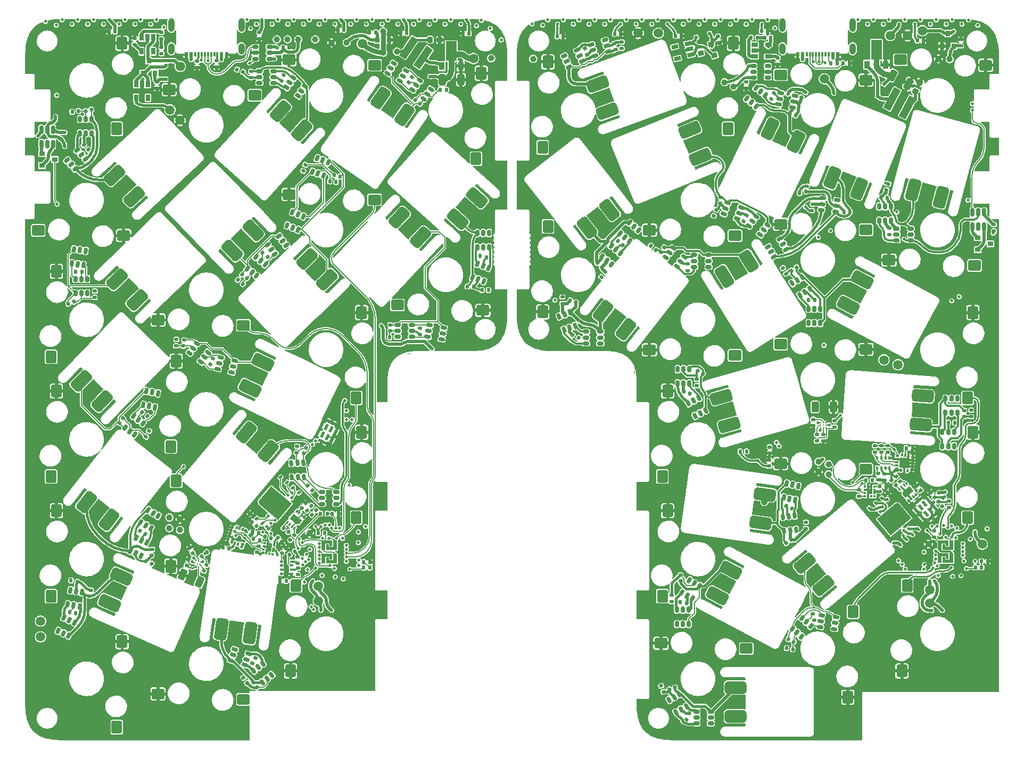
<source format=gbl>
G04 #@! TF.GenerationSoftware,KiCad,Pcbnew,(6.0.11-0)*
G04 #@! TF.CreationDate,2023-02-19T21:29:59+08:00*
G04 #@! TF.ProjectId,Combined,436f6d62-696e-4656-942e-6b696361645f,rev?*
G04 #@! TF.SameCoordinates,Original*
G04 #@! TF.FileFunction,Copper,L4,Bot*
G04 #@! TF.FilePolarity,Positive*
%FSLAX46Y46*%
G04 Gerber Fmt 4.6, Leading zero omitted, Abs format (unit mm)*
G04 Created by KiCad (PCBNEW (6.0.11-0)) date 2023-02-19 21:29:59*
%MOMM*%
%LPD*%
G01*
G04 APERTURE LIST*
G04 Aperture macros list*
%AMRoundRect*
0 Rectangle with rounded corners*
0 $1 Rounding radius*
0 $2 $3 $4 $5 $6 $7 $8 $9 X,Y pos of 4 corners*
0 Add a 4 corners polygon primitive as box body*
4,1,4,$2,$3,$4,$5,$6,$7,$8,$9,$2,$3,0*
0 Add four circle primitives for the rounded corners*
1,1,$1+$1,$2,$3*
1,1,$1+$1,$4,$5*
1,1,$1+$1,$6,$7*
1,1,$1+$1,$8,$9*
0 Add four rect primitives between the rounded corners*
20,1,$1+$1,$2,$3,$4,$5,0*
20,1,$1+$1,$4,$5,$6,$7,0*
20,1,$1+$1,$6,$7,$8,$9,0*
20,1,$1+$1,$8,$9,$2,$3,0*%
%AMRotRect*
0 Rectangle, with rotation*
0 The origin of the aperture is its center*
0 $1 length*
0 $2 width*
0 $3 Rotation angle, in degrees counterclockwise*
0 Add horizontal line*
21,1,$1,$2,0,0,$3*%
%AMOutline4P*
0 Free polygon, 4 corners , with rotation*
0 The origin of the aperture is its center*
0 number of corners: always 4*
0 $1 to $8 corner X, Y*
0 $9 Rotation angle, in degrees counterclockwise*
0 create outline with 4 corners*
4,1,4,$1,$2,$3,$4,$5,$6,$7,$8,$1,$2,$9*%
%AMOutline5P*
0 Free polygon, 5 corners , with rotation*
0 The origin of the aperture is its center*
0 number of corners: always 5*
0 $1 to $10 corner X, Y*
0 $11 Rotation angle, in degrees counterclockwise*
0 create outline with 5 corners*
4,1,5,$1,$2,$3,$4,$5,$6,$7,$8,$9,$10,$1,$2,$11*%
%AMOutline6P*
0 Free polygon, 6 corners , with rotation*
0 The origin of the aperture is its center*
0 number of corners: always 6*
0 $1 to $12 corner X, Y*
0 $13 Rotation angle, in degrees counterclockwise*
0 create outline with 6 corners*
4,1,6,$1,$2,$3,$4,$5,$6,$7,$8,$9,$10,$11,$12,$1,$2,$13*%
%AMOutline7P*
0 Free polygon, 7 corners , with rotation*
0 The origin of the aperture is its center*
0 number of corners: always 7*
0 $1 to $14 corner X, Y*
0 $15 Rotation angle, in degrees counterclockwise*
0 create outline with 7 corners*
4,1,7,$1,$2,$3,$4,$5,$6,$7,$8,$9,$10,$11,$12,$13,$14,$1,$2,$15*%
%AMOutline8P*
0 Free polygon, 8 corners , with rotation*
0 The origin of the aperture is its center*
0 number of corners: always 8*
0 $1 to $16 corner X, Y*
0 $17 Rotation angle, in degrees counterclockwise*
0 create outline with 8 corners*
4,1,8,$1,$2,$3,$4,$5,$6,$7,$8,$9,$10,$11,$12,$13,$14,$15,$16,$1,$2,$17*%
%AMFreePoly0*
4,1,6,0.500000,-0.850000,-0.199999,-0.850000,-0.500000,-0.550000,-0.500000,0.850000,0.500000,0.850000,0.500000,-0.850000,0.500000,-0.850000,$1*%
%AMFreePoly1*
4,1,9,1.475000,0.375000,1.050000,0.375000,1.050000,0.775000,0.300000,0.775000,0.300000,-0.250000,-0.250000,-0.250000,-0.250000,1.250000,1.475000,1.250000,1.475000,0.375000,1.475000,0.375000,$1*%
%AMFreePoly2*
4,1,9,3.862500,-0.866500,0.737500,-0.866500,0.737500,-0.450000,-0.737500,-0.450000,-0.737500,0.450000,0.737500,0.450000,0.737500,0.866500,3.862500,0.866500,3.862500,-0.866500,3.862500,-0.866500,$1*%
G04 Aperture macros list end*
%ADD10C,0.038100*%
G04 #@! TA.AperFunction,SMDPad,CuDef*
%ADD11RoundRect,0.500000X-1.246504X-0.508653X-0.551846X-1.227993X1.246504X0.508653X0.551846X1.227993X0*%
G04 #@! TD*
G04 #@! TA.AperFunction,SMDPad,CuDef*
%ADD12RoundRect,0.500000X1.246504X0.508653X0.551846X1.227993X-1.246504X-0.508653X-0.551846X-1.227993X0*%
G04 #@! TD*
G04 #@! TA.AperFunction,SMDPad,CuDef*
%ADD13RoundRect,0.500000X-1.278949X-0.420462X-0.636162X-1.186507X1.278949X0.420462X0.636162X1.186507X0*%
G04 #@! TD*
G04 #@! TA.AperFunction,SMDPad,CuDef*
%ADD14RoundRect,0.500000X1.278949X0.420462X0.636162X1.186507X-1.278949X-0.420462X-0.636162X-1.186507X0*%
G04 #@! TD*
G04 #@! TA.AperFunction,SMDPad,CuDef*
%ADD15RoundRect,0.170000X-0.830000X-0.680000X0.830000X-0.680000X0.830000X0.680000X-0.830000X0.680000X0*%
G04 #@! TD*
G04 #@! TA.AperFunction,SMDPad,CuDef*
%ADD16RoundRect,0.170000X0.830000X0.680000X-0.830000X0.680000X-0.830000X-0.680000X0.830000X-0.680000X0*%
G04 #@! TD*
G04 #@! TA.AperFunction,SMDPad,CuDef*
%ADD17RoundRect,0.170000X0.680000X-0.830000X0.680000X0.830000X-0.680000X0.830000X-0.680000X-0.830000X0*%
G04 #@! TD*
G04 #@! TA.AperFunction,SMDPad,CuDef*
%ADD18RoundRect,0.170000X-0.680000X0.830000X-0.680000X-0.830000X0.680000X-0.830000X0.680000X0.830000X0*%
G04 #@! TD*
G04 #@! TA.AperFunction,SMDPad,CuDef*
%ADD19RoundRect,0.500000X0.375571X-1.292844X1.163582X-0.677183X-0.375571X1.292844X-1.163582X0.677183X0*%
G04 #@! TD*
G04 #@! TA.AperFunction,SMDPad,CuDef*
%ADD20RoundRect,0.500000X-0.375571X1.292844X-1.163582X0.677183X0.375571X-1.292844X1.163582X-0.677183X0*%
G04 #@! TD*
G04 #@! TA.AperFunction,SMDPad,CuDef*
%ADD21RoundRect,0.500000X-1.255191X-0.486821X-0.573193X-1.218175X1.255191X0.486821X0.573193X1.218175X0*%
G04 #@! TD*
G04 #@! TA.AperFunction,SMDPad,CuDef*
%ADD22RoundRect,0.500000X1.255191X0.486821X0.573193X1.218175X-1.255191X-0.486821X-0.573193X-1.218175X0*%
G04 #@! TD*
G04 #@! TA.AperFunction,SMDPad,CuDef*
%ADD23RoundRect,0.500000X-0.868949X1.028313X-1.338420X0.145366X0.868949X-1.028313X1.338420X-0.145366X0*%
G04 #@! TD*
G04 #@! TA.AperFunction,SMDPad,CuDef*
%ADD24RoundRect,0.500000X0.868949X-1.028313X1.338420X-0.145366X-0.868949X1.028313X-1.338420X0.145366X0*%
G04 #@! TD*
G04 #@! TA.AperFunction,SMDPad,CuDef*
%ADD25RoundRect,0.500000X1.207986X0.594366X0.464841X1.263496X-1.207986X-0.594366X-0.464841X-1.263496X0*%
G04 #@! TD*
G04 #@! TA.AperFunction,SMDPad,CuDef*
%ADD26RoundRect,0.500000X-1.207986X-0.594366X-0.464841X-1.263496X1.207986X0.594366X0.464841X1.263496X0*%
G04 #@! TD*
G04 #@! TA.AperFunction,SMDPad,CuDef*
%ADD27RoundRect,0.500000X0.594366X-1.207986X1.263496X-0.464841X-0.594366X1.207986X-1.263496X0.464841X0*%
G04 #@! TD*
G04 #@! TA.AperFunction,SMDPad,CuDef*
%ADD28RoundRect,0.500000X-0.594366X1.207986X-1.263496X0.464841X0.594366X-1.207986X1.263496X-0.464841X0*%
G04 #@! TD*
G04 #@! TA.AperFunction,SMDPad,CuDef*
%ADD29RoundRect,0.500000X1.212077X-0.585978X1.281833X0.411586X-1.212077X0.585978X-1.281833X-0.411586X0*%
G04 #@! TD*
G04 #@! TA.AperFunction,SMDPad,CuDef*
%ADD30RoundRect,0.500000X-1.212077X0.585978X-1.281833X-0.411586X1.212077X-0.585978X1.281833X0.411586X0*%
G04 #@! TD*
G04 #@! TA.AperFunction,SMDPad,CuDef*
%ADD31RoundRect,0.500000X-0.669100X-1.168249X0.321168X-1.307422X0.669100X1.168249X-0.321168X1.307422X0*%
G04 #@! TD*
G04 #@! TA.AperFunction,SMDPad,CuDef*
%ADD32RoundRect,0.500000X0.669100X1.168249X-0.321168X1.307422X-0.669100X-1.168249X0.321168X-1.307422X0*%
G04 #@! TD*
G04 #@! TA.AperFunction,SMDPad,CuDef*
%ADD33RoundRect,0.500000X-1.250000X0.500000X-1.250000X-0.500000X1.250000X-0.500000X1.250000X0.500000X0*%
G04 #@! TD*
G04 #@! TA.AperFunction,SMDPad,CuDef*
%ADD34RoundRect,0.500000X1.250000X-0.500000X1.250000X0.500000X-1.250000X0.500000X-1.250000X-0.500000X0*%
G04 #@! TD*
G04 #@! TA.AperFunction,SMDPad,CuDef*
%ADD35RoundRect,0.500000X-0.931850X-0.971677X-0.004666X-1.346283X0.931850X0.971677X0.004666X1.346283X0*%
G04 #@! TD*
G04 #@! TA.AperFunction,SMDPad,CuDef*
%ADD36RoundRect,0.500000X0.931850X0.971677X0.004666X1.346283X-0.931850X-0.971677X-0.004666X-1.346283X0*%
G04 #@! TD*
G04 #@! TA.AperFunction,SMDPad,CuDef*
%ADD37RoundRect,0.500000X1.186507X0.636162X0.420462X1.278949X-1.186507X-0.636162X-0.420462X-1.278949X0*%
G04 #@! TD*
G04 #@! TA.AperFunction,SMDPad,CuDef*
%ADD38RoundRect,0.500000X-1.186507X-0.636162X-0.420462X-1.278949X1.186507X0.636162X0.420462X1.278949X0*%
G04 #@! TD*
G04 #@! TA.AperFunction,SMDPad,CuDef*
%ADD39RoundRect,0.500000X0.508653X-1.246504X1.227993X-0.551846X-0.508653X1.246504X-1.227993X0.551846X0*%
G04 #@! TD*
G04 #@! TA.AperFunction,SMDPad,CuDef*
%ADD40RoundRect,0.500000X-0.508653X1.246504X-1.227993X0.551846X0.508653X-1.246504X1.227993X-0.551846X0*%
G04 #@! TD*
G04 #@! TA.AperFunction,SMDPad,CuDef*
%ADD41RoundRect,0.500000X-0.806487X-1.077998X0.159439X-1.336817X0.806487X1.077998X-0.159439X1.336817X0*%
G04 #@! TD*
G04 #@! TA.AperFunction,SMDPad,CuDef*
%ADD42RoundRect,0.500000X0.806487X1.077998X-0.159439X1.336817X-0.806487X-1.077998X0.159439X-1.336817X0*%
G04 #@! TD*
G04 #@! TA.AperFunction,SMDPad,CuDef*
%ADD43RoundRect,0.500000X-0.938564X0.965194X-1.345300X0.051648X0.938564X-0.965194X1.345300X-0.051648X0*%
G04 #@! TD*
G04 #@! TA.AperFunction,SMDPad,CuDef*
%ADD44RoundRect,0.500000X0.938564X-0.965194X1.345300X-0.051648X-0.938564X0.965194X-1.345300X0.051648X0*%
G04 #@! TD*
G04 #@! TA.AperFunction,SMDPad,CuDef*
%ADD45RoundRect,0.500000X-0.904307X0.997361X-1.342678X0.098567X0.904307X-0.997361X1.342678X-0.098567X0*%
G04 #@! TD*
G04 #@! TA.AperFunction,SMDPad,CuDef*
%ADD46RoundRect,0.500000X0.904307X-0.997361X1.342678X-0.098567X-0.904307X0.997361X-1.342678X0.098567X0*%
G04 #@! TD*
G04 #@! TA.AperFunction,SMDPad,CuDef*
%ADD47RoundRect,0.500000X-0.238375X1.325020X-1.086423X0.795100X0.238375X-1.325020X1.086423X-0.795100X0*%
G04 #@! TD*
G04 #@! TA.AperFunction,SMDPad,CuDef*
%ADD48RoundRect,0.500000X0.238375X-1.325020X1.086423X-0.795100X-0.238375X1.325020X-1.086423X0.795100X0*%
G04 #@! TD*
G04 #@! TA.AperFunction,SMDPad,CuDef*
%ADD49RoundRect,0.500000X-1.339396X0.136084X-1.063758X-0.825178X1.339396X-0.136084X1.063758X0.825178X0*%
G04 #@! TD*
G04 #@! TA.AperFunction,SMDPad,CuDef*
%ADD50RoundRect,0.500000X1.339396X-0.136084X1.063758X0.825178X-1.339396X0.136084X-1.063758X-0.825178X0*%
G04 #@! TD*
G04 #@! TA.AperFunction,SMDPad,CuDef*
%ADD51RoundRect,0.500000X1.346283X0.004666X0.971677X0.931850X-1.346283X-0.004666X-0.971677X-0.931850X0*%
G04 #@! TD*
G04 #@! TA.AperFunction,SMDPad,CuDef*
%ADD52RoundRect,0.500000X-1.346283X-0.004666X-0.971677X-0.931850X1.346283X0.004666X0.971677X0.931850X0*%
G04 #@! TD*
G04 #@! TA.AperFunction,SMDPad,CuDef*
%ADD53RoundRect,0.500000X-1.345626X0.042321X-1.003606X-0.897371X1.345626X-0.042321X1.003606X0.897371X0*%
G04 #@! TD*
G04 #@! TA.AperFunction,SMDPad,CuDef*
%ADD54RoundRect,0.500000X1.345626X-0.042321X1.003606X0.897371X-1.345626X0.042321X-1.003606X-0.897371X0*%
G04 #@! TD*
G04 #@! TA.AperFunction,SMDPad,CuDef*
%ADD55RoundRect,0.500000X1.126547X0.737152X0.307395X1.310728X-1.126547X-0.737152X-0.307395X-1.310728X0*%
G04 #@! TD*
G04 #@! TA.AperFunction,SMDPad,CuDef*
%ADD56RoundRect,0.500000X-1.126547X-0.737152X-0.307395X-1.310728X1.126547X0.737152X0.307395X1.310728X0*%
G04 #@! TD*
G04 #@! TA.AperFunction,SMDPad,CuDef*
%ADD57RoundRect,0.500000X0.997361X0.904307X0.098567X1.342678X-0.997361X-0.904307X-0.098567X-1.342678X0*%
G04 #@! TD*
G04 #@! TA.AperFunction,SMDPad,CuDef*
%ADD58RoundRect,0.500000X-0.997361X-0.904307X-0.098567X-1.342678X0.997361X0.904307X0.098567X1.342678X0*%
G04 #@! TD*
G04 #@! TA.AperFunction,SMDPad,CuDef*
%ADD59RoundRect,0.500000X1.168249X-0.669100X1.307422X0.321168X-1.168249X0.669100X-1.307422X-0.321168X0*%
G04 #@! TD*
G04 #@! TA.AperFunction,SMDPad,CuDef*
%ADD60RoundRect,0.500000X-1.168249X0.669100X-1.307422X-0.321168X1.168249X-0.669100X1.307422X0.321168X0*%
G04 #@! TD*
G04 #@! TA.AperFunction,SMDPad,CuDef*
%ADD61RoundRect,0.500000X-1.163582X-0.677183X-0.375571X-1.292844X1.163582X0.677183X0.375571X1.292844X0*%
G04 #@! TD*
G04 #@! TA.AperFunction,SMDPad,CuDef*
%ADD62RoundRect,0.500000X1.163582X0.677183X0.375571X1.292844X-1.163582X-0.677183X-0.375571X-1.292844X0*%
G04 #@! TD*
G04 #@! TA.AperFunction,SMDPad,CuDef*
%ADD63RoundRect,0.500000X1.218175X0.573193X0.486821X1.255191X-1.218175X-0.573193X-0.486821X-1.255191X0*%
G04 #@! TD*
G04 #@! TA.AperFunction,SMDPad,CuDef*
%ADD64RoundRect,0.500000X-1.218175X-0.573193X-0.486821X-1.255191X1.218175X0.573193X0.486821X1.255191X0*%
G04 #@! TD*
G04 #@! TA.AperFunction,SMDPad,CuDef*
%ADD65RoundRect,0.500000X-1.227993X-0.551846X-0.508653X-1.246504X1.227993X0.551846X0.508653X1.246504X0*%
G04 #@! TD*
G04 #@! TA.AperFunction,SMDPad,CuDef*
%ADD66RoundRect,0.500000X1.227993X0.551846X0.508653X1.246504X-1.227993X-0.551846X-0.508653X-1.246504X0*%
G04 #@! TD*
G04 #@! TA.AperFunction,SMDPad,CuDef*
%ADD67RoundRect,0.150000X-0.150000X0.350000X-0.150000X-0.350000X0.150000X-0.350000X0.150000X0.350000X0*%
G04 #@! TD*
G04 #@! TA.AperFunction,SMDPad,CuDef*
%ADD68RotRect,0.550000X0.250000X310.000000*%
G04 #@! TD*
G04 #@! TA.AperFunction,SMDPad,CuDef*
%ADD69RotRect,0.550000X0.250000X130.000000*%
G04 #@! TD*
G04 #@! TA.AperFunction,SMDPad,CuDef*
%ADD70FreePoly0,310.000000*%
G04 #@! TD*
G04 #@! TA.AperFunction,SMDPad,CuDef*
%ADD71RoundRect,0.135000X-0.170514X-0.152889X0.093586X-0.209025X0.170514X0.152889X-0.093586X0.209025X0*%
G04 #@! TD*
G04 #@! TA.AperFunction,SMDPad,CuDef*
%ADD72R,0.500000X0.500000*%
G04 #@! TD*
G04 #@! TA.AperFunction,SMDPad,CuDef*
%ADD73RoundRect,0.150000X0.350000X0.150000X-0.350000X0.150000X-0.350000X-0.150000X0.350000X-0.150000X0*%
G04 #@! TD*
G04 #@! TA.AperFunction,SMDPad,CuDef*
%ADD74RoundRect,0.140000X-0.172286X-0.137177X0.101596X-0.195393X0.172286X0.137177X-0.101596X0.195393X0*%
G04 #@! TD*
G04 #@! TA.AperFunction,SMDPad,CuDef*
%ADD75RoundRect,0.135000X-0.217663X0.071224X-0.134228X-0.185561X0.217663X-0.071224X0.134228X0.185561X0*%
G04 #@! TD*
G04 #@! TA.AperFunction,SMDPad,CuDef*
%ADD76RoundRect,0.140000X0.140000X0.170000X-0.140000X0.170000X-0.140000X-0.170000X0.140000X-0.170000X0*%
G04 #@! TD*
G04 #@! TA.AperFunction,SMDPad,CuDef*
%ADD77C,1.000000*%
G04 #@! TD*
G04 #@! TA.AperFunction,SMDPad,CuDef*
%ADD78FreePoly1,0.000000*%
G04 #@! TD*
G04 #@! TA.AperFunction,SMDPad,CuDef*
%ADD79FreePoly1,180.000000*%
G04 #@! TD*
G04 #@! TA.AperFunction,SMDPad,CuDef*
%ADD80RoundRect,0.140000X-0.140000X-0.170000X0.140000X-0.170000X0.140000X0.170000X-0.140000X0.170000X0*%
G04 #@! TD*
G04 #@! TA.AperFunction,SMDPad,CuDef*
%ADD81R,0.900000X0.800000*%
G04 #@! TD*
G04 #@! TA.AperFunction,SMDPad,CuDef*
%ADD82RotRect,1.200000X3.700000X152.000000*%
G04 #@! TD*
G04 #@! TA.AperFunction,SMDPad,CuDef*
%ADD83RoundRect,0.150000X0.122724X0.360470X-0.345667X-0.159731X-0.122724X-0.360470X0.345667X0.159731X0*%
G04 #@! TD*
G04 #@! TA.AperFunction,SMDPad,CuDef*
%ADD84RoundRect,0.140000X-0.036244X-0.217224X0.206244X-0.077224X0.036244X0.217224X-0.206244X0.077224X0*%
G04 #@! TD*
G04 #@! TA.AperFunction,SMDPad,CuDef*
%ADD85RoundRect,0.150000X-0.333683X0.183455X0.097280X-0.368153X0.333683X-0.183455X-0.097280X0.368153X0*%
G04 #@! TD*
G04 #@! TA.AperFunction,SMDPad,CuDef*
%ADD86RoundRect,0.135000X0.202436X0.107097X-0.040239X0.225457X-0.202436X-0.107097X0.040239X-0.225457X0*%
G04 #@! TD*
G04 #@! TA.AperFunction,SMDPad,CuDef*
%ADD87RoundRect,0.135000X-0.054942X0.222332X-0.228495X0.015500X0.054942X-0.222332X0.228495X-0.015500X0*%
G04 #@! TD*
G04 #@! TA.AperFunction,SMDPad,CuDef*
%ADD88C,1.500000*%
G04 #@! TD*
G04 #@! TA.AperFunction,SMDPad,CuDef*
%ADD89RoundRect,0.140000X-0.170000X0.140000X-0.170000X-0.140000X0.170000X-0.140000X0.170000X0.140000X0*%
G04 #@! TD*
G04 #@! TA.AperFunction,SMDPad,CuDef*
%ADD90R,0.800000X0.900000*%
G04 #@! TD*
G04 #@! TA.AperFunction,SMDPad,CuDef*
%ADD91RoundRect,0.135000X-0.185000X0.135000X-0.185000X-0.135000X0.185000X-0.135000X0.185000X0.135000X0*%
G04 #@! TD*
G04 #@! TA.AperFunction,SMDPad,CuDef*
%ADD92Outline4P,-0.225000X0.475000X0.225000X0.475000X0.225000X-0.475000X-0.225000X-0.475000X220.000000*%
G04 #@! TD*
G04 #@! TA.AperFunction,SMDPad,CuDef*
%ADD93Outline6P,-0.225000X0.537500X-0.112500X0.650000X0.225000X0.650000X0.225000X-0.650000X-0.112500X-0.650000X-0.225000X-0.537500X130.000000*%
G04 #@! TD*
G04 #@! TA.AperFunction,SMDPad,CuDef*
%ADD94Outline6P,-0.225000X1.037500X-0.112500X1.150000X0.225000X1.150000X0.225000X-1.150000X-0.112500X-1.150000X-0.225000X-1.037500X40.000000*%
G04 #@! TD*
G04 #@! TA.AperFunction,SMDPad,CuDef*
%ADD95Outline6P,-0.225000X0.537500X-0.112500X0.650000X0.225000X0.650000X0.225000X-0.650000X-0.112500X-0.650000X-0.225000X-0.537500X310.000000*%
G04 #@! TD*
G04 #@! TA.AperFunction,SMDPad,CuDef*
%ADD96Outline6P,-0.225000X1.037500X-0.112500X1.150000X0.225000X1.150000X0.225000X-1.150000X-0.112500X-1.150000X-0.225000X-1.037500X220.000000*%
G04 #@! TD*
G04 #@! TA.AperFunction,SMDPad,CuDef*
%ADD97RoundRect,0.150000X0.097280X0.368153X-0.333683X-0.183455X-0.097280X-0.368153X0.333683X0.183455X0*%
G04 #@! TD*
G04 #@! TA.AperFunction,SMDPad,CuDef*
%ADD98RoundRect,0.135000X-0.135000X-0.185000X0.135000X-0.185000X0.135000X0.185000X-0.135000X0.185000X0*%
G04 #@! TD*
G04 #@! TA.AperFunction,SMDPad,CuDef*
%ADD99RoundRect,0.135000X0.175745X0.146845X-0.086234X0.212164X-0.175745X-0.146845X0.086234X-0.212164X0*%
G04 #@! TD*
G04 #@! TA.AperFunction,SMDPad,CuDef*
%ADD100RoundRect,0.140000X0.214167X-0.051308X0.091423X0.200354X-0.214167X0.051308X-0.091423X-0.200354X0*%
G04 #@! TD*
G04 #@! TA.AperFunction,SMDPad,CuDef*
%ADD101RoundRect,0.135000X-0.078777X-0.215044X0.180763X-0.140622X0.078777X0.215044X-0.180763X0.140622X0*%
G04 #@! TD*
G04 #@! TA.AperFunction,SMDPad,CuDef*
%ADD102RoundRect,0.250000X-0.312500X-0.625000X0.312500X-0.625000X0.312500X0.625000X-0.312500X0.625000X0*%
G04 #@! TD*
G04 #@! TA.AperFunction,SMDPad,CuDef*
%ADD103RoundRect,0.250000X-0.592114X-0.421338X-0.018199X-0.726494X0.592114X0.421338X0.018199X0.726494X0*%
G04 #@! TD*
G04 #@! TA.AperFunction,SMDPad,CuDef*
%ADD104RoundRect,0.140000X0.154435X-0.157003X0.183703X0.121463X-0.154435X0.157003X-0.183703X-0.121463X0*%
G04 #@! TD*
G04 #@! TA.AperFunction,SMDPad,CuDef*
%ADD105RoundRect,0.135000X-0.147576X-0.175132X0.121766X-0.193966X0.147576X0.175132X-0.121766X0.193966X0*%
G04 #@! TD*
G04 #@! TA.AperFunction,SMDPad,CuDef*
%ADD106RoundRect,0.140000X-0.105176X0.193489X-0.210066X-0.066123X0.105176X-0.193489X0.210066X0.066123X0*%
G04 #@! TD*
G04 #@! TA.AperFunction,SMDPad,CuDef*
%ADD107R,0.540000X0.800000*%
G04 #@! TD*
G04 #@! TA.AperFunction,SMDPad,CuDef*
%ADD108R,0.300000X0.800000*%
G04 #@! TD*
G04 #@! TA.AperFunction,ComponentPad*
%ADD109O,1.000000X2.200000*%
G04 #@! TD*
G04 #@! TA.AperFunction,ComponentPad*
%ADD110O,1.000000X1.800000*%
G04 #@! TD*
G04 #@! TA.AperFunction,SMDPad,CuDef*
%ADD111RoundRect,0.140000X0.170000X-0.140000X0.170000X0.140000X-0.170000X0.140000X-0.170000X-0.140000X0*%
G04 #@! TD*
G04 #@! TA.AperFunction,SMDPad,CuDef*
%ADD112RoundRect,0.150000X0.367470X0.099830X-0.325718X0.197251X-0.367470X-0.099830X0.325718X-0.197251X0*%
G04 #@! TD*
G04 #@! TA.AperFunction,SMDPad,CuDef*
%ADD113RoundRect,0.135000X-0.215044X0.078777X-0.140622X-0.180763X0.215044X-0.078777X0.140622X0.180763X0*%
G04 #@! TD*
G04 #@! TA.AperFunction,SMDPad,CuDef*
%ADD114RoundRect,0.150000X0.370730X0.086944X-0.318635X0.208498X-0.370730X-0.086944X0.318635X-0.208498X0*%
G04 #@! TD*
G04 #@! TA.AperFunction,SMDPad,CuDef*
%ADD115RoundRect,0.150000X-0.073953X0.373538X-0.219491X-0.311165X0.073953X-0.373538X0.219491X0.311165X0*%
G04 #@! TD*
G04 #@! TA.AperFunction,SMDPad,CuDef*
%ADD116RoundRect,0.140000X-0.145848X-0.165011X0.133982X-0.174782X0.145848X0.165011X-0.133982X0.174782X0*%
G04 #@! TD*
G04 #@! TA.AperFunction,SMDPad,CuDef*
%ADD117RoundRect,0.135000X0.185000X-0.135000X0.185000X0.135000X-0.185000X0.135000X-0.185000X-0.135000X0*%
G04 #@! TD*
G04 #@! TA.AperFunction,SMDPad,CuDef*
%ADD118RoundRect,0.150000X-0.258730X-0.279390X0.380751X0.005326X0.258730X0.279390X-0.380751X-0.005326X0*%
G04 #@! TD*
G04 #@! TA.AperFunction,SMDPad,CuDef*
%ADD119RoundRect,0.140000X0.055243X-0.213186X0.219823X0.013339X-0.055243X0.213186X-0.219823X-0.013339X0*%
G04 #@! TD*
G04 #@! TA.AperFunction,SMDPad,CuDef*
%ADD120RoundRect,0.150000X0.084372X0.371324X-0.327077X-0.194988X-0.084372X-0.371324X0.327077X0.194988X0*%
G04 #@! TD*
G04 #@! TA.AperFunction,SMDPad,CuDef*
%ADD121RoundRect,0.150000X-0.373538X-0.073953X0.311165X-0.219491X0.373538X0.073953X-0.311165X0.219491X0*%
G04 #@! TD*
G04 #@! TA.AperFunction,SMDPad,CuDef*
%ADD122RotRect,0.550000X0.250000X50.000000*%
G04 #@! TD*
G04 #@! TA.AperFunction,SMDPad,CuDef*
%ADD123RotRect,0.550000X0.250000X230.000000*%
G04 #@! TD*
G04 #@! TA.AperFunction,SMDPad,CuDef*
%ADD124FreePoly0,50.000000*%
G04 #@! TD*
G04 #@! TA.AperFunction,SMDPad,CuDef*
%ADD125RoundRect,0.150000X-0.376305X0.058265X0.217329X-0.312679X0.376305X-0.058265X-0.217329X0.312679X0*%
G04 #@! TD*
G04 #@! TA.AperFunction,SMDPad,CuDef*
%ADD126RoundRect,0.140000X0.162297X0.148861X-0.114978X0.187830X-0.162297X-0.148861X0.114978X-0.187830X0*%
G04 #@! TD*
G04 #@! TA.AperFunction,SMDPad,CuDef*
%ADD127RoundRect,0.135000X-0.227715X0.024413X-0.092715X-0.209413X0.227715X-0.024413X0.092715X0.209413X0*%
G04 #@! TD*
G04 #@! TA.AperFunction,SMDPad,CuDef*
%ADD128RoundRect,0.140000X-0.211128X-0.062649X0.021002X-0.219223X0.211128X0.062649X-0.021002X0.219223X0*%
G04 #@! TD*
G04 #@! TA.AperFunction,SMDPad,CuDef*
%ADD129RoundRect,0.135000X0.164411X-0.159433X0.201988X0.107939X-0.164411X0.159433X-0.201988X-0.107939X0*%
G04 #@! TD*
G04 #@! TA.AperFunction,SMDPad,CuDef*
%ADD130RoundRect,0.135000X0.228495X0.015500X0.054942X0.222332X-0.228495X-0.015500X-0.054942X-0.222332X0*%
G04 #@! TD*
G04 #@! TA.AperFunction,SMDPad,CuDef*
%ADD131RoundRect,0.135000X-0.222101X0.055868X-0.120957X-0.194472X0.222101X-0.055868X0.120957X0.194472X0*%
G04 #@! TD*
G04 #@! TA.AperFunction,SMDPad,CuDef*
%ADD132RoundRect,0.150000X-0.368153X0.097280X0.183455X-0.333683X0.368153X-0.097280X-0.183455X0.333683X0*%
G04 #@! TD*
G04 #@! TA.AperFunction,SMDPad,CuDef*
%ADD133RoundRect,0.147500X0.147500X0.172500X-0.147500X0.172500X-0.147500X-0.172500X0.147500X-0.172500X0*%
G04 #@! TD*
G04 #@! TA.AperFunction,SMDPad,CuDef*
%ADD134RoundRect,0.150000X-0.005326X-0.380751X0.279390X0.258730X0.005326X0.380751X-0.279390X-0.258730X0*%
G04 #@! TD*
G04 #@! TA.AperFunction,SMDPad,CuDef*
%ADD135RoundRect,0.150000X-0.367470X-0.099830X0.325718X-0.197251X0.367470X0.099830X-0.325718X0.197251X0*%
G04 #@! TD*
G04 #@! TA.AperFunction,SMDPad,CuDef*
%ADD136RoundRect,0.135000X0.007516X-0.228896X0.220279X-0.062668X-0.007516X0.228896X-0.220279X0.062668X0*%
G04 #@! TD*
G04 #@! TA.AperFunction,SMDPad,CuDef*
%ADD137RoundRect,0.140000X0.218799X0.025036X0.017384X0.219540X-0.218799X-0.025036X-0.017384X-0.219540X0*%
G04 #@! TD*
G04 #@! TA.AperFunction,SMDPad,CuDef*
%ADD138RoundRect,0.150000X0.368153X-0.097280X-0.183455X0.333683X-0.368153X0.097280X0.183455X-0.333683X0*%
G04 #@! TD*
G04 #@! TA.AperFunction,SMDPad,CuDef*
%ADD139RoundRect,0.140000X-0.137177X0.172286X-0.195393X-0.101596X0.137177X-0.172286X0.195393X0.101596X0*%
G04 #@! TD*
G04 #@! TA.AperFunction,SMDPad,CuDef*
%ADD140RoundRect,0.135000X-0.165074X-0.158747X0.100824X-0.205632X0.165074X0.158747X-0.100824X0.205632X0*%
G04 #@! TD*
G04 #@! TA.AperFunction,SMDPad,CuDef*
%ADD141RoundRect,0.150000X0.150000X-0.350000X0.150000X0.350000X-0.150000X0.350000X-0.150000X-0.350000X0*%
G04 #@! TD*
G04 #@! TA.AperFunction,SMDPad,CuDef*
%ADD142RoundRect,0.135000X-0.070317X0.217958X-0.229019X-0.000477X0.070317X-0.217958X0.229019X0.000477X0*%
G04 #@! TD*
G04 #@! TA.AperFunction,SMDPad,CuDef*
%ADD143RoundRect,0.135000X0.224114X0.047149X0.023465X0.227814X-0.224114X-0.047149X-0.023465X-0.227814X0*%
G04 #@! TD*
G04 #@! TA.AperFunction,SMDPad,CuDef*
%ADD144RoundRect,0.140000X0.214984X0.047769X-0.005659X0.220154X-0.214984X-0.047769X0.005659X-0.220154X0*%
G04 #@! TD*
G04 #@! TA.AperFunction,SMDPad,CuDef*
%ADD145RoundRect,0.135000X-0.180176X0.141374X-0.189599X-0.128461X0.180176X-0.141374X0.189599X0.128461X0*%
G04 #@! TD*
G04 #@! TA.AperFunction,SMDPad,CuDef*
%ADD146RoundRect,0.150000X0.045096X0.378109X-0.304904X-0.228109X-0.045096X-0.378109X0.304904X0.228109X0*%
G04 #@! TD*
G04 #@! TA.AperFunction,SMDPad,CuDef*
%ADD147RoundRect,0.140000X-0.040237X0.216520X-0.220218X0.002028X0.040237X-0.216520X0.220218X-0.002028X0*%
G04 #@! TD*
G04 #@! TA.AperFunction,SMDPad,CuDef*
%ADD148RoundRect,0.135000X0.159433X0.164411X-0.107939X0.201988X-0.159433X-0.164411X0.107939X-0.201988X0*%
G04 #@! TD*
G04 #@! TA.AperFunction,SMDPad,CuDef*
%ADD149RoundRect,0.135000X-0.085350X0.212522X-0.228428X-0.016451X0.085350X-0.212522X0.228428X0.016451X0*%
G04 #@! TD*
G04 #@! TA.AperFunction,SMDPad,CuDef*
%ADD150Outline5P,-0.200000X0.260000X-0.160000X0.300000X0.200000X0.300000X0.200000X-0.300000X-0.200000X-0.300000X220.000000*%
G04 #@! TD*
G04 #@! TA.AperFunction,SMDPad,CuDef*
%ADD151Outline5P,-1.700000X1.810000X-1.360000X2.150000X1.700000X2.150000X1.700000X-2.150000X-1.700000X-2.150000X310.000000*%
G04 #@! TD*
G04 #@! TA.AperFunction,SMDPad,CuDef*
%ADD152RoundRect,0.135000X0.198575X0.114096X-0.048082X0.223915X-0.198575X-0.114096X0.048082X-0.223915X0*%
G04 #@! TD*
G04 #@! TA.AperFunction,SMDPad,CuDef*
%ADD153RoundRect,0.135000X-0.224114X-0.047149X-0.023465X-0.227814X0.224114X0.047149X0.023465X0.227814X0*%
G04 #@! TD*
G04 #@! TA.AperFunction,SMDPad,CuDef*
%ADD154RoundRect,0.135000X-0.222332X-0.054942X-0.015500X-0.228495X0.222332X0.054942X0.015500X0.228495X0*%
G04 #@! TD*
G04 #@! TA.AperFunction,SMDPad,CuDef*
%ADD155RoundRect,0.135000X0.135000X0.185000X-0.135000X0.185000X-0.135000X-0.185000X0.135000X-0.185000X0*%
G04 #@! TD*
G04 #@! TA.AperFunction,SMDPad,CuDef*
%ADD156RoundRect,0.140000X0.219823X-0.013339X0.055243X0.213186X-0.219823X0.013339X-0.055243X-0.213186X0*%
G04 #@! TD*
G04 #@! TA.AperFunction,SMDPad,CuDef*
%ADD157RoundRect,0.140000X-0.214984X-0.047769X0.005659X-0.220154X0.214984X0.047769X-0.005659X0.220154X0*%
G04 #@! TD*
G04 #@! TA.AperFunction,SMDPad,CuDef*
%ADD158R,0.900000X1.300000*%
G04 #@! TD*
G04 #@! TA.AperFunction,SMDPad,CuDef*
%ADD159FreePoly2,90.000000*%
G04 #@! TD*
G04 #@! TA.AperFunction,SMDPad,CuDef*
%ADD160RoundRect,0.150000X-0.045096X-0.378109X0.304904X0.228109X0.045096X0.378109X-0.304904X-0.228109X0*%
G04 #@! TD*
G04 #@! TA.AperFunction,SMDPad,CuDef*
%ADD161RoundRect,0.150000X-0.150000X0.512500X-0.150000X-0.512500X0.150000X-0.512500X0.150000X0.512500X0*%
G04 #@! TD*
G04 #@! TA.AperFunction,SMDPad,CuDef*
%ADD162RoundRect,0.135000X0.107097X-0.202436X0.225457X0.040239X-0.107097X0.202436X-0.225457X-0.040239X0*%
G04 #@! TD*
G04 #@! TA.AperFunction,SMDPad,CuDef*
%ADD163RoundRect,0.135000X-0.146845X0.175745X-0.212164X-0.086234X0.146845X-0.175745X0.212164X0.086234X0*%
G04 #@! TD*
G04 #@! TA.AperFunction,SMDPad,CuDef*
%ADD164RoundRect,0.135000X0.099967X-0.206050X0.226724X0.032346X-0.099967X0.206050X-0.226724X-0.032346X0*%
G04 #@! TD*
G04 #@! TA.AperFunction,SMDPad,CuDef*
%ADD165RoundRect,0.135000X-0.228896X-0.007516X-0.062668X-0.220279X0.228896X0.007516X0.062668X0.220279X0*%
G04 #@! TD*
G04 #@! TA.AperFunction,SMDPad,CuDef*
%ADD166RoundRect,0.135000X-0.016451X-0.228428X0.212522X-0.085350X0.016451X0.228428X-0.212522X0.085350X0*%
G04 #@! TD*
G04 #@! TA.AperFunction,SMDPad,CuDef*
%ADD167RoundRect,0.135000X-0.077881X0.215371X-0.228863X-0.008469X0.077881X-0.215371X0.228863X0.008469X0*%
G04 #@! TD*
G04 #@! TA.AperFunction,SMDPad,CuDef*
%ADD168RoundRect,0.135000X-0.114096X0.198575X-0.223915X-0.048082X0.114096X-0.198575X0.223915X0.048082X0*%
G04 #@! TD*
G04 #@! TA.AperFunction,SMDPad,CuDef*
%ADD169Outline4P,-0.225000X0.475000X0.225000X0.475000X0.225000X-0.475000X-0.225000X-0.475000X154.000000*%
G04 #@! TD*
G04 #@! TA.AperFunction,SMDPad,CuDef*
%ADD170Outline6P,-0.225000X0.537500X-0.112500X0.650000X0.225000X0.650000X0.225000X-0.650000X-0.112500X-0.650000X-0.225000X-0.537500X64.000000*%
G04 #@! TD*
G04 #@! TA.AperFunction,SMDPad,CuDef*
%ADD171Outline6P,-0.225000X1.037500X-0.112500X1.150000X0.225000X1.150000X0.225000X-1.150000X-0.112500X-1.150000X-0.225000X-1.037500X334.000000*%
G04 #@! TD*
G04 #@! TA.AperFunction,SMDPad,CuDef*
%ADD172Outline6P,-0.225000X0.537500X-0.112500X0.650000X0.225000X0.650000X0.225000X-0.650000X-0.112500X-0.650000X-0.225000X-0.537500X244.000000*%
G04 #@! TD*
G04 #@! TA.AperFunction,SMDPad,CuDef*
%ADD173Outline6P,-0.225000X1.037500X-0.112500X1.150000X0.225000X1.150000X0.225000X-1.150000X-0.112500X-1.150000X-0.225000X-1.037500X154.000000*%
G04 #@! TD*
G04 #@! TA.AperFunction,SMDPad,CuDef*
%ADD174RoundRect,0.140000X0.200354X0.091423X-0.051308X0.214167X-0.200354X-0.091423X0.051308X-0.214167X0*%
G04 #@! TD*
G04 #@! TA.AperFunction,SMDPad,CuDef*
%ADD175RoundRect,0.087500X0.205362X0.025277X-0.151284X0.141158X-0.205362X-0.025277X0.151284X-0.141158X0*%
G04 #@! TD*
G04 #@! TA.AperFunction,SMDPad,CuDef*
%ADD176RoundRect,0.087500X0.141158X0.151284X-0.025277X0.205362X-0.141158X-0.151284X0.025277X-0.205362X0*%
G04 #@! TD*
G04 #@! TA.AperFunction,SMDPad,CuDef*
%ADD177RoundRect,0.135000X0.062668X-0.220279X0.228896X-0.007516X-0.062668X0.220279X-0.228896X0.007516X0*%
G04 #@! TD*
G04 #@! TA.AperFunction,SMDPad,CuDef*
%ADD178RoundRect,0.135000X0.180763X0.140622X-0.078777X0.215044X-0.180763X-0.140622X0.078777X-0.215044X0*%
G04 #@! TD*
G04 #@! TA.AperFunction,SMDPad,CuDef*
%ADD179RoundRect,0.135000X-0.159433X-0.164411X0.107939X-0.201988X0.159433X0.164411X-0.107939X0.201988X0*%
G04 #@! TD*
G04 #@! TA.AperFunction,SMDPad,CuDef*
%ADD180RoundRect,0.150000X0.005326X0.380751X-0.279390X-0.258730X-0.005326X-0.380751X0.279390X0.258730X0*%
G04 #@! TD*
G04 #@! TA.AperFunction,SMDPad,CuDef*
%ADD181RoundRect,0.140000X0.220218X0.002028X0.040237X0.216520X-0.220218X-0.002028X-0.040237X-0.216520X0*%
G04 #@! TD*
G04 #@! TA.AperFunction,SMDPad,CuDef*
%ADD182RotRect,0.375000X0.350000X260.000000*%
G04 #@! TD*
G04 #@! TA.AperFunction,SMDPad,CuDef*
%ADD183RotRect,0.375000X0.350000X170.000000*%
G04 #@! TD*
G04 #@! TA.AperFunction,SMDPad,CuDef*
%ADD184RoundRect,0.135000X-0.220279X-0.062668X-0.007516X-0.228896X0.220279X0.062668X0.007516X0.228896X0*%
G04 #@! TD*
G04 #@! TA.AperFunction,SMDPad,CuDef*
%ADD185RoundRect,0.150000X0.371324X-0.084372X-0.194988X0.327077X-0.371324X0.084372X0.194988X-0.327077X0*%
G04 #@! TD*
G04 #@! TA.AperFunction,SMDPad,CuDef*
%ADD186RoundRect,0.225000X0.126065X-0.311821X0.323332X0.092636X-0.126065X0.311821X-0.323332X-0.092636X0*%
G04 #@! TD*
G04 #@! TA.AperFunction,SMDPad,CuDef*
%ADD187R,0.500000X0.350000*%
G04 #@! TD*
G04 #@! TA.AperFunction,SMDPad,CuDef*
%ADD188C,0.270000*%
G04 #@! TD*
G04 #@! TA.AperFunction,SMDPad,CuDef*
%ADD189RoundRect,0.150000X-0.350000X-0.150000X0.350000X-0.150000X0.350000X0.150000X-0.350000X0.150000X0*%
G04 #@! TD*
G04 #@! TA.AperFunction,SMDPad,CuDef*
%ADD190RotRect,0.900000X0.800000X196.000000*%
G04 #@! TD*
G04 #@! TA.AperFunction,SMDPad,CuDef*
%ADD191RoundRect,0.140000X-0.165011X0.145848X-0.174782X-0.133982X0.165011X-0.145848X0.174782X0.133982X0*%
G04 #@! TD*
G04 #@! TA.AperFunction,SMDPad,CuDef*
%ADD192RoundRect,0.150000X0.296757X-0.238611X-0.031873X0.379452X-0.296757X0.238611X0.031873X-0.379452X0*%
G04 #@! TD*
G04 #@! TA.AperFunction,SMDPad,CuDef*
%ADD193RoundRect,0.150000X-0.147570X-0.351031X0.355968X0.135229X0.147570X0.351031X-0.355968X-0.135229X0*%
G04 #@! TD*
G04 #@! TA.AperFunction,SMDPad,CuDef*
%ADD194RoundRect,0.135000X0.180176X-0.141374X0.189599X0.128461X-0.180176X0.141374X-0.189599X-0.128461X0*%
G04 #@! TD*
G04 #@! TA.AperFunction,SMDPad,CuDef*
%ADD195RoundRect,0.150000X0.183455X0.333683X-0.368153X-0.097280X-0.183455X-0.333683X0.368153X0.097280X0*%
G04 #@! TD*
G04 #@! TA.AperFunction,SMDPad,CuDef*
%ADD196RoundRect,0.150000X0.110069X0.364534X-0.339882X-0.171697X-0.110069X-0.364534X0.339882X0.171697X0*%
G04 #@! TD*
G04 #@! TA.AperFunction,SMDPad,CuDef*
%ADD197RoundRect,0.150000X-0.099830X0.367470X-0.197251X-0.325718X0.099830X-0.367470X0.197251X0.325718X0*%
G04 #@! TD*
G04 #@! TA.AperFunction,SMDPad,CuDef*
%ADD198RoundRect,0.140000X-0.087718X-0.202004X0.181435X-0.124825X0.087718X0.202004X-0.181435X0.124825X0*%
G04 #@! TD*
G04 #@! TA.AperFunction,SMDPad,CuDef*
%ADD199RoundRect,0.140000X0.073414X0.207631X-0.189700X0.111865X-0.073414X-0.207631X0.189700X-0.111865X0*%
G04 #@! TD*
G04 #@! TA.AperFunction,SMDPad,CuDef*
%ADD200RoundRect,0.135000X0.170514X0.152889X-0.093586X0.209025X-0.170514X-0.152889X0.093586X-0.209025X0*%
G04 #@! TD*
G04 #@! TA.AperFunction,SMDPad,CuDef*
%ADD201RoundRect,0.150000X0.304904X-0.228109X-0.045096X0.378109X-0.304904X0.228109X0.045096X-0.378109X0*%
G04 #@! TD*
G04 #@! TA.AperFunction,SMDPad,CuDef*
%ADD202RoundRect,0.225000X-0.225000X-0.250000X0.225000X-0.250000X0.225000X0.250000X-0.225000X0.250000X0*%
G04 #@! TD*
G04 #@! TA.AperFunction,SMDPad,CuDef*
%ADD203RoundRect,0.135000X-0.120957X0.194472X-0.222101X-0.055868X0.120957X-0.194472X0.222101X0.055868X0*%
G04 #@! TD*
G04 #@! TA.AperFunction,SMDPad,CuDef*
%ADD204RoundRect,0.140000X0.036244X0.217224X-0.206244X0.077224X-0.036244X-0.217224X0.206244X-0.077224X0*%
G04 #@! TD*
G04 #@! TA.AperFunction,SMDPad,CuDef*
%ADD205RotRect,1.060000X0.650000X194.000000*%
G04 #@! TD*
G04 #@! TA.AperFunction,SMDPad,CuDef*
%ADD206RoundRect,0.135000X0.114096X-0.198575X0.223915X0.048082X-0.114096X0.198575X-0.223915X-0.048082X0*%
G04 #@! TD*
G04 #@! TA.AperFunction,SMDPad,CuDef*
%ADD207RoundRect,0.135000X0.220279X0.062668X0.007516X0.228896X-0.220279X-0.062668X-0.007516X-0.228896X0*%
G04 #@! TD*
G04 #@! TA.AperFunction,SMDPad,CuDef*
%ADD208RoundRect,0.140000X-0.195393X0.101596X-0.137177X-0.172286X0.195393X-0.101596X0.137177X0.172286X0*%
G04 #@! TD*
G04 #@! TA.AperFunction,SMDPad,CuDef*
%ADD209R,0.650000X1.060000*%
G04 #@! TD*
G04 #@! TA.AperFunction,SMDPad,CuDef*
%ADD210R,1.060000X0.650000*%
G04 #@! TD*
G04 #@! TA.AperFunction,SMDPad,CuDef*
%ADD211RoundRect,0.135000X0.185561X0.134228X-0.071224X0.217663X-0.185561X-0.134228X0.071224X-0.217663X0*%
G04 #@! TD*
G04 #@! TA.AperFunction,SMDPad,CuDef*
%ADD212RoundRect,0.147500X-0.172500X0.147500X-0.172500X-0.147500X0.172500X-0.147500X0.172500X0.147500X0*%
G04 #@! TD*
G04 #@! TA.AperFunction,SMDPad,CuDef*
%ADD213RoundRect,0.150000X-0.286517X-0.250814X0.379222X-0.034503X0.286517X0.250814X-0.379222X0.034503X0*%
G04 #@! TD*
G04 #@! TA.AperFunction,SMDPad,CuDef*
%ADD214RoundRect,0.135000X0.212164X-0.086234X0.146845X0.175745X-0.212164X0.086234X-0.146845X-0.175745X0*%
G04 #@! TD*
G04 #@! TA.AperFunction,SMDPad,CuDef*
%ADD215RoundRect,0.150000X-0.185763X0.332403X-0.112593X-0.363762X0.185763X-0.332403X0.112593X0.363762X0*%
G04 #@! TD*
G04 #@! TA.AperFunction,SMDPad,CuDef*
%ADD216RoundRect,0.140000X0.137177X-0.172286X0.195393X0.101596X-0.137177X0.172286X-0.195393X-0.101596X0*%
G04 #@! TD*
G04 #@! TA.AperFunction,SMDPad,CuDef*
%ADD217RoundRect,0.135000X-0.099967X0.206050X-0.226724X-0.032346X0.099967X-0.206050X0.226724X0.032346X0*%
G04 #@! TD*
G04 #@! TA.AperFunction,SMDPad,CuDef*
%ADD218R,0.350000X0.500000*%
G04 #@! TD*
G04 #@! TA.AperFunction,SMDPad,CuDef*
%ADD219RoundRect,0.135000X-0.206050X-0.099967X0.032346X-0.226724X0.206050X0.099967X-0.032346X0.226724X0*%
G04 #@! TD*
G04 #@! TA.AperFunction,SMDPad,CuDef*
%ADD220RotRect,0.500000X0.500000X242.000000*%
G04 #@! TD*
G04 #@! TA.AperFunction,SMDPad,CuDef*
%ADD221RoundRect,0.135000X-0.228863X0.008469X-0.077881X-0.215371X0.228863X-0.008469X0.077881X0.215371X0*%
G04 #@! TD*
G04 #@! TA.AperFunction,SMDPad,CuDef*
%ADD222RoundRect,0.150000X0.007965X-0.380705X0.270190X0.268323X-0.007965X0.380705X-0.270190X-0.268323X0*%
G04 #@! TD*
G04 #@! TA.AperFunction,SMDPad,CuDef*
%ADD223RoundRect,0.147500X-0.147500X-0.172500X0.147500X-0.172500X0.147500X0.172500X-0.147500X0.172500X0*%
G04 #@! TD*
G04 #@! TA.AperFunction,SMDPad,CuDef*
%ADD224RoundRect,0.135000X0.228896X0.007516X0.062668X0.220279X-0.228896X-0.007516X-0.062668X-0.220279X0*%
G04 #@! TD*
G04 #@! TA.AperFunction,SMDPad,CuDef*
%ADD225Outline5P,-0.200000X0.260000X-0.160000X0.300000X0.200000X0.300000X0.200000X-0.300000X-0.200000X-0.300000X320.000000*%
G04 #@! TD*
G04 #@! TA.AperFunction,SMDPad,CuDef*
%ADD226Outline5P,-1.700000X1.810000X-1.360000X2.150000X1.700000X2.150000X1.700000X-2.150000X-1.700000X-2.150000X50.000000*%
G04 #@! TD*
G04 #@! TA.AperFunction,SMDPad,CuDef*
%ADD227RoundRect,0.135000X0.226857X0.031401X0.039299X0.225623X-0.226857X-0.031401X-0.039299X-0.225623X0*%
G04 #@! TD*
G04 #@! TA.AperFunction,SMDPad,CuDef*
%ADD228RoundRect,0.135000X0.127670X-0.190132X0.220016X0.063585X-0.127670X0.190132X-0.220016X-0.063585X0*%
G04 #@! TD*
G04 #@! TA.AperFunction,SMDPad,CuDef*
%ADD229RoundRect,0.150000X0.260661X-0.277589X0.021247X0.380195X-0.260661X0.277589X-0.021247X-0.380195X0*%
G04 #@! TD*
G04 #@! TA.AperFunction,SMDPad,CuDef*
%ADD230RoundRect,0.150000X-0.110069X-0.364534X0.339882X0.171697X0.110069X0.364534X-0.339882X-0.171697X0*%
G04 #@! TD*
G04 #@! TA.AperFunction,SMDPad,CuDef*
%ADD231RoundRect,0.150000X0.086944X-0.370730X0.208498X0.318635X-0.086944X0.370730X-0.208498X-0.318635X0*%
G04 #@! TD*
G04 #@! TA.AperFunction,SMDPad,CuDef*
%ADD232RoundRect,0.150000X0.380195X0.021247X-0.277589X0.260661X-0.380195X-0.021247X0.277589X-0.260661X0*%
G04 #@! TD*
G04 #@! TA.AperFunction,SMDPad,CuDef*
%ADD233RoundRect,0.135000X0.217958X0.070317X-0.000477X0.229019X-0.217958X-0.070317X0.000477X-0.229019X0*%
G04 #@! TD*
G04 #@! TA.AperFunction,SMDPad,CuDef*
%ADD234RoundRect,0.150000X0.162123X-0.344552X0.137694X0.355022X-0.162123X0.344552X-0.137694X-0.355022X0*%
G04 #@! TD*
G04 #@! TA.AperFunction,SMDPad,CuDef*
%ADD235RoundRect,0.250000X-0.325000X-0.650000X0.325000X-0.650000X0.325000X0.650000X-0.325000X0.650000X0*%
G04 #@! TD*
G04 #@! TA.AperFunction,SMDPad,CuDef*
%ADD236RotRect,0.500000X0.500000X16.000000*%
G04 #@! TD*
G04 #@! TA.AperFunction,SMDPad,CuDef*
%ADD237RoundRect,0.087500X-0.193147X-0.074208X0.180940X-0.100366X0.193147X0.074208X-0.180940X0.100366X0*%
G04 #@! TD*
G04 #@! TA.AperFunction,SMDPad,CuDef*
%ADD238RoundRect,0.087500X-0.100366X-0.180940X0.074208X-0.193147X0.100366X0.180940X-0.074208X0.193147X0*%
G04 #@! TD*
G04 #@! TA.AperFunction,SMDPad,CuDef*
%ADD239RoundRect,0.135000X-0.127670X0.190132X-0.220016X-0.063585X0.127670X-0.190132X0.220016X0.063585X0*%
G04 #@! TD*
G04 #@! TA.AperFunction,SMDPad,CuDef*
%ADD240RoundRect,0.150000X0.021247X-0.380195X0.260661X0.277589X-0.021247X0.380195X-0.260661X-0.277589X0*%
G04 #@! TD*
G04 #@! TA.AperFunction,SMDPad,CuDef*
%ADD241RoundRect,0.140000X-0.220218X-0.002028X-0.040237X-0.216520X0.220218X0.002028X0.040237X0.216520X0*%
G04 #@! TD*
G04 #@! TA.AperFunction,SMDPad,CuDef*
%ADD242RotRect,0.500000X0.500000X84.000000*%
G04 #@! TD*
G04 #@! TA.AperFunction,SMDPad,CuDef*
%ADD243RoundRect,0.135000X-0.198575X-0.114096X0.048082X-0.223915X0.198575X0.114096X-0.048082X0.223915X0*%
G04 #@! TD*
G04 #@! TA.AperFunction,SMDPad,CuDef*
%ADD244RoundRect,0.135000X0.120957X-0.194472X0.222101X0.055868X-0.120957X0.194472X-0.222101X-0.055868X0*%
G04 #@! TD*
G04 #@! TA.AperFunction,SMDPad,CuDef*
%ADD245RoundRect,0.140000X-0.185681X-0.118417X0.080615X-0.204942X0.185681X0.118417X-0.080615X0.204942X0*%
G04 #@! TD*
G04 #@! TA.AperFunction,SMDPad,CuDef*
%ADD246RoundRect,0.140000X0.040237X-0.216520X0.220218X-0.002028X-0.040237X0.216520X-0.220218X0.002028X0*%
G04 #@! TD*
G04 #@! TA.AperFunction,SMDPad,CuDef*
%ADD247RoundRect,0.150000X-0.217329X-0.312679X0.376305X0.058265X0.217329X0.312679X-0.376305X-0.058265X0*%
G04 #@! TD*
G04 #@! TA.AperFunction,SMDPad,CuDef*
%ADD248RoundRect,0.135000X-0.169875X0.153598X-0.198098X-0.114923X0.169875X-0.153598X0.198098X0.114923X0*%
G04 #@! TD*
G04 #@! TA.AperFunction,SMDPad,CuDef*
%ADD249RotRect,1.200000X3.700000X326.000000*%
G04 #@! TD*
G04 #@! TA.AperFunction,SMDPad,CuDef*
%ADD250RoundRect,0.140000X-0.216520X-0.040237X-0.002028X-0.220218X0.216520X0.040237X0.002028X0.220218X0*%
G04 #@! TD*
G04 #@! TA.AperFunction,SMDPad,CuDef*
%ADD251RoundRect,0.150000X0.375892X0.060872X-0.303315X0.230217X-0.375892X-0.060872X0.303315X-0.230217X0*%
G04 #@! TD*
G04 #@! TA.AperFunction,SMDPad,CuDef*
%ADD252RoundRect,0.150000X0.312679X-0.217329X-0.058265X0.376305X-0.312679X0.217329X0.058265X-0.376305X0*%
G04 #@! TD*
G04 #@! TA.AperFunction,SMDPad,CuDef*
%ADD253RoundRect,0.140000X-0.124825X0.181435X-0.202004X-0.087718X0.124825X-0.181435X0.202004X0.087718X0*%
G04 #@! TD*
G04 #@! TA.AperFunction,SMDPad,CuDef*
%ADD254RoundRect,0.250000X0.539693X0.443861X-0.031273X0.698071X-0.539693X-0.443861X0.031273X-0.698071X0*%
G04 #@! TD*
G04 #@! TA.AperFunction,SMDPad,CuDef*
%ADD255R,0.350000X0.375000*%
G04 #@! TD*
G04 #@! TA.AperFunction,SMDPad,CuDef*
%ADD256R,0.375000X0.350000*%
G04 #@! TD*
G04 #@! TA.AperFunction,SMDPad,CuDef*
%ADD257RoundRect,0.150000X-0.379222X-0.034503X0.286517X-0.250814X0.379222X0.034503X-0.286517X0.250814X0*%
G04 #@! TD*
G04 #@! TA.AperFunction,SMDPad,CuDef*
%ADD258RoundRect,0.150000X-0.021247X0.380195X-0.260661X-0.277589X0.021247X-0.380195X0.260661X0.277589X0*%
G04 #@! TD*
G04 #@! TA.AperFunction,SMDPad,CuDef*
%ADD259RoundRect,0.140000X-0.073414X-0.207631X0.189700X-0.111865X0.073414X0.207631X-0.189700X0.111865X0*%
G04 #@! TD*
G04 #@! TA.AperFunction,SMDPad,CuDef*
%ADD260RoundRect,0.135000X-0.107939X-0.201988X0.159433X-0.164411X0.107939X0.201988X-0.159433X0.164411X0*%
G04 #@! TD*
G04 #@! TA.AperFunction,ViaPad*
%ADD261C,1.000000*%
G04 #@! TD*
G04 #@! TA.AperFunction,ViaPad*
%ADD262C,0.500000*%
G04 #@! TD*
G04 #@! TA.AperFunction,ViaPad*
%ADD263C,0.540000*%
G04 #@! TD*
G04 #@! TA.AperFunction,Conductor*
%ADD264C,0.150000*%
G04 #@! TD*
G04 #@! TA.AperFunction,Conductor*
%ADD265C,0.400000*%
G04 #@! TD*
G04 #@! TA.AperFunction,Conductor*
%ADD266C,0.300000*%
G04 #@! TD*
G04 #@! TA.AperFunction,Conductor*
%ADD267C,0.500000*%
G04 #@! TD*
G04 #@! TA.AperFunction,Conductor*
%ADD268C,1.000000*%
G04 #@! TD*
G04 #@! TA.AperFunction,Conductor*
%ADD269C,0.200000*%
G04 #@! TD*
G04 #@! TA.AperFunction,Conductor*
%ADD270C,0.540000*%
G04 #@! TD*
G04 #@! TA.AperFunction,Conductor*
%ADD271C,0.900000*%
G04 #@! TD*
G04 #@! TA.AperFunction,Conductor*
%ADD272C,0.350000*%
G04 #@! TD*
G04 #@! TA.AperFunction,Conductor*
%ADD273C,0.250000*%
G04 #@! TD*
G04 #@! TA.AperFunction,Conductor*
%ADD274C,0.700000*%
G04 #@! TD*
G04 #@! TA.AperFunction,Conductor*
%ADD275C,0.800000*%
G04 #@! TD*
G04 #@! TA.AperFunction,Conductor*
%ADD276C,0.270000*%
G04 #@! TD*
G04 APERTURE END LIST*
D10*
X87337360Y-68423730D02*
X87295764Y-68431031D01*
X87254376Y-68438563D01*
X87213193Y-68446327D01*
X87172218Y-68454322D01*
X87131449Y-68462549D01*
X87090887Y-68471008D01*
X87050532Y-68479700D01*
X87010383Y-68488624D01*
X86970442Y-68497781D01*
X86930709Y-68507172D01*
X86904335Y-68513563D01*
X123084774Y-71615330D02*
X123077472Y-71573734D01*
X123069940Y-71532346D01*
X123062176Y-71491163D01*
X123054181Y-71450188D01*
X123045954Y-71409419D01*
X123037495Y-71368857D01*
X123028803Y-71328502D01*
X123019879Y-71288353D01*
X123010722Y-71248412D01*
X123001331Y-71208679D01*
X122994941Y-71182305D01*
D11*
X40776242Y-56669505D03*
D12*
X43971671Y-59978468D03*
D13*
X150204133Y-101889687D03*
D14*
X153160956Y-105413491D03*
D15*
X146339014Y-47906330D03*
D16*
X159940096Y-48756330D03*
D17*
X30290243Y-107081278D03*
D18*
X31140243Y-93480196D03*
D19*
X115512583Y-48437792D03*
D20*
X119137432Y-45605750D03*
D16*
X98990784Y-61586987D03*
D15*
X85389702Y-60736987D03*
D17*
X127539555Y-107081871D03*
D18*
X128389555Y-93480789D03*
D21*
X40398844Y-40129024D03*
D22*
X43536036Y-43493251D03*
D17*
X49340243Y-102318778D03*
D18*
X50190243Y-88717696D03*
D17*
X127539555Y-88031871D03*
D18*
X128389555Y-74430789D03*
D15*
X146339014Y-86006330D03*
D16*
X159940096Y-86856330D03*
X139090096Y-68731330D03*
D15*
X125489014Y-67881330D03*
D17*
X49340243Y-83268778D03*
D18*
X50190243Y-69667696D03*
D15*
X49089702Y-26474487D03*
D16*
X62690784Y-27324487D03*
D17*
X68390243Y-118987528D03*
D18*
X69240243Y-105386446D03*
D16*
X139090096Y-49681330D03*
D15*
X125489014Y-48831330D03*
D17*
X108489561Y-61838119D03*
D18*
X109339561Y-48237037D03*
D23*
X159291618Y-56724937D03*
D24*
X157132049Y-60786496D03*
D25*
X70169083Y-32931162D03*
D26*
X66750617Y-29853161D03*
D27*
X94973118Y-47091577D03*
D28*
X98051119Y-43673111D03*
D16*
X41840784Y-49680737D03*
D15*
X28239702Y-48830737D03*
D29*
X168625326Y-79785620D03*
D30*
X168946206Y-75196826D03*
D18*
X41590243Y-19080196D03*
D17*
X40740243Y-32681278D03*
D31*
X57368560Y-112332159D03*
D32*
X61923793Y-112972355D03*
D15*
X68139702Y-21711987D03*
D16*
X81740784Y-22561987D03*
D18*
X79690243Y-61942696D03*
D17*
X78840243Y-75543778D03*
D18*
X138839555Y-19080789D03*
D17*
X137989555Y-32681871D03*
D33*
X139187619Y-121624437D03*
D34*
X139187619Y-126224437D03*
D18*
X176939555Y-61943289D03*
D17*
X176089555Y-75544371D03*
D15*
X146339020Y-66956328D03*
D16*
X159940102Y-67806328D03*
D17*
X30290243Y-88031278D03*
D18*
X31140243Y-74430196D03*
X41590243Y-114330196D03*
D17*
X40740243Y-127931278D03*
D35*
X154577217Y-40498318D03*
D36*
X158842263Y-42221508D03*
D23*
X138448829Y-102947464D03*
D24*
X136289260Y-107009023D03*
D37*
X64858221Y-84009868D03*
D38*
X61334417Y-81053045D03*
D18*
X176939555Y-80993289D03*
D17*
X176089555Y-94594371D03*
D39*
X59115511Y-52081238D03*
D40*
X62424474Y-48885809D03*
D17*
X108489561Y-35644369D03*
D18*
X109339561Y-22043287D03*
D41*
X167416981Y-42398754D03*
D42*
X171860239Y-43589321D03*
D43*
X41475403Y-103957886D03*
D44*
X39604415Y-108160195D03*
D45*
X63970335Y-69833337D03*
D46*
X61953827Y-73967789D03*
D47*
X141317196Y-53736527D03*
D48*
X137416175Y-56174155D03*
D49*
X136909207Y-75405762D03*
D50*
X138177139Y-79827566D03*
D16*
X60890784Y-123499437D03*
D15*
X47289702Y-122649437D03*
D16*
X177190096Y-54443830D03*
D15*
X163589014Y-53593830D03*
X165389020Y-21712580D03*
D16*
X178990102Y-22562580D03*
D51*
X133614225Y-37141354D03*
D52*
X131891035Y-32876308D03*
D53*
X117228273Y-25599116D03*
D54*
X118801566Y-29921702D03*
D55*
X86483113Y-30437938D03*
D56*
X82715014Y-27799486D03*
D15*
X127289014Y-114581330D03*
D16*
X140890096Y-115431330D03*
D18*
X157889561Y-109568289D03*
D17*
X157039561Y-123169371D03*
D57*
X148783931Y-34725358D03*
D58*
X144649479Y-32708850D03*
D15*
X146339014Y-24093830D03*
D16*
X159940096Y-24943830D03*
D18*
X79690243Y-80992696D03*
D17*
X78840243Y-94593778D03*
D59*
X143165954Y-95445768D03*
D60*
X143806150Y-90890535D03*
D61*
X35925535Y-92095327D03*
D62*
X39550385Y-94927369D03*
D17*
X165639555Y-118988121D03*
D18*
X166489555Y-105387039D03*
D63*
X89027917Y-49974347D03*
D64*
X85663690Y-46837155D03*
D17*
X30290243Y-68981278D03*
D18*
X31140243Y-55380196D03*
D61*
X118128553Y-61759754D03*
D62*
X121753403Y-64591796D03*
D12*
X74177244Y-56691969D03*
D11*
X70981815Y-53383006D03*
D15*
X68139702Y-43143237D03*
D16*
X81740784Y-43993237D03*
X60890784Y-63968237D03*
D15*
X47289702Y-63118237D03*
D65*
X35087011Y-72840492D03*
D66*
X38395974Y-76035920D03*
D18*
X98740243Y-23842696D03*
D17*
X97890243Y-37443778D03*
D67*
X172059561Y-80935078D03*
X173009561Y-80935078D03*
X173959561Y-80935078D03*
X173959561Y-83210078D03*
X173009561Y-83210078D03*
X172059561Y-83210078D03*
D68*
X165209752Y-90084566D03*
X165592774Y-89763173D03*
X165975797Y-89441779D03*
D69*
X166358819Y-89120385D03*
D68*
X167869370Y-90920590D03*
X167486348Y-91241983D03*
X167103325Y-91563377D03*
X166720303Y-91884771D03*
D70*
X166539561Y-90502578D03*
D71*
X33462888Y-104579702D03*
X34460598Y-104791772D03*
D72*
X48551743Y-22605737D03*
X48551743Y-24805737D03*
D73*
X87689243Y-63905737D03*
X87689243Y-64855737D03*
X87689243Y-65805737D03*
X85414243Y-65805737D03*
X85414243Y-64855737D03*
X85414243Y-63905737D03*
D74*
X62332232Y-96855939D03*
X63271254Y-97055535D03*
D75*
X115241962Y-19927539D03*
X115557160Y-20897617D03*
D76*
X111749561Y-17972578D03*
X110789561Y-17972578D03*
D77*
X72301743Y-18455737D03*
D78*
X171634561Y-99452578D03*
D79*
X173584561Y-98452578D03*
D80*
X162139561Y-89592578D03*
X163099561Y-89592578D03*
D81*
X28851743Y-38530737D03*
X28851743Y-36630737D03*
X30851743Y-37580737D03*
D82*
X166555688Y-29249838D03*
X164083434Y-27935318D03*
D83*
X149754703Y-110551579D03*
X150460691Y-111187253D03*
X151166679Y-111822927D03*
X149644407Y-113513581D03*
X148938419Y-112877907D03*
X148232431Y-112242233D03*
D84*
X148043869Y-55262578D03*
X148875253Y-54782578D03*
D85*
X62482818Y-118984253D03*
X63231428Y-118399375D03*
X63980038Y-117814496D03*
X65380668Y-119607221D03*
X64632058Y-120192099D03*
X63883448Y-120776978D03*
D86*
X46300128Y-101919306D03*
X45383358Y-101472168D03*
D87*
X69001765Y-97355754D03*
X68346121Y-98137120D03*
D88*
X50761743Y-31335737D03*
D89*
X144519561Y-85427578D03*
X144519561Y-86387578D03*
D90*
X173899561Y-19542578D03*
X171999561Y-19542578D03*
X172949561Y-17542578D03*
D91*
X111629561Y-59472578D03*
X111629561Y-60492578D03*
D92*
X169251248Y-92392313D03*
X170119012Y-93426473D03*
X169467874Y-93972843D03*
X168600110Y-92938683D03*
D93*
X168274857Y-91889878D03*
D94*
X170368407Y-92401326D03*
D95*
X170444265Y-94475278D03*
D96*
X168382854Y-94002132D03*
D97*
X62903448Y-53124496D03*
X63652058Y-53709375D03*
X64400668Y-54294253D03*
X63000038Y-56086978D03*
X62251428Y-55502099D03*
X61502818Y-54917221D03*
D98*
X154339561Y-22222578D03*
X155359561Y-22222578D03*
D99*
X63446594Y-98229117D03*
X62456892Y-97982357D03*
D100*
X52812161Y-100237158D03*
X52391325Y-99374316D03*
D101*
X149339318Y-42943153D03*
X150319804Y-42662003D03*
D102*
X151832061Y-76957578D03*
X154757061Y-76957578D03*
D103*
X164117213Y-24180107D03*
X166721909Y-25565049D03*
D104*
X136739387Y-44539949D03*
X136839735Y-43585207D03*
D98*
X159899561Y-88612578D03*
X160919561Y-88612578D03*
D76*
X144274561Y-17132578D03*
X143314561Y-17132578D03*
D105*
X166320803Y-83537002D03*
X167338319Y-83608154D03*
D104*
X46281569Y-100603108D03*
X46381917Y-99648366D03*
D106*
X70831554Y-83460689D03*
X70471932Y-84350785D03*
D77*
X74901743Y-19005737D03*
D76*
X130569561Y-17912578D03*
X129609561Y-17912578D03*
D107*
X51795243Y-20853037D03*
X58195243Y-20853037D03*
X52595243Y-20853037D03*
X57395243Y-20853037D03*
D108*
X53745243Y-20853037D03*
X54745243Y-20853037D03*
X55245243Y-20853037D03*
X56245243Y-20853037D03*
X56745243Y-20853037D03*
X55745243Y-20853037D03*
X54245243Y-20853037D03*
X53237243Y-20853037D03*
D109*
X60570543Y-16153037D03*
X49419943Y-16153037D03*
D110*
X49419643Y-19953037D03*
X60570543Y-19953037D03*
D111*
X162869561Y-88622578D03*
X162869561Y-87662578D03*
D112*
X155138199Y-110430135D03*
X155005985Y-111370889D03*
X154873770Y-112311644D03*
X152620911Y-111995025D03*
X152753125Y-111054271D03*
X152885340Y-110113516D03*
D77*
X173227257Y-21591402D03*
D88*
X168889555Y-17062580D03*
D113*
X136358986Y-17952335D03*
X136640136Y-18932821D03*
D114*
X92756928Y-64347694D03*
X92591962Y-65283262D03*
X92426996Y-66218829D03*
X90186558Y-65823780D03*
X90351524Y-64888212D03*
X90516490Y-63952645D03*
D88*
X153301848Y-24732150D03*
D115*
X147306820Y-89152419D03*
X148236061Y-89349935D03*
X149165301Y-89547451D03*
X148692302Y-91772737D03*
X147763061Y-91575221D03*
X146833821Y-91377705D03*
D116*
X162309853Y-43635826D03*
X163269269Y-43669330D03*
D117*
X170759561Y-97712578D03*
X170759561Y-96692578D03*
D118*
X112676803Y-22833109D03*
X112290403Y-21965241D03*
X111904003Y-21097373D03*
X113982319Y-20172047D03*
X114368719Y-21039915D03*
X114755119Y-21907783D03*
D119*
X127277424Y-52350906D03*
X127841698Y-51574250D03*
D120*
X43401783Y-78437084D03*
X44170349Y-78995480D03*
X44938915Y-79553876D03*
X43601703Y-81394390D03*
X42833137Y-80835994D03*
X42064571Y-80277598D03*
D121*
X146009402Y-28825319D03*
X146206918Y-27896078D03*
X146404434Y-26966838D03*
X148629720Y-27439837D03*
X148432204Y-28369078D03*
X148234688Y-29298318D03*
D122*
X69021001Y-96287930D03*
X68637979Y-95966536D03*
X68254956Y-95645142D03*
D123*
X67871934Y-95323749D03*
D122*
X69382485Y-93523544D03*
X69765507Y-93844938D03*
X70148530Y-94166332D03*
X70531552Y-94487725D03*
D124*
X69201743Y-94905737D03*
D98*
X178269561Y-101522578D03*
X179289561Y-101522578D03*
D125*
X83823665Y-23858600D03*
X84327088Y-23052954D03*
X84830512Y-22247308D03*
X86759821Y-23452874D03*
X86256398Y-24258520D03*
X85752974Y-25064166D03*
D126*
X148724890Y-30559381D03*
X147774232Y-30425775D03*
D127*
X146704561Y-54870905D03*
X147214561Y-55754251D03*
D128*
X133181623Y-71194165D03*
X133977499Y-71730991D03*
D117*
X161869561Y-88592578D03*
X161869561Y-87572578D03*
X43551743Y-19265737D03*
X43551743Y-18245737D03*
D129*
X151308583Y-45697615D03*
X151450539Y-44687541D03*
D130*
X164627383Y-89443261D03*
X163971739Y-88661895D03*
D131*
X127328512Y-121359714D03*
X127710610Y-122305442D03*
D132*
X87760502Y-26494032D03*
X88345381Y-25745422D03*
X88930259Y-24996812D03*
X90722984Y-26397442D03*
X90138105Y-27146052D03*
X89553227Y-27894662D03*
D88*
X72801743Y-105455737D03*
D133*
X178314561Y-102512578D03*
X177344561Y-102512578D03*
D134*
X33119348Y-113372595D03*
X32251480Y-112986195D03*
X31383612Y-112599795D03*
X32308938Y-110521479D03*
X33176806Y-110907879D03*
X34044674Y-111294279D03*
D135*
X152810917Y-45605023D03*
X152943131Y-44664269D03*
X153075346Y-43723514D03*
X155328205Y-44040133D03*
X155195991Y-44980887D03*
X155063776Y-45921642D03*
D136*
X54269858Y-100719724D03*
X55073628Y-100091750D03*
D91*
X53501743Y-21945737D03*
X53501743Y-22965737D03*
D73*
X144307061Y-22662578D03*
X144307061Y-23612578D03*
X144307061Y-24562578D03*
X142032061Y-24562578D03*
X142032061Y-23612578D03*
X142032061Y-22662578D03*
D137*
X117894844Y-54696014D03*
X117204278Y-54029142D03*
D133*
X80986743Y-102545737D03*
X80016743Y-102545737D03*
D71*
X98522888Y-52939850D03*
X99520598Y-53151920D03*
D138*
X55257984Y-68282442D03*
X54673105Y-69031052D03*
X54088227Y-69779662D03*
X52295502Y-68379032D03*
X52880381Y-67630422D03*
X53465259Y-66881812D03*
D78*
X171634561Y-101532578D03*
D79*
X173584561Y-100532578D03*
D139*
X36621541Y-106136226D03*
X36421945Y-107075248D03*
D140*
X147287309Y-115354017D03*
X148291813Y-115531139D03*
D141*
X152659561Y-63620078D03*
X151709561Y-63620078D03*
X150759561Y-63620078D03*
X150759561Y-61345078D03*
X151709561Y-61345078D03*
X152659561Y-61345078D03*
D142*
X150289331Y-26869979D03*
X149689791Y-27695177D03*
D143*
X72455747Y-93371994D03*
X71697739Y-92689480D03*
D76*
X120899561Y-17572578D03*
X119939561Y-17572578D03*
D77*
X153969561Y-86082578D03*
D144*
X61429988Y-56501255D03*
X60673498Y-55910219D03*
D88*
X50825104Y-22746158D03*
D141*
X131839561Y-73230078D03*
X130889561Y-73230078D03*
X129939561Y-73230078D03*
X129939561Y-70955078D03*
X130889561Y-70955078D03*
X131839561Y-70955078D03*
D145*
X37249542Y-58526048D03*
X37213944Y-59545426D03*
D88*
X166527055Y-17837580D03*
D146*
X45688300Y-93379367D03*
X46511024Y-93854367D03*
X47333748Y-94329367D03*
X46196248Y-96299575D03*
X45373524Y-95824575D03*
X44550800Y-95349575D03*
D147*
X41720281Y-78738036D03*
X41103205Y-79473438D03*
D148*
X75626780Y-41186715D03*
X74616706Y-41044759D03*
D67*
X34151743Y-56605737D03*
X35101743Y-56605737D03*
X36051743Y-56605737D03*
X36051743Y-58880737D03*
X35101743Y-58880737D03*
X34151743Y-58880737D03*
D77*
X50801743Y-94855737D03*
D149*
X62830502Y-116934482D03*
X62289984Y-117799492D03*
D88*
X72801743Y-107855737D03*
D117*
X132999561Y-73582578D03*
X132999561Y-72562578D03*
D150*
X160521891Y-93124422D03*
X161494767Y-92308081D03*
X162467644Y-91491741D03*
X163427664Y-90660080D03*
X168248571Y-96405413D03*
X167288551Y-97237075D03*
X166315674Y-98053415D03*
X165342798Y-98869755D03*
D151*
X164391659Y-94772578D03*
D80*
X75901240Y-16954012D03*
X76861240Y-16954012D03*
D141*
X163909561Y-47310078D03*
X162959561Y-47310078D03*
X162009561Y-47310078D03*
X162009561Y-45035078D03*
X162959561Y-45035078D03*
X163909561Y-45035078D03*
D89*
X153144561Y-81402578D03*
X153144561Y-82362578D03*
D88*
X165010037Y-70241980D03*
D152*
X148109562Y-93102580D03*
X147177746Y-92687708D03*
D153*
X120429470Y-50560594D03*
X121187478Y-51243108D03*
D73*
X117667061Y-64962578D03*
X117667061Y-65912578D03*
X117667061Y-66862578D03*
X115392061Y-66862578D03*
X115392061Y-65912578D03*
X115392061Y-64962578D03*
D88*
X123689555Y-17462580D03*
D154*
X67261060Y-96227915D03*
X68042426Y-96883559D03*
D90*
X82151743Y-18555737D03*
X84051743Y-18555737D03*
X83101743Y-20555737D03*
D98*
X73171743Y-93945737D03*
X74191743Y-93945737D03*
D67*
X98071743Y-49278385D03*
X99021743Y-49278385D03*
X99971743Y-49278385D03*
X99971743Y-51553385D03*
X99021743Y-51553385D03*
X98071743Y-51553385D03*
D107*
X155438350Y-20851762D03*
X149038350Y-20851762D03*
X154638350Y-20851762D03*
X149838350Y-20851762D03*
D108*
X150988350Y-20851762D03*
X151988350Y-20851762D03*
X152488350Y-20851762D03*
X153488350Y-20851762D03*
X153988350Y-20851762D03*
X152988350Y-20851762D03*
X151488350Y-20851762D03*
X150480350Y-20851762D03*
D109*
X157813650Y-16151762D03*
X146663050Y-16151762D03*
D110*
X146662750Y-19951762D03*
X157813650Y-19951762D03*
D155*
X99851743Y-58345885D03*
X98831743Y-58345885D03*
D77*
X137431489Y-25281191D03*
D156*
X63025880Y-121609865D03*
X62461606Y-120833209D03*
D157*
X88213498Y-28090219D03*
X88969988Y-28681255D03*
D158*
X163069561Y-22482578D03*
D159*
X161569561Y-22395078D03*
D158*
X160069561Y-22482578D03*
D160*
X132303535Y-107462682D03*
X131480811Y-106987682D03*
X130658087Y-106512682D03*
X131795587Y-104542474D03*
X132618311Y-105017474D03*
X133441035Y-105492474D03*
D117*
X152119561Y-82392578D03*
X152119561Y-81372578D03*
D161*
X176839561Y-45985073D03*
X177789561Y-45985073D03*
X178739561Y-45985073D03*
X178739561Y-48260073D03*
X177789561Y-48260073D03*
X176839561Y-48260073D03*
D162*
X144825992Y-27950963D03*
X145273130Y-27034193D03*
D90*
X46801743Y-23855737D03*
X44901743Y-23855737D03*
X45851743Y-21855737D03*
D91*
X31811743Y-33265737D03*
X31811743Y-34285737D03*
D77*
X50801743Y-96555737D03*
D163*
X63275123Y-99110886D03*
X63028363Y-100100588D03*
D164*
X140430125Y-47412883D03*
X140908985Y-46512277D03*
D76*
X97481743Y-57795885D03*
X96521743Y-57795885D03*
D165*
X171535574Y-90620693D03*
X172163548Y-91424463D03*
D166*
X68219238Y-100505996D03*
X69084248Y-99965478D03*
D73*
X167052061Y-48572578D03*
X167052061Y-49522578D03*
X167052061Y-50472578D03*
X164777061Y-50472578D03*
X164777061Y-49522578D03*
X164777061Y-48572578D03*
D117*
X154944561Y-80167578D03*
X154944561Y-79147578D03*
D80*
X156409561Y-45942578D03*
X157369561Y-45942578D03*
D167*
X87716931Y-24472928D03*
X87146555Y-25318546D03*
D78*
X73551743Y-99495737D03*
D79*
X75501743Y-98495737D03*
D77*
X153969569Y-87682578D03*
D80*
X95821743Y-17505737D03*
X96781743Y-17505737D03*
D88*
X79801743Y-19155737D03*
D67*
X172559561Y-75645078D03*
X173509561Y-75645078D03*
X174459561Y-75645078D03*
X174459561Y-77920078D03*
X173509561Y-77920078D03*
X172559561Y-77920078D03*
D111*
X151519561Y-79912578D03*
X151519561Y-78952578D03*
D168*
X67329179Y-24159829D03*
X66914307Y-25091645D03*
D169*
X74829631Y-80535359D03*
X74237830Y-81748731D03*
X73473855Y-81376115D03*
X74065656Y-80162743D03*
D170*
X74891494Y-79439022D03*
D171*
X75275787Y-81559600D03*
D172*
X73411992Y-82472452D03*
D173*
X73005781Y-80396814D03*
D138*
X131020802Y-53074283D03*
X130435923Y-53822893D03*
X129851045Y-54571503D03*
X128058320Y-53170873D03*
X128643199Y-52422263D03*
X129228077Y-51673653D03*
D88*
X126889555Y-17462580D03*
D174*
X148430976Y-114352998D03*
X147568134Y-113932162D03*
D81*
X177709561Y-51932578D03*
X177709561Y-50032578D03*
X179709561Y-50982578D03*
D175*
X61375804Y-96883226D03*
X61221296Y-97358755D03*
X61066787Y-97834283D03*
X60912279Y-98309811D03*
X60757770Y-98785339D03*
D176*
X59998725Y-98775290D03*
X59523197Y-98620781D03*
X59047669Y-98466273D03*
D175*
X58427682Y-98028248D03*
X58582190Y-97552719D03*
X58736699Y-97077191D03*
X58891207Y-96601663D03*
X59045716Y-96126135D03*
D176*
X59804761Y-96136184D03*
X60280289Y-96290693D03*
X60755817Y-96445201D03*
D99*
X34216594Y-109849117D03*
X33226892Y-109602357D03*
D177*
X117835574Y-56294463D03*
X118463548Y-55490693D03*
D78*
X73551743Y-101595737D03*
D79*
X75501743Y-100595737D03*
D88*
X170039561Y-108162578D03*
D155*
X174019561Y-79482578D03*
X172999561Y-79482578D03*
D178*
X65271986Y-97856312D03*
X64291500Y-97575162D03*
D179*
X130384518Y-108031602D03*
X131394592Y-108173558D03*
D88*
X28601743Y-111055737D03*
D141*
X36751743Y-33413237D03*
X35801743Y-33413237D03*
X34851743Y-33413237D03*
X34851743Y-31138237D03*
X35801743Y-31138237D03*
X36751743Y-31138237D03*
D88*
X170039561Y-106062578D03*
D180*
X43807069Y-97813913D03*
X44674937Y-98200313D03*
X45542805Y-98586713D03*
X44617479Y-100665029D03*
X43749611Y-100278629D03*
X42881743Y-99892229D03*
D117*
X131529561Y-55242578D03*
X131529561Y-54222578D03*
D181*
X168628099Y-90220279D03*
X168011023Y-89484877D03*
D182*
X64295544Y-98674585D03*
X64787948Y-98761409D03*
X65280352Y-98848233D03*
X65772756Y-98935057D03*
D183*
X65696071Y-99441942D03*
X65609247Y-99934346D03*
D182*
X65507942Y-100436889D03*
X65015538Y-100350065D03*
X64523134Y-100263241D03*
X64030730Y-100176417D03*
D183*
X64107415Y-99669532D03*
X64194239Y-99177128D03*
D98*
X83121743Y-65875737D03*
X84141743Y-65875737D03*
D184*
X125687676Y-51328591D03*
X126491446Y-51956565D03*
D185*
X70650396Y-25915777D03*
X70092000Y-26684343D03*
X69533604Y-27452909D03*
X67693090Y-26115697D03*
X68251486Y-25347131D03*
X68809882Y-24578565D03*
D186*
X167799823Y-26709143D03*
X168479299Y-25316013D03*
D187*
X68520943Y-103530737D03*
X68520943Y-102880737D03*
X68520943Y-102230737D03*
X68520943Y-101580737D03*
X66920943Y-101580737D03*
X66920943Y-102230737D03*
X66920943Y-102880737D03*
X66920943Y-103530737D03*
D117*
X163379561Y-84152578D03*
X163379561Y-83132578D03*
D111*
X144594561Y-84312578D03*
X144594561Y-83352578D03*
D188*
X53330712Y-101385021D03*
X53180869Y-101755894D03*
X53031027Y-102126768D03*
X53701586Y-101534863D03*
X53551743Y-101905737D03*
X53401900Y-102276611D03*
X54072459Y-101684706D03*
X53922617Y-102055580D03*
X53772774Y-102426453D03*
D111*
X84251743Y-64855737D03*
X84251743Y-63895737D03*
D189*
X62784243Y-21545737D03*
X62784243Y-20595737D03*
X62784243Y-19645737D03*
X65059243Y-19645737D03*
X65059243Y-20595737D03*
X65059243Y-21545737D03*
D190*
X135298967Y-19173742D03*
X135822678Y-21000139D03*
X133638299Y-20638215D03*
D155*
X93171743Y-26485737D03*
X92151743Y-26485737D03*
D191*
X130446313Y-103722870D03*
X130412809Y-104682286D03*
D155*
X81919711Y-17357876D03*
X80899711Y-17357876D03*
D111*
X63401743Y-18335737D03*
X63401743Y-17375737D03*
D91*
X158779561Y-90162578D03*
X158779561Y-91182578D03*
D117*
X121069561Y-19892578D03*
X121069561Y-18872578D03*
D143*
X71780747Y-94121994D03*
X71022739Y-93439480D03*
D192*
X134392385Y-77520933D03*
X133553585Y-77966931D03*
X132714785Y-78412929D03*
X131646737Y-76404223D03*
X132485537Y-75958225D03*
X133324337Y-75512227D03*
D77*
X69601743Y-18455737D03*
D155*
X142659561Y-18162578D03*
X141639561Y-18162578D03*
D193*
X34143419Y-39049284D03*
X33483494Y-38365911D03*
X32823569Y-37682538D03*
X34460067Y-36102190D03*
X35119992Y-36785563D03*
X35779917Y-37468936D03*
D117*
X173089561Y-92962578D03*
X173089561Y-91942578D03*
D194*
X129011756Y-107972267D03*
X129047354Y-106952889D03*
D98*
X80021743Y-101665737D03*
X81041743Y-101665737D03*
D195*
X66513227Y-49756812D03*
X67098105Y-50505422D03*
X67682984Y-51254032D03*
X65890259Y-52654662D03*
X65305381Y-51906052D03*
X64720502Y-51157442D03*
D196*
X122291903Y-47619827D03*
X123019645Y-48230475D03*
X123747387Y-48841124D03*
X122285045Y-50583875D03*
X121557303Y-49973227D03*
X120829561Y-49362578D03*
D77*
X152369561Y-85682578D03*
D197*
X33909298Y-51857093D03*
X34850052Y-51989307D03*
X35790807Y-52121522D03*
X35474188Y-54374381D03*
X34533434Y-54242167D03*
X33592679Y-54109952D03*
D73*
X65689243Y-23505737D03*
X65689243Y-24455737D03*
X65689243Y-25405737D03*
X63414243Y-25405737D03*
X63414243Y-24455737D03*
X63414243Y-23505737D03*
D80*
X85921743Y-17455737D03*
X86881743Y-17455737D03*
D77*
X152369561Y-87282578D03*
X106989555Y-21562580D03*
D88*
X28601743Y-113555737D03*
D77*
X49101743Y-96255737D03*
D198*
X35790337Y-29868043D03*
X36713149Y-29603431D03*
D77*
X71401743Y-97055737D03*
D117*
X69511743Y-101845737D03*
X69511743Y-100825737D03*
X161349561Y-84172578D03*
X161349561Y-83152578D03*
D77*
X67901743Y-18455737D03*
D155*
X140919561Y-84052578D03*
X139899561Y-84052578D03*
D91*
X180259561Y-47942578D03*
X180259561Y-48962578D03*
D199*
X33912795Y-60211567D03*
X33010691Y-60539907D03*
D145*
X50209542Y-66226048D03*
X50173944Y-67245426D03*
D80*
X66721743Y-104655737D03*
X67681743Y-104655737D03*
D88*
X162780533Y-69468211D03*
D200*
X58600598Y-99511772D03*
X57602888Y-99299702D03*
D201*
X131361035Y-124642682D03*
X130538311Y-125117682D03*
X129715587Y-125592682D03*
X128578087Y-123622474D03*
X129400811Y-123147474D03*
X130223535Y-122672474D03*
D202*
X90576743Y-18505737D03*
X92126743Y-18505737D03*
D91*
X56601743Y-21845737D03*
X56601743Y-22865737D03*
D188*
X153544561Y-80257578D03*
X153544561Y-79857578D03*
X153544561Y-79457578D03*
X153144561Y-80257578D03*
X153144561Y-79857578D03*
X153144561Y-79457578D03*
X152744561Y-80257578D03*
X152744561Y-79857578D03*
X152744561Y-79457578D03*
D98*
X156249561Y-22242578D03*
X157269561Y-22242578D03*
D203*
X54992792Y-102112873D03*
X54610694Y-103058601D03*
D204*
X148035253Y-98142578D03*
X147203869Y-98622578D03*
D91*
X176669561Y-77502578D03*
X176669561Y-78522578D03*
D205*
X131627060Y-19094683D03*
X131856886Y-20016464D03*
X132086712Y-20938245D03*
X129952062Y-21470473D03*
X129492410Y-19626911D03*
D86*
X114177940Y-65976149D03*
X113261170Y-65529011D03*
D206*
X135682125Y-46538486D03*
X136096997Y-45606670D03*
D207*
X64708428Y-53063124D03*
X63904658Y-52435150D03*
D196*
X119411903Y-51279827D03*
X120139645Y-51890475D03*
X120867387Y-52501124D03*
X119405045Y-54243875D03*
X118677303Y-53633227D03*
X117949561Y-53022578D03*
D77*
X138869561Y-25982578D03*
D161*
X28726743Y-32818237D03*
X29676743Y-32818237D03*
X30626743Y-32818237D03*
X30626743Y-35093237D03*
X29676743Y-35093237D03*
X28726743Y-35093237D03*
D208*
X119879763Y-19123067D03*
X120079359Y-20062089D03*
D209*
X44651743Y-18155737D03*
X45601743Y-18155737D03*
X46551743Y-18155737D03*
X46551743Y-20355737D03*
X44651743Y-20355737D03*
D210*
X142179561Y-21182578D03*
X142179561Y-20232578D03*
X142179561Y-19282578D03*
X144379561Y-19282578D03*
X144379561Y-21182578D03*
D211*
X131904600Y-74830177D03*
X130934522Y-74514979D03*
D212*
X47851743Y-19738237D03*
X47851743Y-20708237D03*
D213*
X116811300Y-21077589D03*
X116517734Y-20174085D03*
X116224168Y-19270581D03*
X118387822Y-18567567D03*
X118681388Y-19471071D03*
X118974954Y-20374575D03*
D130*
X165367383Y-88823261D03*
X164711739Y-88041895D03*
D111*
X175559561Y-78492578D03*
X175559561Y-77532578D03*
D214*
X151712935Y-110887431D03*
X151466175Y-109897729D03*
D74*
X75292232Y-40085939D03*
X76231254Y-40285535D03*
D88*
X97477833Y-21511758D03*
D80*
X67179221Y-19746158D03*
X68139221Y-19746158D03*
D215*
X146674632Y-94465500D03*
X147619428Y-94366198D03*
X148564224Y-94266896D03*
X148802026Y-96529434D03*
X147857230Y-96628736D03*
X146912434Y-96728038D03*
D117*
X163599561Y-49512578D03*
X163599561Y-48492578D03*
D141*
X131739561Y-111520078D03*
X130789561Y-111520078D03*
X129839561Y-111520078D03*
X129839561Y-109245078D03*
X130789561Y-109245078D03*
X131739561Y-109245078D03*
D216*
X51271945Y-67255248D03*
X51471541Y-66316226D03*
D217*
X45861173Y-80805434D03*
X45382313Y-81706040D03*
D218*
X163654561Y-85102578D03*
X163004561Y-85102578D03*
X162354561Y-85102578D03*
X161704561Y-85102578D03*
X161704561Y-86702578D03*
X162354561Y-86702578D03*
X163004561Y-86702578D03*
X163654561Y-86702578D03*
D76*
X169049555Y-18662580D03*
X168089555Y-18662580D03*
D219*
X44411971Y-96700041D03*
X45312577Y-97178901D03*
D77*
X171461140Y-21556429D03*
D98*
X74991743Y-93955737D03*
X76011743Y-93955737D03*
D220*
X162805980Y-25591336D03*
X161773142Y-27533820D03*
D221*
X60886555Y-120052928D03*
X61456931Y-120898546D03*
D91*
X150359561Y-95292578D03*
X150359561Y-96312578D03*
D222*
X69586453Y-48776285D03*
X68705628Y-48420409D03*
X67824803Y-48064532D03*
X68677033Y-45955189D03*
X69557858Y-46311065D03*
X70438683Y-46666942D03*
D223*
X143804561Y-18162578D03*
X144774561Y-18162578D03*
D184*
X59999858Y-56741750D03*
X60803628Y-57369724D03*
D130*
X172057383Y-92793261D03*
X171401739Y-92011895D03*
D224*
X170873548Y-91384463D03*
X170245574Y-90580693D03*
D225*
X64900604Y-96352914D03*
X63927728Y-95536574D03*
X62954851Y-94720234D03*
X61969119Y-93919214D03*
X66790026Y-88173881D03*
X67775758Y-88974900D03*
X68748635Y-89791240D03*
X69721511Y-90607581D03*
D226*
X65851743Y-92255737D03*
D227*
X36206019Y-35992600D03*
X35497467Y-35258874D03*
D117*
X175029561Y-19492578D03*
X175029561Y-18472578D03*
D228*
X70397313Y-39394980D03*
X70746173Y-38436494D03*
D209*
X43801743Y-25555737D03*
X44751743Y-25555737D03*
X45701743Y-25555737D03*
X45701743Y-27755737D03*
X43801743Y-27755737D03*
D229*
X113651317Y-64056559D03*
X112758609Y-64381478D03*
X111865901Y-64706397D03*
X111087805Y-62568597D03*
X111980513Y-62243678D03*
X112873221Y-61918759D03*
D230*
X142436132Y-29094602D03*
X141708390Y-28483954D03*
X140980648Y-27873305D03*
X142442990Y-26130554D03*
X143170732Y-26741202D03*
X143898474Y-27351851D03*
D155*
X73791743Y-97055737D03*
X72771743Y-97055737D03*
D206*
X55604307Y-70201645D03*
X56019179Y-69269829D03*
D80*
X39501743Y-17205737D03*
X40461743Y-17205737D03*
D98*
X150739561Y-59902578D03*
X151759561Y-59902578D03*
D231*
X34819786Y-108700922D03*
X33884218Y-108535956D03*
X32948651Y-108370990D03*
X33343700Y-106130552D03*
X34279268Y-106295518D03*
X35214835Y-106460484D03*
D91*
X47101743Y-25245737D03*
X47101743Y-26265737D03*
D232*
X140063380Y-45228918D03*
X139738461Y-46121626D03*
X139413542Y-47014334D03*
X137275742Y-46236238D03*
X137600661Y-45343530D03*
X137925580Y-44450822D03*
D233*
X45634342Y-78425507D03*
X44809144Y-77825967D03*
D234*
X70490862Y-88109390D03*
X69541441Y-88142544D03*
X68592020Y-88175699D03*
X68512624Y-85902084D03*
X69462045Y-85868930D03*
X70411466Y-85835775D03*
D77*
X49101743Y-94555737D03*
D158*
X95451743Y-22705737D03*
D159*
X93951743Y-22618237D03*
D158*
X92451743Y-22705737D03*
D91*
X69561243Y-102628837D03*
X69561243Y-103648837D03*
D235*
X92526743Y-24855737D03*
X95476743Y-24855737D03*
D236*
X132932327Y-18124943D03*
X135047103Y-17518541D03*
D73*
X135237061Y-125452578D03*
X135237061Y-126402578D03*
X135237061Y-127352578D03*
X132962061Y-127352578D03*
X132962061Y-126402578D03*
X132962061Y-125452578D03*
D87*
X67654565Y-99440054D03*
X66998921Y-100221420D03*
D237*
X164787789Y-86784690D03*
X164822667Y-86285908D03*
X164857545Y-85787126D03*
X164892423Y-85288344D03*
X164927302Y-84789562D03*
D238*
X165666231Y-84615684D03*
X166165013Y-84650562D03*
X166663795Y-84685440D03*
D237*
X167371333Y-84960466D03*
X167336455Y-85459248D03*
X167301577Y-85958030D03*
X167266699Y-86456812D03*
X167231820Y-86955594D03*
D238*
X166492891Y-87129472D03*
X165994109Y-87094594D03*
X165495327Y-87059716D03*
D239*
X163493991Y-41443335D03*
X163145131Y-42401821D03*
D73*
X75659243Y-90525737D03*
X75659243Y-91475737D03*
X75659243Y-92425737D03*
X73384243Y-92425737D03*
X73384243Y-91475737D03*
X73384243Y-90525737D03*
D88*
X178433305Y-98800080D03*
D138*
X144230802Y-48044283D03*
X143645923Y-48792893D03*
X143061045Y-49541503D03*
X141268320Y-48140873D03*
X141853199Y-47392263D03*
X142438077Y-46643653D03*
D77*
X100301743Y-21455737D03*
D240*
X73625403Y-40149556D03*
X72732695Y-39824637D03*
X71839987Y-39499718D03*
X72618083Y-37361918D03*
X73510791Y-37686837D03*
X74403499Y-38011756D03*
D241*
X66343205Y-97763036D03*
X66960281Y-98498438D03*
D242*
X90586762Y-24349711D03*
X90816724Y-22161763D03*
D117*
X162399561Y-84192578D03*
X162399561Y-83172578D03*
D243*
X59855835Y-23238301D03*
X60787651Y-23653173D03*
D244*
X131388512Y-126705442D03*
X131770610Y-125759714D03*
D245*
X112873054Y-60024250D03*
X113786068Y-60320906D03*
D227*
X71836019Y-90242600D03*
X71127467Y-89508874D03*
D246*
X70143205Y-93023438D03*
X70760281Y-92288036D03*
D247*
X145308330Y-53061007D03*
X144804906Y-52255361D03*
X144301483Y-51449715D03*
X146230792Y-50244149D03*
X146734216Y-51049795D03*
X147237639Y-51855441D03*
D248*
X69445053Y-83238531D03*
X69338433Y-84252943D03*
D98*
X34211743Y-55485737D03*
X35231743Y-55485737D03*
D91*
X88971743Y-64405737D03*
X88971743Y-65425737D03*
D249*
X87191090Y-19772867D03*
X89512396Y-21338607D03*
D117*
X47851743Y-18365737D03*
X47851743Y-17345737D03*
D250*
X62234042Y-95297199D03*
X62969444Y-95914275D03*
D88*
X163768825Y-17837580D03*
D73*
X134877061Y-52772578D03*
X134877061Y-53722578D03*
X134877061Y-54672578D03*
X132602061Y-54672578D03*
X132602061Y-53722578D03*
X132602061Y-52772578D03*
D251*
X59485280Y-69634142D03*
X59255454Y-70555923D03*
X59025629Y-71477704D03*
X56818206Y-70927332D03*
X57048032Y-70005551D03*
X57277857Y-69083770D03*
D91*
X145859561Y-21402578D03*
X145859561Y-22422578D03*
D252*
X150987990Y-58193809D03*
X150182344Y-58697233D03*
X149376698Y-59200656D03*
X148171132Y-57271347D03*
X148976778Y-56767923D03*
X149782424Y-56264500D03*
D253*
X52124049Y-101274331D03*
X51859437Y-102197143D03*
D77*
X169864422Y-98782593D03*
D254*
X53912803Y-104825589D03*
X51240683Y-103635885D03*
D255*
X159759561Y-89640078D03*
X160259561Y-89640078D03*
X160759561Y-89640078D03*
X161259561Y-89640078D03*
D256*
X161272061Y-90152578D03*
X161272061Y-90652578D03*
D255*
X161259561Y-91165078D03*
X160759561Y-91165078D03*
X160259561Y-91165078D03*
X159759561Y-91165078D03*
D256*
X159747061Y-90652578D03*
X159747061Y-90152578D03*
D257*
X58936350Y-117347734D03*
X59229916Y-116444230D03*
X59523482Y-115540726D03*
X61687136Y-116243740D03*
X61393570Y-117147244D03*
X61100004Y-118050748D03*
D111*
X62081743Y-24535737D03*
X62081743Y-23575737D03*
D258*
X98118083Y-54192066D03*
X99010791Y-54516985D03*
X99903499Y-54841904D03*
X99125403Y-56979704D03*
X98232695Y-56654785D03*
X97339987Y-56329866D03*
D259*
X128658509Y-121936748D03*
X129560613Y-121608408D03*
D77*
X77301743Y-18955737D03*
D89*
X140869561Y-25252578D03*
X140869561Y-26212578D03*
D88*
X49191743Y-29685737D03*
D260*
X33636706Y-29996715D03*
X34646780Y-29854759D03*
D77*
X66201743Y-18455737D03*
D115*
X45419002Y-74405578D03*
X46348243Y-74603094D03*
X47277483Y-74800610D03*
X46804484Y-77025896D03*
X45875243Y-76828380D03*
X44946003Y-76630864D03*
D261*
X61334417Y-81053045D03*
X136289260Y-107009022D03*
D262*
X117849561Y-56312578D03*
D261*
X98041743Y-43645737D03*
X38451743Y-76015737D03*
X43536036Y-43493251D03*
D262*
X45861173Y-80805434D03*
X99851742Y-58345887D03*
D261*
X62481743Y-48845737D03*
X139119561Y-126157578D03*
D262*
X163069561Y-41342578D03*
D261*
X157194561Y-60857578D03*
D262*
X69445053Y-83238531D03*
X90911743Y-67745737D03*
D261*
X61971743Y-73955737D03*
D262*
X127329561Y-121362578D03*
X176939561Y-49262578D03*
X82821743Y-64015737D03*
X135682125Y-46538486D03*
X50209543Y-66226048D03*
D261*
X82741743Y-27785737D03*
D262*
X93171743Y-26485737D03*
X33636706Y-29996715D03*
D261*
X85761743Y-46765737D03*
X153119561Y-105457578D03*
D262*
X152339561Y-49952578D03*
D261*
X118994561Y-29882578D03*
X119144561Y-45682578D03*
D262*
X154289561Y-48892578D03*
X59861743Y-23225737D03*
D261*
X137416175Y-56174155D03*
D262*
X28601743Y-111055737D03*
D261*
X138269561Y-79882578D03*
D262*
X121069561Y-19882578D03*
X70397314Y-39394977D03*
X129011756Y-107972267D03*
X60886555Y-120052928D03*
X125687676Y-51328591D03*
D261*
X171819561Y-43682578D03*
X122019561Y-64407578D03*
D262*
X147287309Y-115354017D03*
X28851743Y-36630737D03*
D261*
X61981743Y-113065737D03*
D262*
X37249542Y-58526048D03*
X59999858Y-56741750D03*
D261*
X169044561Y-75257578D03*
X158694561Y-42082578D03*
D262*
X150359561Y-95292578D03*
X150629561Y-41792578D03*
X28726743Y-35093237D03*
D261*
X143759561Y-92092578D03*
D262*
X46300128Y-101919306D03*
X33462888Y-104579702D03*
D261*
X39561743Y-108195737D03*
D262*
X111599561Y-59472578D03*
D261*
X44011743Y-60005737D03*
D262*
X144619561Y-32572578D03*
X147519561Y-27172578D03*
X132969561Y-73582578D03*
D261*
X131994561Y-33082578D03*
D262*
X176669561Y-77502578D03*
D261*
X66821743Y-29805737D03*
X39581743Y-94715737D03*
X71001743Y-53335737D03*
D262*
X162780533Y-69468211D03*
X146704561Y-54870905D03*
X165909561Y-121952578D03*
X26519680Y-120165553D03*
X34451743Y-78155737D03*
X114933335Y-67783647D03*
X92450481Y-67737276D03*
X174320440Y-99942580D03*
X79251743Y-121855737D03*
X137281864Y-129700339D03*
X70851743Y-94825737D03*
X26519680Y-117665553D03*
X142281864Y-129700339D03*
X167409555Y-102292580D03*
X76401743Y-101045237D03*
X44043588Y-129651445D03*
X64672464Y-99826475D03*
X70760281Y-92288036D03*
X49043588Y-129651445D03*
X26519680Y-107665553D03*
X129781864Y-129700339D03*
X123719561Y-92402578D03*
X126639561Y-110442578D03*
X46041743Y-63415737D03*
X27041743Y-17925737D03*
X154781864Y-129700339D03*
X137629561Y-35552578D03*
X73361743Y-63495737D03*
X101821466Y-65695476D03*
X158939561Y-123702578D03*
X104669561Y-24732578D03*
X83701743Y-70805737D03*
X104669561Y-61032578D03*
X47101743Y-26265737D03*
X158939561Y-127702578D03*
X154428179Y-125702717D03*
X76401743Y-99045237D03*
X97450481Y-67737276D03*
X163004561Y-86702578D03*
X50761743Y-31335737D03*
X134949561Y-30872578D03*
X126599561Y-82432578D03*
X132281864Y-129700339D03*
X73005781Y-80396814D03*
X56543588Y-129651445D03*
X180759561Y-106352578D03*
X139781864Y-129700339D03*
X102472389Y-63283830D03*
X165979555Y-100832580D03*
X40321743Y-61695737D03*
X117433335Y-67783647D03*
X159979561Y-26732578D03*
X169909561Y-121952578D03*
X40251743Y-80755737D03*
X28781743Y-16125737D03*
X80301743Y-95025737D03*
X177549561Y-121952578D03*
X158939561Y-129702578D03*
X78241743Y-105035737D03*
X79331743Y-103200237D03*
X167909561Y-121952578D03*
X180759561Y-108352578D03*
X72501743Y-121855737D03*
X180759561Y-114352578D03*
X26519680Y-112665553D03*
X164949555Y-91712580D03*
X123520050Y-70985436D03*
X146589561Y-117972578D03*
X179549561Y-121952578D03*
X29081743Y-129215737D03*
X123719561Y-123732578D03*
X180759561Y-110352578D03*
X83451743Y-107205737D03*
X180759561Y-112352578D03*
X104739561Y-19732578D03*
X89950481Y-67737276D03*
X62234042Y-95297199D03*
X26519680Y-122665553D03*
X41461743Y-59795737D03*
X80131743Y-96855737D03*
X123719497Y-75898483D03*
X175049561Y-27512578D03*
X36543588Y-129651445D03*
X61543588Y-129651445D03*
X144781864Y-129700339D03*
X109933335Y-67783647D03*
X105489561Y-17352578D03*
X174339554Y-100801797D03*
X99913681Y-67313814D03*
X174339555Y-98902580D03*
X35801743Y-78755737D03*
X169279561Y-95292578D03*
X57880243Y-97280737D03*
X83451743Y-75805737D03*
X123719497Y-73477183D03*
X71661743Y-36865737D03*
X102511588Y-60783830D03*
X39043588Y-129651445D03*
X134781864Y-129700339D03*
X128579561Y-44532578D03*
X26519680Y-115165553D03*
X123719561Y-107071834D03*
X161909561Y-121952578D03*
X76561743Y-105005737D03*
X152281864Y-129700339D03*
X94950481Y-67737276D03*
X168156390Y-99005748D03*
X50801743Y-94855737D03*
X166349561Y-23552578D03*
X122237280Y-68841810D03*
X132479561Y-49692578D03*
X154757061Y-76957578D03*
X27194266Y-127581584D03*
X26521743Y-35495737D03*
X59043588Y-129651445D03*
X67501743Y-121855737D03*
X147281864Y-129700339D03*
X70001743Y-121855737D03*
X119932763Y-67866394D03*
X26521743Y-22875737D03*
X104729497Y-63528464D03*
X76011743Y-93955737D03*
X163909561Y-121952578D03*
X58191743Y-77385737D03*
X70501743Y-68355737D03*
X180759561Y-116352578D03*
X180759561Y-120352578D03*
X149781864Y-129700339D03*
X157281864Y-129700339D03*
X104669561Y-58532578D03*
X69041743Y-66765737D03*
X61543588Y-127151445D03*
X45611743Y-65165737D03*
X102515608Y-58615345D03*
X41543588Y-129651445D03*
X61501743Y-99185737D03*
X75001743Y-121855737D03*
X76401743Y-100045237D03*
X74821743Y-104995737D03*
X51543588Y-129651445D03*
X127349561Y-118752578D03*
X49089702Y-26474487D03*
X54043588Y-129651445D03*
X65001743Y-121855737D03*
X171909561Y-121952578D03*
X159909561Y-121952578D03*
X174679561Y-30002578D03*
X175549561Y-121952578D03*
X152369561Y-87282578D03*
X81541743Y-104795737D03*
X123719561Y-89902578D03*
X83451743Y-92555737D03*
X26556512Y-125165553D03*
X179109561Y-100892578D03*
X58651743Y-76715737D03*
X112433335Y-67783647D03*
X64571743Y-80905737D03*
X83451743Y-109705737D03*
X123904978Y-126225626D03*
X77451743Y-105015737D03*
X46543588Y-129651445D03*
X85101743Y-68705737D03*
X87451743Y-67805737D03*
X180759561Y-118352578D03*
X39351743Y-81655737D03*
X81526743Y-121865737D03*
X63041743Y-64075737D03*
X79690243Y-80992696D03*
X62332232Y-96855939D03*
X105470926Y-65908593D03*
X34043588Y-129651445D03*
X131449561Y-85312578D03*
X83451743Y-90055737D03*
X79690243Y-61942696D03*
X60841743Y-94815737D03*
X26519680Y-110165553D03*
X127287237Y-129531387D03*
X144539561Y-85452578D03*
X107460846Y-67419427D03*
X31543588Y-129635737D03*
X26541743Y-20375737D03*
X132329561Y-68752578D03*
D263*
X58195243Y-21653037D03*
D262*
X125031498Y-128457312D03*
X83451743Y-73305737D03*
X62121743Y-66605737D03*
X74891494Y-79439022D03*
X75021743Y-32175737D03*
X104669561Y-22232578D03*
X61543588Y-124755737D03*
X123719561Y-109571834D03*
X158939561Y-125702578D03*
X120866015Y-16020368D03*
X37038378Y-15321631D03*
X88857578Y-15321631D03*
X66357578Y-15321631D03*
X42038378Y-15321631D03*
X71357578Y-15321631D03*
X125866015Y-16020368D03*
X68857578Y-15321631D03*
X133366015Y-16020368D03*
X93857578Y-15321631D03*
D261*
X72301743Y-18455737D03*
D262*
X29409181Y-15614733D03*
X138366015Y-16020368D03*
X161569561Y-20142578D03*
X135866015Y-16020368D03*
X177702620Y-16209928D03*
X165185215Y-16020368D03*
X44547978Y-15321631D03*
X115866015Y-16020368D03*
X162685215Y-16020368D03*
X78857578Y-15321631D03*
D261*
X93941743Y-19655737D03*
D262*
X34538378Y-15321631D03*
X118366015Y-16020368D03*
X143366015Y-16020368D03*
X160185215Y-16020368D03*
X130866015Y-16020368D03*
X76357578Y-15321631D03*
X145429561Y-16642578D03*
X110866015Y-16020368D03*
X161569561Y-21042543D03*
X47047978Y-15321631D03*
X39538378Y-15321631D03*
X86357578Y-15321631D03*
X140866015Y-16020368D03*
X175185215Y-16020368D03*
D261*
X97477833Y-21511758D03*
D262*
X63857578Y-15321631D03*
D261*
X93941743Y-21145737D03*
D262*
X73857578Y-15321631D03*
X167685215Y-16020368D03*
X91357578Y-15321631D03*
X61441743Y-15355737D03*
X161569561Y-19222578D03*
X81357578Y-15321631D03*
X32038378Y-15321631D03*
X113366015Y-16020368D03*
X170185215Y-16020368D03*
X83857578Y-15321631D03*
X108493741Y-16198582D03*
X128366015Y-16020368D03*
X123366015Y-16020368D03*
X172685215Y-16020368D03*
X96357578Y-15321631D03*
X98741743Y-15445737D03*
X140869561Y-25252578D03*
D263*
X149838352Y-21651762D03*
X57395243Y-21653037D03*
D262*
X47851743Y-20708237D03*
X46801743Y-23855737D03*
X64859243Y-20595737D03*
X154806508Y-27055631D03*
X135369561Y-19552578D03*
X46551743Y-20355737D03*
X144379561Y-19632578D03*
X142032061Y-23612578D03*
D263*
X154638352Y-21452578D03*
D262*
X78164933Y-78993927D03*
X153234061Y-67139188D03*
D263*
X52595243Y-21653037D03*
D262*
X48551743Y-24805737D03*
X145689561Y-82622578D03*
X173089561Y-92962578D03*
X159887061Y-88625078D03*
X59519870Y-96752482D03*
X71780747Y-94121994D03*
X50801743Y-96555737D03*
X63952956Y-96880737D03*
X165367383Y-88823261D03*
X73491743Y-97875735D03*
X171673032Y-97230691D03*
X52751743Y-101625737D03*
X67261060Y-96227915D03*
X154044561Y-79832578D03*
X69541743Y-101845737D03*
X161349561Y-84172578D03*
X179709561Y-50982578D03*
X142179561Y-19282578D03*
X69601743Y-99455737D03*
X52821743Y-100215737D03*
X30851743Y-37580737D03*
X153144561Y-81402578D03*
X133638299Y-20638215D03*
X126889555Y-17462580D03*
X31251743Y-44685737D03*
X45851743Y-21855737D03*
X164859561Y-45922578D03*
X172529561Y-90492578D03*
X176529561Y-97992578D03*
X76761582Y-104327545D03*
X179199561Y-96352578D03*
X79166743Y-98555737D03*
X175039561Y-103832578D03*
X79221743Y-101355737D03*
X80301743Y-95985737D03*
X77821743Y-102755737D03*
X175919561Y-102672578D03*
X153419561Y-22172578D03*
X144307061Y-24562578D03*
X144307061Y-22662578D03*
X55264743Y-21806237D03*
X61831743Y-22235737D03*
X54188794Y-21761084D03*
X151519561Y-22012578D03*
X152499561Y-22012578D03*
X70261743Y-98585737D03*
X176129561Y-44032578D03*
X169625481Y-96637125D03*
X74461743Y-97845737D03*
X172599561Y-97702578D03*
X72932241Y-99962175D03*
X171009171Y-99895303D03*
X143061045Y-49541503D03*
X177789561Y-45985073D03*
X98522889Y-52939852D03*
X99971743Y-49278385D03*
X150759561Y-63620078D03*
X32451743Y-35535737D03*
X67824803Y-48064532D03*
X87716931Y-24472931D03*
X134877061Y-54672578D03*
X140980648Y-27873305D03*
X123747387Y-48841124D03*
X62830502Y-116934482D03*
X32823569Y-37682538D03*
X77011743Y-75945737D03*
X28601743Y-113555737D03*
X114179555Y-65972580D03*
X31001743Y-30685737D03*
X131399561Y-126712578D03*
X47333748Y-94329367D03*
X150339561Y-45162578D03*
X152269561Y-79457578D03*
X36206019Y-35992596D03*
X154873770Y-112311644D03*
X151832061Y-76957578D03*
X129839561Y-111520078D03*
X165969561Y-50211829D03*
X151712935Y-110887431D03*
X88971741Y-64405738D03*
X59523482Y-115540726D03*
X120429470Y-50560594D03*
X35762402Y-52104456D03*
X176865265Y-28702578D03*
X75659243Y-92425737D03*
X131529561Y-55242578D03*
X117667061Y-66862578D03*
X115241962Y-19927539D03*
X155859561Y-78282578D03*
X144825992Y-27950963D03*
X149165301Y-89547451D03*
X53837803Y-104800589D03*
X44411971Y-96700041D03*
X148109562Y-93102580D03*
X54764242Y-100313785D03*
X174019561Y-79482578D03*
X34216594Y-109849117D03*
X71836019Y-90242600D03*
X140430125Y-47412883D03*
X92427010Y-66218838D03*
X55604307Y-70201645D03*
X47277483Y-74800610D03*
X150739561Y-59902578D03*
X45544342Y-78505507D03*
X131904600Y-74830177D03*
X69491743Y-27415737D03*
X132714785Y-78412929D03*
X34211743Y-55485737D03*
X67682984Y-51254032D03*
X84830512Y-22247308D03*
X174459561Y-75645078D03*
X144301483Y-51449715D03*
X130290706Y-107986543D03*
X165010037Y-70241980D03*
X111904003Y-21097373D03*
X163599561Y-49512578D03*
X67329180Y-24159833D03*
X31383612Y-112599795D03*
X59025629Y-71477704D03*
X64708428Y-53063124D03*
X75626780Y-41186717D03*
X135239561Y-127362578D03*
X180169561Y-49282578D03*
X173929561Y-19522578D03*
X172314061Y-95862078D03*
X74537572Y-95757681D03*
X81919711Y-17357876D03*
X77951310Y-16021637D03*
X129272283Y-15320362D03*
X126772283Y-15320362D03*
X173591483Y-15320362D03*
X48221743Y-16505737D03*
X92951310Y-16021637D03*
X144272283Y-15320362D03*
X158663585Y-15320362D03*
X161091483Y-15320362D03*
X95451310Y-16021637D03*
X111772283Y-15320362D03*
X171091483Y-15320362D03*
X119272283Y-15320362D03*
X109287426Y-15320362D03*
X72951310Y-16021637D03*
X131772283Y-15320362D03*
X173869561Y-17172578D03*
X176242166Y-15367831D03*
X70451310Y-16021637D03*
X33632110Y-16021637D03*
X80451310Y-16021637D03*
X82951310Y-16021637D03*
X116772283Y-15320362D03*
X100141743Y-16705737D03*
X136772283Y-15320362D03*
D261*
X83101743Y-20555737D03*
D262*
X114272283Y-15320362D03*
X87951310Y-16021637D03*
X134272283Y-15320362D03*
X31121743Y-16175737D03*
X65451310Y-16021637D03*
X36132110Y-16021637D03*
X85451310Y-16021637D03*
X141772283Y-15320362D03*
X41132110Y-16021637D03*
X166091483Y-15320362D03*
X163591483Y-15320362D03*
X90451310Y-16021637D03*
X38632110Y-16021637D03*
X124272283Y-15320362D03*
X139272283Y-15320362D03*
X75451310Y-16021637D03*
X67951310Y-16021637D03*
X171989561Y-17192578D03*
X168591483Y-15320362D03*
X62951310Y-16021637D03*
D261*
X83111743Y-17185737D03*
D262*
X43641710Y-16021637D03*
X97951743Y-16285737D03*
X121772283Y-15320362D03*
X106798703Y-15977925D03*
X46141710Y-16021637D03*
X74695762Y-102215237D03*
X69754297Y-97991803D03*
X179519561Y-47262578D03*
X171244561Y-102232578D03*
X32521743Y-33285737D03*
X59626855Y-97488085D03*
X164627383Y-89443261D03*
X162399561Y-84212578D03*
X49101743Y-96255737D03*
X54421743Y-101575737D03*
X146104979Y-83199473D03*
X68221743Y-100505737D03*
X159315061Y-89128490D03*
X69001743Y-97355737D03*
X65231743Y-95471833D03*
X72455747Y-93371994D03*
X152619561Y-80682578D03*
X73918980Y-95724120D03*
X172057383Y-92793261D03*
X172419561Y-91302578D03*
X173534539Y-95914940D03*
X75581743Y-96255737D03*
X175508871Y-101477578D03*
X77271245Y-101545737D03*
X166320803Y-83537002D03*
X59171743Y-99225737D03*
X66998921Y-100221420D03*
X70295394Y-102065703D03*
X169189555Y-102052580D03*
X140919561Y-84052578D03*
X65231743Y-97076237D03*
X31191743Y-27345737D03*
X28161743Y-33825737D03*
X176865765Y-29742578D03*
X62011743Y-16715737D03*
X106989555Y-21562580D03*
X77711743Y-89415737D03*
X110459561Y-59962578D03*
X171425061Y-103802578D03*
X100301743Y-21455737D03*
X73387014Y-103782827D03*
X101911743Y-18535737D03*
D263*
X66241743Y-19835737D03*
D262*
X67901743Y-18455737D03*
X141229561Y-24522578D03*
X77305691Y-77559685D03*
X66201743Y-18455737D03*
D263*
X65859243Y-21545736D03*
D262*
X77271743Y-78965737D03*
X141179561Y-22662578D03*
X170819561Y-104632578D03*
X74901743Y-109355737D03*
X73070780Y-105355737D03*
X172089555Y-109362580D03*
X68611743Y-90685737D03*
X171009171Y-100514806D03*
X165889555Y-96572580D03*
X72932241Y-100581678D03*
X165869561Y-97482578D03*
X171009171Y-101134309D03*
X68531743Y-91475737D03*
X72932241Y-101201181D03*
X170871174Y-101738245D03*
X64791743Y-94305737D03*
X163289561Y-91692578D03*
X72932242Y-101820683D03*
X170069561Y-104642578D03*
X73201743Y-109355737D03*
X71912260Y-104651705D03*
X170389555Y-109362580D03*
X166649555Y-96312580D03*
X71467121Y-99644176D03*
X67961743Y-90995737D03*
X162555061Y-92912806D03*
X64557243Y-96005737D03*
X70221743Y-101075737D03*
X71251743Y-101275737D03*
X65935231Y-95027333D03*
X162207932Y-93623877D03*
X76201246Y-96255737D03*
X168600110Y-92938683D03*
X174385541Y-96284135D03*
X74065656Y-80162743D03*
X76661743Y-97875735D03*
X169467874Y-93972843D03*
X73473855Y-81376115D03*
X174194561Y-97757578D03*
X54178708Y-100709274D03*
X52971932Y-101025548D03*
X71697739Y-92689480D03*
X60601743Y-99225737D03*
X73251743Y-95975237D03*
X79171743Y-96855737D03*
X69561243Y-103648837D03*
X164309561Y-98612578D03*
X62456892Y-97982357D03*
X68346121Y-98137120D03*
X74829631Y-80535359D03*
X167803240Y-27533146D03*
X164394561Y-83757578D03*
X162239555Y-90402580D03*
X43831743Y-28515737D03*
X71022739Y-93439480D03*
X170379561Y-95952578D03*
X171269561Y-95952578D03*
X61161743Y-96575737D03*
X71091743Y-102825748D03*
X169169561Y-100057578D03*
X69542243Y-100817237D03*
X49101743Y-94555737D03*
X62969444Y-95914275D03*
X69721511Y-90607581D03*
X168628099Y-90220279D03*
X144592097Y-83348942D03*
X70888002Y-100424632D03*
X66231743Y-100535737D03*
D261*
X85281743Y-20395737D03*
D262*
X70143205Y-93023438D03*
X72341743Y-95965737D03*
X177287304Y-101553980D03*
X142745059Y-85542578D03*
X153069561Y-85282578D03*
X79221743Y-102205737D03*
X169251248Y-92392313D03*
X67681743Y-104655737D03*
X129492410Y-19626911D03*
X68042426Y-96883559D03*
X169129561Y-102812578D03*
X177269561Y-96822578D03*
X160919561Y-88612578D03*
X66920943Y-102230737D03*
X158779561Y-91182578D03*
X163969561Y-87557578D03*
X173089561Y-91942578D03*
X63551743Y-100395737D03*
X66920943Y-103530737D03*
X170544561Y-102582578D03*
X72396811Y-102591616D03*
X72068873Y-109239781D03*
X28601743Y-49255737D03*
X72932241Y-99342672D03*
X40771743Y-32665737D03*
X72932241Y-98695737D03*
X146319561Y-66942578D03*
X71682240Y-108755737D03*
X139109561Y-68772578D03*
X70581743Y-104855737D03*
X30281743Y-107095737D03*
X157839561Y-88972578D03*
X70731503Y-101625712D03*
X75711743Y-97875735D03*
X173566946Y-97724293D03*
X173569561Y-60062578D03*
X139009561Y-49662578D03*
X138019561Y-32492578D03*
X174749561Y-59422578D03*
X85451743Y-60775737D03*
X97901743Y-37405737D03*
X177159561Y-54492578D03*
X159939561Y-48642578D03*
X81781743Y-22535737D03*
X62731743Y-27365737D03*
X77271245Y-98989737D03*
X51331743Y-86455737D03*
X71871743Y-82933750D03*
X175348175Y-98727078D03*
X146339561Y-24272578D03*
X175348173Y-99349074D03*
X49391743Y-83245737D03*
X72361744Y-82350381D03*
X165429561Y-21812578D03*
X77271245Y-99609240D03*
X166169561Y-102802578D03*
X109349561Y-48222578D03*
X175348176Y-99968576D03*
X77271245Y-100228743D03*
X77271245Y-100848246D03*
X81740784Y-43993237D03*
X175348175Y-100588078D03*
X165689561Y-102032578D03*
X127479561Y-88082578D03*
X173494561Y-102557578D03*
X29921743Y-68805737D03*
X75491243Y-104015737D03*
X74929486Y-96237458D03*
X172958459Y-96142789D03*
X30311743Y-88035737D03*
X75371743Y-102685737D03*
X165109561Y-101432578D03*
X108499561Y-35672578D03*
X173694561Y-103932578D03*
X140519561Y-115682578D03*
X60901743Y-123475737D03*
X40801743Y-127915737D03*
X127559561Y-107102578D03*
D264*
X152627423Y-109260448D02*
X152619555Y-109252580D01*
X150184789Y-109317347D02*
X148959555Y-110542580D01*
X151680646Y-108863671D02*
X151439555Y-108622580D01*
X151166679Y-111822927D02*
X152205430Y-111822927D01*
X149754703Y-110551579D02*
X150605299Y-109700983D01*
X151169555Y-107970743D02*
X151169555Y-106732113D01*
X150204133Y-104587150D02*
X150204133Y-101889687D01*
X148959555Y-110542580D02*
X148920113Y-110582022D01*
X150639555Y-105452580D02*
X150508195Y-105321220D01*
X151265328Y-110382615D02*
X150460691Y-111187253D01*
X151871149Y-108942580D02*
X151089555Y-108942580D01*
X151639555Y-109272580D02*
X151716296Y-109272580D01*
X152609555Y-109642580D02*
X152747347Y-109780372D01*
X148291813Y-114688967D02*
X148291813Y-115531139D01*
X151871149Y-108942621D02*
G75*
G02*
X152619554Y-109252581I51J-1058379D01*
G01*
X150184814Y-109317372D02*
G75*
G02*
X151089555Y-108942580I904786J-904728D01*
G01*
X152627442Y-109260429D02*
G75*
G03*
X153139555Y-109472580I512158J512129D01*
G01*
X153139555Y-109472615D02*
G75*
G02*
X154916805Y-110208741I45J-2513385D01*
G01*
X151639555Y-109272537D02*
G75*
G03*
X150605299Y-109700983I45J-1462663D01*
G01*
X150204179Y-104587150D02*
G75*
G03*
X150508195Y-105321220I1038121J-50D01*
G01*
X150639566Y-105452569D02*
G75*
G02*
X151169555Y-106732113I-1279566J-1279531D01*
G01*
X151169528Y-107970743D02*
G75*
G03*
X151439556Y-108622579I921872J43D01*
G01*
X148430966Y-114102982D02*
G75*
G02*
X148938419Y-112877907I1732534J-18D01*
G01*
X152620895Y-111995041D02*
G75*
G03*
X152205430Y-111822927I-415495J-415459D01*
G01*
X151265302Y-110382589D02*
G75*
G03*
X151466175Y-109897729I-484802J484889D01*
G01*
X148232434Y-112242236D02*
G75*
G03*
X147568134Y-113845987I1603766J-1603764D01*
G01*
X152885327Y-110113516D02*
G75*
G03*
X152747347Y-109780372I-471127J16D01*
G01*
X151680628Y-108863689D02*
G75*
G03*
X151871149Y-108942580I190472J190489D01*
G01*
X148291777Y-114688967D02*
G75*
G02*
X148430976Y-114352998I475123J-33D01*
G01*
X148232448Y-112242233D02*
G75*
G02*
X148920113Y-110582022I2347852J33D01*
G01*
X152609549Y-109642586D02*
G75*
G03*
X151716296Y-109272580I-893249J-893214D01*
G01*
D265*
X156410243Y-46626987D02*
X156467695Y-46626987D01*
X156260243Y-42181344D02*
X156260243Y-43671596D01*
D266*
X150086039Y-51082015D02*
X154934632Y-46233422D01*
D265*
X157369561Y-45994786D02*
X157369561Y-45942578D01*
X155063776Y-45921642D02*
X155315779Y-46173645D01*
X37602267Y-35616532D02*
X37602267Y-33191583D01*
X38716710Y-40825787D02*
X37952276Y-40825787D01*
X36201082Y-38196972D02*
X36768407Y-37629647D01*
X156780243Y-44926987D02*
X157068140Y-45214884D01*
D264*
X36713149Y-29603431D02*
X36713149Y-31099643D01*
D265*
X34482831Y-39388696D02*
X34143419Y-39049284D01*
X156410243Y-46626961D02*
G75*
G02*
X155315780Y-46173644I-43J1547761D01*
G01*
X36201074Y-38196964D02*
G75*
G02*
X34143419Y-39049284I-2057674J2057664D01*
G01*
X157369562Y-45942578D02*
G75*
G03*
X157068139Y-45214885I-1029162J-22D01*
G01*
X156780248Y-44926982D02*
G75*
G02*
X156260243Y-43671596I1255352J1255382D01*
G01*
D266*
X155063819Y-45921642D02*
G75*
G02*
X154934632Y-46233422I-440919J42D01*
G01*
D265*
X38716710Y-40825796D02*
G75*
G03*
X40398843Y-40129023I-10J2378896D01*
G01*
D266*
X150086025Y-51082001D02*
G75*
G02*
X145308330Y-53061007I-4777725J4777701D01*
G01*
D265*
X34482833Y-39388694D02*
G75*
G03*
X37952276Y-40825787I3469467J3469494D01*
G01*
X157369538Y-45994786D02*
G75*
G02*
X157240243Y-46306987I-441538J-14D01*
G01*
X37602291Y-35616532D02*
G75*
G02*
X36768407Y-37629647I-2846991J32D01*
G01*
X157240254Y-46306998D02*
G75*
G02*
X156467695Y-46626987I-772554J772598D01*
G01*
X36751734Y-31138246D02*
G75*
G02*
X37602267Y-33191583I-2053334J-2053354D01*
G01*
X156260182Y-42181344D02*
G75*
G03*
X154577217Y-40498318I-1682982J44D01*
G01*
D267*
X89711743Y-66545737D02*
X90911743Y-67745737D01*
D264*
X163170318Y-41443335D02*
X163069561Y-41342578D01*
D268*
X143759561Y-92092578D02*
X143759561Y-90937124D01*
D265*
X149730243Y-42046987D02*
X149696578Y-42080652D01*
D264*
X163493991Y-41443335D02*
X163170318Y-41443335D01*
D267*
X83121743Y-65875737D02*
X83121743Y-64740001D01*
X147682187Y-26779949D02*
X147796520Y-26665615D01*
X28726743Y-36505737D02*
X28726743Y-35093237D01*
X83121743Y-66024619D02*
X83121743Y-65875737D01*
X176839561Y-48260073D02*
X176839561Y-49021157D01*
X176939561Y-49262578D02*
X177709561Y-50032578D01*
D265*
X150629561Y-41792578D02*
X150344440Y-41792578D01*
D267*
X85968901Y-66955737D02*
X84052861Y-66955737D01*
X88441743Y-66545737D02*
X86958727Y-66545737D01*
X148455682Y-26392580D02*
X149136788Y-26392580D01*
X88441743Y-66545737D02*
X89711743Y-66545737D01*
X86451734Y-66755728D02*
G75*
G02*
X86958727Y-66545737I506966J-506972D01*
G01*
D265*
X149730219Y-42046963D02*
G75*
G02*
X150344440Y-41792578I614181J-614237D01*
G01*
X149339292Y-42943153D02*
G75*
G02*
X149696578Y-42080652I1219808J-47D01*
G01*
D267*
X83121763Y-66024619D02*
G75*
G03*
X84052861Y-66955737I931137J19D01*
G01*
X176939536Y-49262603D02*
G75*
G02*
X176839561Y-49021157I241464J241403D01*
G01*
X150289332Y-26869978D02*
G75*
G03*
X149136788Y-26392580I-1152532J-1152522D01*
G01*
X148455682Y-26392576D02*
G75*
G03*
X147796521Y-26665616I18J-932224D01*
G01*
X82821739Y-64015741D02*
G75*
G02*
X83121743Y-64740001I-724239J-724259D01*
G01*
X85968901Y-66955738D02*
G75*
G03*
X86451742Y-66755736I-1J682838D01*
G01*
X147682206Y-26779968D02*
G75*
G03*
X147519561Y-27172578I392594J-392632D01*
G01*
D266*
X145272306Y-29756987D02*
X146159635Y-29756987D01*
D267*
X148234688Y-29665536D02*
X147774232Y-30125992D01*
X148234688Y-29298318D02*
X148234688Y-29665536D01*
D265*
X37582841Y-106594389D02*
X39331176Y-104846054D01*
D266*
X142840790Y-28926987D02*
X143420243Y-28926987D01*
X144137228Y-29223972D02*
X144244520Y-29331264D01*
D265*
X35630243Y-109414490D02*
X35630243Y-107463367D01*
D267*
X147774232Y-33081638D02*
X149000211Y-34307617D01*
X147774232Y-30425775D02*
X147774232Y-33081638D01*
D265*
X33122681Y-113364550D02*
X34610243Y-111876987D01*
D267*
X147774232Y-30125992D02*
X147774232Y-30425775D01*
D265*
X35214835Y-106460484D02*
X35410747Y-106656396D01*
D266*
X145272306Y-29756989D02*
G75*
G02*
X144244520Y-29331264I-6J1453489D01*
G01*
D265*
X35630251Y-109414490D02*
G75*
G02*
X34610243Y-111876987I-3482451J-10D01*
G01*
D266*
X144137215Y-29223985D02*
G75*
G03*
X143420243Y-28926987I-717015J-717015D01*
G01*
D265*
X36421945Y-107075216D02*
G75*
G02*
X35410747Y-106656396I-45J1430016D01*
G01*
D266*
X147774220Y-30425787D02*
G75*
G03*
X146159635Y-29756987I-1614620J-1614613D01*
G01*
D265*
X35214809Y-106460510D02*
G75*
G02*
X35630243Y-107463367I-1002809J-1002890D01*
G01*
X41475403Y-103957894D02*
G75*
G03*
X39331176Y-104846054I-3J-3032406D01*
G01*
D266*
X142840790Y-28926992D02*
G75*
G03*
X142436132Y-29094602I10J-572308D01*
G01*
D265*
X37582817Y-106594365D02*
G75*
G02*
X36421945Y-107075248I-1160917J1160865D01*
G01*
X33122688Y-113364557D02*
G75*
G03*
X33119348Y-113372595I8012J-8043D01*
G01*
D267*
X117667061Y-64962578D02*
X117667061Y-62385281D01*
X113786068Y-61005912D02*
X112873221Y-61918759D01*
D264*
X35087011Y-76701005D02*
X35087011Y-72840492D01*
X41103205Y-79473438D02*
X40694042Y-79473438D01*
X38851743Y-80465737D02*
X35087011Y-76701005D01*
D267*
X116995389Y-64290905D02*
X117667061Y-64962578D01*
X113786068Y-60320906D02*
X113786068Y-61005912D01*
X113041873Y-61988617D02*
X114176567Y-63123311D01*
D264*
X41103205Y-78609994D02*
X45307621Y-74405578D01*
X41103205Y-79473438D02*
X41103205Y-78609994D01*
X39701743Y-80465737D02*
X38851743Y-80465737D01*
X41817912Y-80277598D02*
X41021743Y-79481429D01*
X40694042Y-79473438D02*
X39701743Y-80465737D01*
D267*
X113041869Y-61988621D02*
G75*
G03*
X112873221Y-61918759I-168669J-168679D01*
G01*
X116020243Y-63886945D02*
G75*
G02*
X114176568Y-63123310I-43J2607345D01*
G01*
X116995377Y-64290917D02*
G75*
G03*
X116020243Y-63886987I-975177J-975183D01*
G01*
D264*
X92901743Y-49965737D02*
X92901743Y-51615737D01*
X91808592Y-60032586D02*
X91808592Y-63399358D01*
X85414243Y-63905737D02*
X84261743Y-63905737D01*
D266*
X172559561Y-75645078D02*
X172559561Y-76442578D01*
D264*
X85414243Y-63905737D02*
X85920622Y-63399358D01*
D266*
X171729555Y-76475084D02*
X172559561Y-75645078D01*
X172909561Y-76792578D02*
X174819561Y-76792578D01*
X171565041Y-80087098D02*
X171729555Y-79922584D01*
X172059561Y-83210078D02*
X172059561Y-82172578D01*
D264*
X89801743Y-58025737D02*
X91808592Y-60032586D01*
D266*
X171489561Y-80162578D02*
X171565041Y-80087098D01*
D264*
X85920622Y-63399358D02*
X91808592Y-63399358D01*
X89801743Y-54715737D02*
X89801743Y-58025737D01*
D266*
X168926804Y-80087098D02*
X171565041Y-80087098D01*
X171729555Y-79922584D02*
X171729555Y-76475084D01*
X174819561Y-76792578D02*
X175559561Y-77532578D01*
D264*
X92901743Y-51615737D02*
X89801743Y-54715737D01*
D266*
X172059561Y-82172578D02*
X171489561Y-81602578D01*
D264*
X91808592Y-63399358D02*
X92756928Y-64347694D01*
D266*
X171489561Y-81602578D02*
X171489561Y-80162578D01*
X172559561Y-76442578D02*
X172909561Y-76792578D01*
D264*
X92051743Y-49115737D02*
X92901743Y-49965737D01*
X89886527Y-49115737D02*
X92051743Y-49115737D01*
X33171743Y-57685737D02*
X39760010Y-57685737D01*
D266*
X167052061Y-48572578D02*
X166824084Y-48344601D01*
X164460135Y-46503655D02*
X164322267Y-46365787D01*
D267*
X163909561Y-45035078D02*
X163909561Y-44942807D01*
D266*
X167416981Y-45348183D02*
X167416981Y-42398754D01*
D264*
X33034400Y-52731991D02*
X33034400Y-57548394D01*
X33034400Y-57548394D02*
X33171743Y-57685737D01*
D266*
X163909561Y-45369427D02*
X163909561Y-45035078D01*
D264*
X33010691Y-60021789D02*
X34151743Y-58880737D01*
X33010691Y-60539907D02*
X33010691Y-60021789D01*
D266*
X166522389Y-47465665D02*
X166552267Y-47435787D01*
D267*
X163662267Y-44345787D02*
X163469705Y-44153225D01*
D264*
X33034400Y-57548394D02*
X33034400Y-57763394D01*
D266*
X165692267Y-47875787D02*
X165532267Y-47875787D01*
D264*
X33034400Y-57763394D02*
X34151743Y-58880737D01*
X33909298Y-51857093D02*
X33034400Y-52731991D01*
D266*
X165692267Y-47875806D02*
G75*
G02*
X166824083Y-48344602I33J-1600594D01*
G01*
D267*
X163662280Y-44345774D02*
G75*
G02*
X163909561Y-44942807I-597080J-597026D01*
G01*
D266*
X164672313Y-47015787D02*
G75*
G03*
X165532267Y-47875787I859987J-13D01*
G01*
X163909535Y-45369427D02*
G75*
G03*
X164322268Y-46365786I1409065J27D01*
G01*
D267*
X163269248Y-43669330D02*
G75*
G03*
X163469705Y-44153225I684352J30D01*
G01*
D266*
X167416979Y-45348183D02*
G75*
G02*
X166552267Y-47435787I-2952279J-17D01*
G01*
X166522414Y-47465690D02*
G75*
G02*
X165532267Y-47875787I-990114J990190D01*
G01*
X164460129Y-46503661D02*
G75*
G02*
X164672267Y-47015787I-512129J-512139D01*
G01*
X146912434Y-96728038D02*
X146912434Y-98331143D01*
X146029555Y-90429684D02*
X146029555Y-93372584D01*
X69112267Y-23985787D02*
X70373308Y-25246828D01*
X62081743Y-23575737D02*
X63245249Y-23575737D01*
X145899561Y-95702578D02*
X145899561Y-95715165D01*
X146912434Y-98331143D02*
X147203869Y-98622578D01*
X145899561Y-93502578D02*
X145899561Y-95702578D01*
X145642751Y-95445768D02*
X145899561Y-95702578D01*
X146029555Y-93372584D02*
X145899561Y-93502578D01*
X143165954Y-95445768D02*
X145642751Y-95445768D01*
X71042267Y-26861837D02*
X71042267Y-30823110D01*
X145899561Y-95715165D02*
X146912434Y-96728038D01*
X64838508Y-22915787D02*
X66529059Y-22915787D01*
X147306820Y-89152419D02*
X146029555Y-90429684D01*
X71042230Y-26861837D02*
G75*
G03*
X70650396Y-25915777I-1337930J37D01*
G01*
X64838508Y-22915793D02*
G75*
G03*
X63414244Y-23505738I-8J-2014207D01*
G01*
X70169085Y-32931164D02*
G75*
G03*
X71042267Y-30823110I-2108085J2108064D01*
G01*
X70650424Y-25915777D02*
G75*
G03*
X70373308Y-25246828I-946024J-23D01*
G01*
X63414228Y-23505722D02*
G75*
G02*
X63245249Y-23575737I-169028J169022D01*
G01*
X69112289Y-23985765D02*
G75*
G03*
X66529059Y-22915787I-2583189J-2583235D01*
G01*
D265*
X133441035Y-105492474D02*
X134139665Y-105492474D01*
X130412809Y-104682286D02*
X130412809Y-105055834D01*
D264*
X69586453Y-48776285D02*
X70272291Y-48776285D01*
X71451743Y-49955737D02*
X71451743Y-50815737D01*
X71451743Y-50815737D02*
X74177244Y-53541238D01*
X74917762Y-38011756D02*
X76781743Y-39875737D01*
D269*
X131739561Y-110662574D02*
X131739561Y-111520078D01*
D265*
X132990929Y-105942580D02*
X133441035Y-105492474D01*
D264*
X76781743Y-41995257D02*
X70000715Y-48776285D01*
D269*
X132629555Y-109772580D02*
X131739561Y-110662574D01*
D264*
X74177244Y-53541238D02*
X74177244Y-56691969D01*
X76781743Y-39875737D02*
X76781743Y-41995257D01*
X70272291Y-48776285D02*
X71451743Y-49955737D01*
D265*
X136684675Y-102947464D02*
X138448829Y-102947464D01*
D269*
X132629555Y-108102580D02*
X132629555Y-109772580D01*
D264*
X74403499Y-38011756D02*
X74917762Y-38011756D01*
X76371945Y-40285535D02*
X76781743Y-39875737D01*
D269*
X133441035Y-107291100D02*
X132629555Y-108102580D01*
D265*
X134139665Y-105492474D02*
X136684675Y-102947464D01*
X130412809Y-105055834D02*
X131299555Y-105942580D01*
D269*
X133441035Y-105492474D02*
X133441035Y-107291100D01*
D265*
X131299555Y-105942580D02*
X132990929Y-105942580D01*
D266*
X153450414Y-59521725D02*
X156247202Y-56724937D01*
D264*
X84611743Y-25405737D02*
X84611743Y-24646678D01*
X88239796Y-28681255D02*
X88033529Y-28887523D01*
X88033529Y-28827523D02*
X84611743Y-25405737D01*
D266*
X153279555Y-59647199D02*
X153154081Y-59521725D01*
X152659561Y-63620078D02*
X153279555Y-63000084D01*
D264*
X88969988Y-28681255D02*
X88239796Y-28681255D01*
D266*
X148875253Y-55357329D02*
X149782424Y-56264500D01*
X153279555Y-63000084D02*
X153279555Y-59647199D01*
X148875253Y-54782578D02*
X148875253Y-55357329D01*
D264*
X84611743Y-24646678D02*
X83823665Y-23858600D01*
D266*
X156247202Y-56724937D02*
X159291618Y-56724937D01*
D264*
X88033529Y-28887523D02*
X86483113Y-30437938D01*
D266*
X150001475Y-56264500D02*
X149782424Y-56264500D01*
D264*
X88033529Y-28887523D02*
X88033529Y-28827523D01*
D266*
X153154081Y-59417106D02*
X150001475Y-56264500D01*
X153154081Y-59521725D02*
X153154081Y-59417106D01*
D264*
X89553227Y-28098016D02*
X88969988Y-28681255D01*
D266*
X153154081Y-59521725D02*
X153450414Y-59521725D01*
X96515174Y-48633633D02*
X94973118Y-47091577D01*
X138263822Y-44112580D02*
X137925580Y-44450822D01*
X137215691Y-43740933D02*
X137925580Y-44450822D01*
X144230802Y-46843827D02*
X143496763Y-46109788D01*
X96881941Y-57435687D02*
X96521743Y-57795885D01*
X136833050Y-37689794D02*
X136750243Y-37606987D01*
X136600243Y-39806987D02*
X136924973Y-39482257D01*
X144230802Y-48044283D02*
X144230802Y-46843827D01*
X136060243Y-41886987D02*
X136060243Y-41110662D01*
X143496763Y-46109788D02*
X139401880Y-44112580D01*
X136839735Y-43585207D02*
X136709882Y-43455354D01*
X139401880Y-44112580D02*
X138263822Y-44112580D01*
X135626106Y-37141354D02*
X133614225Y-37141354D01*
X97339987Y-51045000D02*
X97339987Y-56329866D01*
X137250232Y-38696987D02*
G75*
G02*
X136924973Y-39482257I-1110532J-13D01*
G01*
X136833035Y-37689809D02*
G75*
G02*
X137250243Y-38696987I-1007135J-1007191D01*
G01*
X137215676Y-43740948D02*
G75*
G03*
X136839735Y-43585207I-375976J-375952D01*
G01*
X136600266Y-39807010D02*
G75*
G03*
X136060243Y-41110662I1303634J-1303690D01*
G01*
X96881962Y-57435708D02*
G75*
G03*
X97339987Y-56329866I-1105862J1105808D01*
G01*
X96515160Y-48633647D02*
G75*
G03*
X98071743Y-49278385I1556540J1556547D01*
G01*
X97340000Y-51045000D02*
G75*
G02*
X98071743Y-49278385I2498400J0D01*
G01*
X135626106Y-37141343D02*
G75*
G02*
X136750243Y-37606987I-6J-1589757D01*
G01*
X136060238Y-41886987D02*
G75*
G03*
X136709882Y-43455354I2217962J-13D01*
G01*
X42881743Y-97930127D02*
X42881743Y-99892229D01*
X134019561Y-52772578D02*
X134877061Y-52772578D01*
X129228077Y-51673653D02*
X130900636Y-51673653D01*
X134877061Y-52772578D02*
X140353247Y-52772578D01*
D265*
X45160557Y-99648366D02*
X46381917Y-99648366D01*
X37610243Y-97276987D02*
X38347226Y-98013970D01*
X43027931Y-99539299D02*
X43142955Y-99424275D01*
X43860674Y-99126987D02*
X43901837Y-99126987D01*
D266*
X131369563Y-52142580D02*
X133389563Y-52142580D01*
X130900636Y-51673653D02*
X131369563Y-52142580D01*
X133389563Y-52142580D02*
X134019561Y-52772578D01*
X127841698Y-51574250D02*
X129128674Y-51574250D01*
X45482701Y-93464529D02*
X44200243Y-94746987D01*
D265*
X35925535Y-92095327D02*
X35925535Y-93209743D01*
D266*
X42881768Y-97930127D02*
G75*
G02*
X44200243Y-94746987I4501632J27D01*
G01*
X45482707Y-93464535D02*
G75*
G02*
X45688300Y-93379367I205593J-205565D01*
G01*
D265*
X43860674Y-99126970D02*
G75*
G03*
X43142955Y-99424275I26J-1015030D01*
G01*
X43027909Y-99539277D02*
G75*
G03*
X42881743Y-99892229I352991J-352923D01*
G01*
X42881743Y-99892211D02*
G75*
G02*
X38347227Y-98013969I-43J6412711D01*
G01*
X37610242Y-97276988D02*
G75*
G02*
X35925535Y-93209743I4067258J4067248D01*
G01*
X44650226Y-99437004D02*
G75*
G03*
X43901837Y-99126987I-748426J-748396D01*
G01*
X45160557Y-99648404D02*
G75*
G02*
X44650243Y-99436987I43J721704D01*
G01*
D266*
X165592774Y-89763173D02*
X166332179Y-90502578D01*
D264*
X74237830Y-81748731D02*
X75086656Y-81748731D01*
D266*
X166539561Y-90999613D02*
X166539561Y-90502578D01*
D264*
X52572774Y-102126768D02*
X53031027Y-102126768D01*
X52124049Y-101274331D02*
X52124049Y-101678043D01*
D266*
X170368407Y-92401326D02*
X170368407Y-92824381D01*
D264*
X70148530Y-94166332D02*
X69409125Y-94905737D01*
X64523134Y-99975805D02*
X64523134Y-100263241D01*
X64672464Y-99826475D02*
X64523134Y-99975805D01*
D266*
X170444265Y-94211703D02*
X170444265Y-94475278D01*
D264*
X69201743Y-95402772D02*
X68637979Y-95966536D01*
D266*
X167103325Y-91563377D02*
X166539561Y-90999613D01*
D264*
X52124049Y-101678043D02*
X52572774Y-102126768D01*
D270*
X58195243Y-20853037D02*
X58195243Y-21653037D01*
D266*
X170119026Y-93426487D02*
G75*
G03*
X170368407Y-92824381I-602126J602087D01*
G01*
X170444268Y-94211703D02*
G75*
G03*
X170119012Y-93426473I-1110468J3D01*
G01*
D264*
X116749561Y-21662578D02*
X117165778Y-21662578D01*
X61502818Y-54917221D02*
X61502818Y-53596064D01*
D267*
X113842045Y-25536987D02*
X117078281Y-25536987D01*
D264*
X66513227Y-49756812D02*
X65342070Y-49756812D01*
X65342070Y-49756812D02*
X61502818Y-53596064D01*
X112676803Y-22833109D02*
X114340044Y-22833109D01*
X118453781Y-20374575D02*
X118974954Y-20374575D01*
X115248101Y-22474038D02*
X115689561Y-22032578D01*
X117165778Y-21662578D02*
X118453781Y-20374575D01*
X114340044Y-22833109D02*
X114699115Y-22474038D01*
X61502818Y-54468545D02*
X59115511Y-52081238D01*
D265*
X118974954Y-20374575D02*
X119324952Y-20374575D01*
D264*
X116379561Y-22032578D02*
X116749561Y-21662578D01*
X114699115Y-22474038D02*
X115248101Y-22474038D01*
X115689561Y-22032578D02*
X116379561Y-22032578D01*
X60673498Y-55746541D02*
X61502818Y-54917221D01*
D267*
X112676803Y-22833109D02*
X112676803Y-24334685D01*
D265*
X120079330Y-20062060D02*
G75*
G02*
X119324952Y-20374575I-754430J754360D01*
G01*
D267*
X113036639Y-25203396D02*
G75*
G02*
X112676803Y-24334685I868661J868696D01*
G01*
X117228281Y-25599108D02*
G75*
G03*
X117078281Y-25536987I-149981J-149992D01*
G01*
X113842045Y-25536965D02*
G75*
G02*
X113036648Y-25203387I-45J1138965D01*
G01*
X121442308Y-47619827D02*
X118820848Y-50241287D01*
X122291903Y-47619827D02*
X121442308Y-47619827D01*
X118820848Y-50241287D02*
X118820848Y-50613865D01*
X117949561Y-53283859D02*
X117204278Y-54029142D01*
D264*
X57546875Y-67695737D02*
X55871743Y-67695737D01*
D267*
X117949561Y-53022578D02*
X117949561Y-53283859D01*
D264*
X51471541Y-66316226D02*
X52899673Y-66316226D01*
X52899673Y-66316226D02*
X53465259Y-66881812D01*
X59485280Y-69634142D02*
X57546875Y-67695737D01*
D267*
X117049555Y-52385158D02*
X117049555Y-53874419D01*
D264*
X63970335Y-69833337D02*
X59684475Y-69833337D01*
D267*
X118820848Y-50613865D02*
X117049555Y-52385158D01*
X115512583Y-48437792D02*
X117688656Y-50613865D01*
D264*
X55871743Y-67695737D02*
X55041743Y-66865737D01*
X55041743Y-66865737D02*
X53481334Y-66865737D01*
D267*
X117688656Y-50613865D02*
X118820848Y-50613865D01*
X117049555Y-53874419D02*
X117204278Y-54029142D01*
D265*
X150319804Y-42662003D02*
X153075259Y-42662003D01*
X155567862Y-44980887D02*
X155195991Y-44980887D01*
X154100243Y-43686987D02*
X154100243Y-43885139D01*
X156409561Y-45942578D02*
X156409561Y-45822586D01*
D264*
X35801743Y-31138237D02*
X35801743Y-29879449D01*
X34646780Y-29854759D02*
X35777053Y-29854759D01*
D265*
X156409561Y-45822586D02*
X155567862Y-44980887D01*
X155195991Y-44980857D02*
G75*
G02*
X154100243Y-43885139I9J1095757D01*
G01*
X154100297Y-43686987D02*
G75*
G03*
X153075259Y-42662003I-1024997J-13D01*
G01*
X35918113Y-105844856D02*
X35780243Y-105706987D01*
D267*
X149160590Y-29952018D02*
X149213049Y-28792093D01*
X149551117Y-28098470D02*
X149689791Y-27695177D01*
X149213049Y-28792093D02*
X148790034Y-28369078D01*
X149213049Y-28792093D02*
X149551117Y-28098470D01*
X148724890Y-30559381D02*
X149160590Y-29952018D01*
D265*
X34279268Y-106295518D02*
X34279268Y-105229541D01*
X35780243Y-105706987D02*
X35151004Y-105077748D01*
D267*
X148790034Y-28369078D02*
X148432204Y-28369078D01*
D265*
X34460598Y-104791788D02*
G75*
G02*
X35151004Y-105077748I2J-976412D01*
G01*
X34460571Y-104791745D02*
G75*
G03*
X34279268Y-105229541I437829J-437755D01*
G01*
X35918086Y-105844883D02*
G75*
G03*
X36621541Y-106136226I703414J703483D01*
G01*
D264*
X45382313Y-81706040D02*
X44336737Y-80660464D01*
D267*
X111629561Y-61892726D02*
X111980513Y-62243678D01*
X111629561Y-60492578D02*
X112404726Y-60492578D01*
X111629561Y-60492578D02*
X111629561Y-61892726D01*
D264*
X44336737Y-80660464D02*
X43008667Y-80660464D01*
X42833137Y-79850892D02*
X42833137Y-80835994D01*
D267*
X112404726Y-60492578D02*
X112873054Y-60024250D01*
D264*
X41720281Y-78738036D02*
X42833137Y-79850892D01*
X85414243Y-64855737D02*
X84251743Y-64855737D01*
D266*
X175049555Y-81402584D02*
X175049555Y-79002584D01*
D264*
X84141743Y-65875737D02*
X84141743Y-64965737D01*
D266*
X173489561Y-81982578D02*
X174469561Y-81982578D01*
X173009561Y-82462578D02*
X173489561Y-81982578D01*
X175049555Y-79002584D02*
X175559561Y-78492578D01*
X175559561Y-78492578D02*
X176639561Y-78492578D01*
X174469561Y-81982578D02*
X175049555Y-81402584D01*
X173009561Y-83210078D02*
X173009561Y-82462578D01*
D264*
X84251743Y-64855743D02*
G75*
G03*
X84141743Y-64965737I-43J-109957D01*
G01*
D265*
X118681388Y-19471071D02*
X119039608Y-19471071D01*
X120484496Y-18872578D02*
X121069561Y-18872578D01*
D264*
X60803628Y-57127615D02*
X61429988Y-56501255D01*
X62251428Y-55679815D02*
X61429988Y-56501255D01*
D265*
X119879762Y-19123066D02*
G75*
G02*
X119039608Y-19471071I-840162J840166D01*
G01*
X120484496Y-18872576D02*
G75*
G03*
X119879763Y-19123067I4J-855224D01*
G01*
D264*
X34545913Y-60211567D02*
X35101743Y-59655737D01*
D266*
X162661164Y-44314684D02*
X162541464Y-44194984D01*
D267*
X163145131Y-42401821D02*
X163145131Y-42800548D01*
X163145131Y-42800548D02*
X162309853Y-43635826D01*
D264*
X37103633Y-59655737D02*
X35101743Y-59655737D01*
X33912795Y-60211567D02*
X34545913Y-60211567D01*
X35101743Y-59655737D02*
X35101743Y-58880737D01*
D266*
X162309829Y-43635826D02*
G75*
G03*
X162541464Y-44194984I790771J26D01*
G01*
X162661147Y-44314701D02*
G75*
G02*
X162959561Y-45035078I-720347J-720399D01*
G01*
X62081743Y-24535737D02*
X63221106Y-24535737D01*
D267*
X147857230Y-97964555D02*
X148035253Y-98142578D01*
D266*
X60787651Y-23653173D02*
X61379220Y-24244742D01*
D267*
X150359561Y-96432574D02*
X148649557Y-98142578D01*
X150359561Y-96312578D02*
X150359561Y-96432574D01*
X148649557Y-98142578D02*
X148035253Y-98142578D01*
X147857230Y-96628736D02*
X147857230Y-97964555D01*
D266*
X62081743Y-24535700D02*
G75*
G02*
X61379220Y-24244742I-43J993500D01*
G01*
X63414240Y-24455734D02*
G75*
G02*
X63221106Y-24535737I-193140J193134D01*
G01*
D264*
X73510791Y-38344785D02*
X73510791Y-37686837D01*
D269*
X130446313Y-103722870D02*
X130989555Y-104266112D01*
D264*
X75251945Y-40085939D02*
X73581743Y-38415737D01*
X73581743Y-38415737D02*
X70766930Y-38415737D01*
D265*
X130329265Y-103722870D02*
X130446313Y-103722870D01*
X129047354Y-106952889D02*
X129047354Y-105004781D01*
D269*
X130989555Y-104266112D02*
X130989555Y-104912580D01*
D265*
X129047354Y-105004781D02*
X130329265Y-103722870D01*
D264*
X73581743Y-38415737D02*
X73510791Y-38344785D01*
D269*
X131489555Y-105412580D02*
X132223205Y-105412580D01*
X130989555Y-104912580D02*
X131489555Y-105412580D01*
X132223205Y-105412580D02*
X132618311Y-105017474D01*
D264*
X51271945Y-67255248D02*
X52505207Y-67255248D01*
D267*
X118677303Y-53633227D02*
X118677303Y-53913555D01*
D264*
X52505207Y-67255248D02*
X52880381Y-67630422D01*
D267*
X117894844Y-54921989D02*
X118463548Y-55490693D01*
X117894844Y-54696014D02*
X117894844Y-54921989D01*
X118677303Y-53913555D02*
X117894844Y-54696014D01*
D264*
X51271945Y-67255248D02*
X50183766Y-67255248D01*
X90557790Y-27565737D02*
X90138105Y-27146052D01*
D266*
X147706234Y-55262578D02*
X147214561Y-55754251D01*
X148043869Y-55835014D02*
X148976778Y-56767923D01*
X148043869Y-55262578D02*
X148043869Y-55835014D01*
D264*
X89157665Y-27146052D02*
X88213498Y-28090219D01*
X90138105Y-27146052D02*
X89157665Y-27146052D01*
D266*
X148043869Y-55262578D02*
X147706234Y-55262578D01*
D264*
X92011743Y-26485737D02*
X90931743Y-27565737D01*
X90931743Y-27565737D02*
X90557790Y-27565737D01*
D265*
X137502173Y-45302735D02*
X136739387Y-44539949D01*
X136096997Y-45606670D02*
X136439339Y-45264328D01*
D266*
X97956819Y-57320810D02*
X97481743Y-57795885D01*
X98831743Y-58345885D02*
X98809560Y-58345885D01*
D265*
X137502183Y-45302725D02*
G75*
G03*
X137600661Y-45343530I98517J98525D01*
G01*
X136739432Y-44539949D02*
G75*
G02*
X136439338Y-45264327I-1024432J49D01*
G01*
D266*
X97956825Y-57320816D02*
G75*
G03*
X98232695Y-56654785I-666025J666016D01*
G01*
X97481769Y-57795859D02*
G75*
G03*
X98809560Y-58345885I1327831J1327759D01*
G01*
X43749611Y-100278629D02*
X43749611Y-100583624D01*
X44588020Y-101472168D02*
X45383358Y-101472168D01*
X127277424Y-52350906D02*
X128571842Y-52350906D01*
X126491446Y-51956565D02*
X126883083Y-51956565D01*
D265*
X45433122Y-101451555D02*
X46281569Y-100603108D01*
D266*
X126883083Y-51956565D02*
X127277424Y-52350906D01*
D265*
X45433141Y-101451574D02*
G75*
G02*
X45383358Y-101472168I-49741J49774D01*
G01*
D266*
X44020256Y-101236974D02*
G75*
G02*
X43749611Y-100583624I653344J653374D01*
G01*
X44588020Y-101472150D02*
G75*
G02*
X44020244Y-101236986I-20J802950D01*
G01*
D267*
X163768825Y-17837580D02*
X164901791Y-16704614D01*
X86881743Y-17455737D02*
X86881743Y-16587077D01*
D265*
X96781743Y-17505737D02*
X96781743Y-16345655D01*
D267*
X76881743Y-16933509D02*
X76861240Y-16954012D01*
D271*
X97011657Y-21511758D02*
X97477833Y-21511758D01*
D267*
X76881743Y-15845796D02*
X76881743Y-16933509D01*
X63857578Y-16275254D02*
X63857578Y-15321631D01*
D272*
X128366015Y-16020368D02*
X129150886Y-16805239D01*
D271*
X93951743Y-20795787D02*
X95283151Y-20795787D01*
D272*
X110789561Y-16204944D02*
X110789561Y-17972578D01*
D267*
X40461743Y-17205737D02*
X40461743Y-16244996D01*
D271*
X163763534Y-24180107D02*
X164117213Y-24180107D01*
D267*
X162805980Y-25591336D02*
X164117213Y-24280103D01*
D272*
X143314561Y-16144588D02*
X143314561Y-17132578D01*
D271*
X93951743Y-22618237D02*
X93951743Y-23441367D01*
D267*
X40461743Y-16244996D02*
X39538378Y-15321631D01*
D271*
X161977921Y-23380946D02*
X162079555Y-23482580D01*
X93951743Y-22618237D02*
X93951743Y-20795787D01*
X93552267Y-24405787D02*
X93509310Y-24448744D01*
D267*
X91305089Y-24349711D02*
X90586762Y-24349711D01*
X76881743Y-15845796D02*
X76357578Y-15321631D01*
D272*
X120866015Y-16020368D02*
X120382038Y-16504345D01*
X167685215Y-17686417D02*
X167685215Y-16020368D01*
X129609562Y-17912578D02*
G75*
G03*
X129150886Y-16805239I-1566062J-22D01*
G01*
D271*
X97011657Y-21511789D02*
G75*
G02*
X96152267Y-21155787I43J1215389D01*
G01*
D267*
X86357573Y-15321636D02*
G75*
G02*
X86881743Y-16587077I-1265473J-1265464D01*
G01*
D271*
X93552293Y-24405813D02*
G75*
G03*
X93951743Y-23441367I-964493J964413D01*
G01*
X161977908Y-23380959D02*
G75*
G02*
X161569561Y-22395078I985892J985859D01*
G01*
X96152291Y-21155763D02*
G75*
G03*
X95283151Y-20795787I-869091J-869137D01*
G01*
X92526743Y-24855773D02*
G75*
G03*
X93509309Y-24448743I-43J1389573D01*
G01*
X163763534Y-24180082D02*
G75*
G02*
X162079555Y-23482580I-34J2381482D01*
G01*
D272*
X110789595Y-16204944D02*
G75*
G02*
X110866015Y-16020368I261005J44D01*
G01*
X143314543Y-16144588D02*
G75*
G02*
X143366015Y-16020368I175657J-12D01*
G01*
D267*
X165185208Y-16020368D02*
G75*
G02*
X164901791Y-16704614I-967608J-32D01*
G01*
D272*
X119939555Y-17572578D02*
G75*
G02*
X120382038Y-16504345I1510745J-22D01*
G01*
D267*
X91305089Y-24349722D02*
G75*
G02*
X92526743Y-24855737I11J-1727678D01*
G01*
X63857557Y-16275254D02*
G75*
G02*
X63401743Y-17375737I-1556257J-46D01*
G01*
D272*
X167685198Y-17686417D02*
G75*
G03*
X168089555Y-18662580I1380502J17D01*
G01*
D265*
X96357546Y-15321663D02*
G75*
G02*
X96781743Y-16345655I-1023946J-1024037D01*
G01*
D267*
X47101743Y-25245737D02*
X46801743Y-24945737D01*
D265*
X135801475Y-18509847D02*
X136358986Y-17952335D01*
D267*
X154227542Y-25657845D02*
X153301848Y-24732150D01*
X144774561Y-18887578D02*
X144774561Y-18162578D01*
X67325632Y-20099627D02*
X67491743Y-20265737D01*
X47541743Y-24805737D02*
X47101743Y-25245737D01*
X67179221Y-19746158D02*
X67179221Y-20178259D01*
X144379561Y-19282578D02*
X144774561Y-18887578D01*
X66761743Y-20595737D02*
X65059243Y-20595737D01*
X69601743Y-19731146D02*
X69601743Y-18455737D01*
D265*
X135369561Y-19552578D02*
X135369561Y-18297023D01*
D270*
X149838350Y-20851762D02*
X149838352Y-21651762D01*
X154638350Y-21452576D02*
X154638352Y-21452578D01*
D267*
X67179221Y-20178259D02*
X66761743Y-20595737D01*
X67950443Y-20455737D02*
X68877152Y-20455737D01*
D270*
X52595243Y-20853037D02*
X52595243Y-21653037D01*
X154638350Y-20851762D02*
X154638350Y-21452576D01*
D267*
X48551743Y-24805737D02*
X47541743Y-24805737D01*
X46801743Y-24945737D02*
X46801743Y-23855737D01*
X144379561Y-19632578D02*
X144379561Y-19282578D01*
D270*
X57395243Y-20853037D02*
X57395243Y-21653037D01*
D265*
X135047119Y-17518525D02*
G75*
G02*
X135369561Y-18297023I-778519J-778475D01*
G01*
D267*
X67325612Y-20099647D02*
G75*
G02*
X67179221Y-19746158I353488J353447D01*
G01*
X67950443Y-20455695D02*
G75*
G02*
X67491743Y-20265737I-43J648695D01*
G01*
X69601837Y-19731146D02*
G75*
G02*
X68877152Y-20455737I-724637J46D01*
G01*
D265*
X135801487Y-18509859D02*
G75*
G03*
X135369561Y-19552578I1042713J-1042741D01*
G01*
D267*
X154227537Y-25657850D02*
G75*
G02*
X154806508Y-27055631I-1397737J-1397750D01*
G01*
D265*
X130223535Y-122672474D02*
X130489457Y-122672474D01*
X134377061Y-124592578D02*
X135237061Y-125452578D01*
D264*
X65446767Y-83421322D02*
X64858221Y-84009868D01*
D265*
X130489457Y-122672474D02*
X132409561Y-124592578D01*
D264*
X74731743Y-89965737D02*
X74579804Y-89965737D01*
D267*
X135359478Y-125452578D02*
X139187619Y-121624437D01*
D264*
X71431743Y-83481179D02*
X71431743Y-83245737D01*
X71233753Y-82767747D02*
X71091743Y-82625737D01*
X75659243Y-90525737D02*
X75359105Y-90225599D01*
D265*
X129560613Y-122009552D02*
X130223535Y-122672474D01*
D264*
X70857407Y-86281717D02*
X70411466Y-85835775D01*
X71111743Y-87049219D02*
X71111743Y-86895737D01*
X70367479Y-82325737D02*
X68091743Y-82325737D01*
X70411466Y-85835775D02*
X70411466Y-84411251D01*
X71060479Y-84107001D02*
X71251743Y-83915737D01*
D265*
X132409561Y-124592578D02*
X134377061Y-124592578D01*
X129560613Y-121608408D02*
X129560613Y-122009552D01*
D264*
X71851746Y-88835734D02*
G75*
G03*
X74579804Y-89965737I2728054J2728034D01*
G01*
X71111742Y-87049219D02*
G75*
G03*
X71851744Y-88835736I2526558J19D01*
G01*
X70367479Y-82325752D02*
G75*
G02*
X71091743Y-82625737I21J-1024248D01*
G01*
X74731743Y-89965719D02*
G75*
G02*
X75359104Y-90225600I-43J-887281D01*
G01*
X71060453Y-84106975D02*
G75*
G02*
X70471932Y-84350785I-588553J588475D01*
G01*
X70857423Y-86281701D02*
G75*
G02*
X71111743Y-86895737I-614023J-613999D01*
G01*
X71233764Y-82767736D02*
G75*
G02*
X71431743Y-83245737I-477964J-477964D01*
G01*
X71431732Y-83481179D02*
G75*
G02*
X71251743Y-83915737I-614532J-21D01*
G01*
X65446745Y-83421300D02*
G75*
G02*
X68091743Y-82325737I2644955J-2645000D01*
G01*
D266*
X133762815Y-70886578D02*
X133249096Y-70540070D01*
X133977499Y-71101262D02*
X133762815Y-70886578D01*
X132254569Y-70540070D02*
X131839561Y-70955078D01*
X133630243Y-72569341D02*
X133630243Y-73366987D01*
X134075720Y-74442465D02*
X134080243Y-74446987D01*
X133249096Y-70540070D02*
X132254569Y-70540070D01*
D265*
X58936350Y-117347734D02*
X58469581Y-116880966D01*
D266*
X136909207Y-75405762D02*
X134887776Y-75405762D01*
X134392385Y-75200564D02*
X134392385Y-77520933D01*
X133977499Y-71730991D02*
X133977499Y-71101262D01*
D265*
X62461606Y-120833209D02*
X63747695Y-120833209D01*
X61600243Y-119776987D02*
X62323820Y-120500564D01*
X57368560Y-112332159D02*
X57368560Y-114222867D01*
X59336905Y-117513650D02*
X61600243Y-119776987D01*
D266*
X133630258Y-72569341D02*
G75*
G02*
X133977499Y-71730991I1185542J41D01*
G01*
D265*
X62461607Y-120833209D02*
G75*
G03*
X62323820Y-120500564I-470407J9D01*
G01*
D264*
X58770262Y-117377006D02*
G75*
G02*
X58840865Y-117347734I70638J-70594D01*
G01*
D266*
X134392420Y-75200564D02*
G75*
G03*
X134080243Y-74446987I-1065720J-36D01*
G01*
X134392402Y-75200547D02*
G75*
G03*
X134887776Y-75405762I495398J495347D01*
G01*
X134075713Y-74442472D02*
G75*
G02*
X133630243Y-73366987I1075487J1075472D01*
G01*
D265*
X59336929Y-117513626D02*
G75*
G03*
X58936350Y-117347734I-400529J-400574D01*
G01*
X58469560Y-116880987D02*
G75*
G02*
X57368560Y-114222867I2658140J2658087D01*
G01*
X63883456Y-120776986D02*
G75*
G02*
X63747695Y-120833209I-135756J135786D01*
G01*
D264*
X155755076Y-89038101D02*
X155109555Y-88392580D01*
D273*
X171764561Y-97139162D02*
X171764561Y-96161410D01*
D264*
X154019561Y-79857578D02*
X154044561Y-79832578D01*
X61951558Y-98089017D02*
X61221296Y-97358755D01*
X63066302Y-98609409D02*
X62223071Y-98609409D01*
X159887061Y-88625078D02*
X159517788Y-88625078D01*
X62223071Y-98609409D02*
X61951558Y-98337896D01*
X164039555Y-86122580D02*
X164088480Y-86171505D01*
X154519555Y-86322580D02*
X154498751Y-86301776D01*
X157344754Y-89662579D02*
X157262698Y-89662579D01*
X59753125Y-96985737D02*
X60848278Y-96985737D01*
D266*
X68871977Y-101580737D02*
X68520943Y-101580737D01*
D264*
X61951558Y-98337896D02*
X61951558Y-98089017D01*
X63606757Y-98389280D02*
X63446594Y-98229117D01*
X59519870Y-96752482D02*
X59753125Y-96985737D01*
X67261060Y-95934623D02*
X67261060Y-96227915D01*
X67871934Y-95323749D02*
X67261060Y-95934623D01*
X162713534Y-86022580D02*
X163798157Y-86022580D01*
X63446594Y-98229117D02*
X63066302Y-98609409D01*
X161349561Y-84172578D02*
X161349561Y-84747578D01*
X154789555Y-87620032D02*
X154789555Y-86974417D01*
X153544561Y-79857578D02*
X154019561Y-79857578D01*
X164364671Y-86285908D02*
X164822667Y-86285908D01*
X161349561Y-84747578D02*
X161704561Y-85102578D01*
D273*
X171673032Y-97230691D02*
X171764561Y-97139162D01*
D264*
X159759561Y-88752578D02*
X159759561Y-89640078D01*
X53180869Y-101755894D02*
X52881900Y-101755894D01*
X52881900Y-101755894D02*
X52751743Y-101625737D01*
X158799555Y-88922580D02*
X158564994Y-89157141D01*
X60848278Y-96985737D02*
X61221296Y-97358755D01*
X63606736Y-98389301D02*
G75*
G03*
X64295544Y-98674585I688764J688801D01*
G01*
X155755081Y-89038096D02*
G75*
G03*
X157262698Y-89662579I1507619J1507596D01*
G01*
X154789532Y-87620032D02*
G75*
G03*
X155109555Y-88392580I1092568J32D01*
G01*
X157344754Y-89662548D02*
G75*
G03*
X158564994Y-89157141I46J1725648D01*
G01*
X162713534Y-86022549D02*
G75*
G02*
X161955590Y-85708614I-34J1071849D01*
G01*
X153969561Y-86082616D02*
G75*
G02*
X154498751Y-86301776I39J-748384D01*
G01*
X164364671Y-86285923D02*
G75*
G02*
X164088480Y-86171505I29J390623D01*
G01*
X164039567Y-86122568D02*
G75*
G03*
X163798157Y-86022580I-241367J-241332D01*
G01*
X166358819Y-89120385D02*
G75*
G03*
X165641499Y-88823261I-717319J-717315D01*
G01*
X161955584Y-85708620D02*
G75*
G02*
X161704561Y-85102578I606016J606020D01*
G01*
X154519567Y-86322568D02*
G75*
G02*
X154789555Y-86974417I-651867J-651832D01*
G01*
X158799564Y-88922589D02*
G75*
G02*
X159517788Y-88625078I718236J-718211D01*
G01*
D266*
X68871977Y-101580753D02*
G75*
G02*
X69511743Y-101845737I23J-904747D01*
G01*
D273*
X173089554Y-92962571D02*
G75*
G03*
X171764561Y-96161410I3198846J-3198829D01*
G01*
D266*
X133181623Y-71194165D02*
X132999561Y-71376227D01*
X130889561Y-71452578D02*
X130889561Y-70955078D01*
X131429561Y-71992578D02*
X130889561Y-71452578D01*
D264*
X64632058Y-120192099D02*
X64632058Y-121053695D01*
D266*
X132999561Y-71992578D02*
X131429561Y-71992578D01*
D264*
X64632058Y-121053695D02*
X64075888Y-121609865D01*
D265*
X62570243Y-121626987D02*
X62984544Y-121626987D01*
D266*
X132999561Y-71376227D02*
X132999561Y-71992578D01*
X132999561Y-71992578D02*
X132999561Y-72562578D01*
D265*
X61456931Y-120898546D02*
X61913227Y-121354842D01*
D264*
X64075888Y-121609865D02*
X63025880Y-121609865D01*
D265*
X63025864Y-121609849D02*
G75*
G02*
X62984544Y-121626987I-41364J41349D01*
G01*
X62570243Y-121626948D02*
G75*
G02*
X61913228Y-121354841I-43J929148D01*
G01*
D264*
X69338433Y-85570505D02*
X69338433Y-84252943D01*
D265*
X127710610Y-122305442D02*
X128289815Y-122305442D01*
D264*
X69635099Y-83956277D02*
X69338433Y-84252943D01*
D265*
X128658509Y-122405172D02*
X129400811Y-123147474D01*
X128658509Y-121936748D02*
X128658509Y-122405172D01*
X128289815Y-122305442D02*
X128658509Y-121936748D01*
D264*
X69338439Y-85570505D02*
G75*
G03*
X69462045Y-85868930I422061J5D01*
G01*
X69635129Y-83956307D02*
G75*
G02*
X70831554Y-83460689I1196471J-1196393D01*
G01*
X69211743Y-98565737D02*
X69211743Y-98253432D01*
X30851743Y-43720052D02*
X30851743Y-37580737D01*
X53701586Y-101126583D02*
X52812161Y-100237158D01*
D267*
X171535574Y-90620693D02*
X172220265Y-90620693D01*
X45701743Y-19655737D02*
X45701743Y-21705737D01*
D264*
X53701586Y-101534863D02*
X53701586Y-101126583D01*
X69601743Y-99455737D02*
X69565297Y-99419291D01*
D267*
X49934683Y-21855737D02*
X50825104Y-22746158D01*
D264*
X69471743Y-97625737D02*
X73137600Y-93959880D01*
D267*
X45701743Y-21705737D02*
X45851743Y-21855737D01*
D264*
X153144561Y-80257578D02*
X153144561Y-81402578D01*
D267*
X46551743Y-18360737D02*
X46551743Y-18805737D01*
X45851743Y-21855737D02*
X49934683Y-21855737D01*
X46551743Y-18805737D02*
X45701743Y-19655737D01*
D264*
X69211732Y-98565737D02*
G75*
G03*
X69565297Y-99419291I1207168J37D01*
G01*
D267*
X172529575Y-90492592D02*
G75*
G02*
X172220265Y-90620693I-309275J309292D01*
G01*
D264*
X69471735Y-97625729D02*
G75*
G03*
X69211743Y-98253432I627665J-627671D01*
G01*
X73171743Y-93945762D02*
G75*
G03*
X73137601Y-93959881I-43J-48238D01*
G01*
X30851769Y-43720052D02*
G75*
G03*
X31251743Y-44685737I1365631J-48D01*
G01*
D267*
X46131743Y-22855737D02*
X45131743Y-23855737D01*
X48301743Y-22855737D02*
X46131743Y-22855737D01*
X44901743Y-23855737D02*
X43801743Y-24955737D01*
D265*
X133400243Y-19596987D02*
X133450243Y-19596987D01*
X133705269Y-19596987D02*
X133450243Y-19596987D01*
X132956395Y-19780835D02*
X132920243Y-19816987D01*
D267*
X44901743Y-23855737D02*
X45701743Y-24655737D01*
D265*
X135448338Y-20845083D02*
X134550243Y-19946987D01*
X131627060Y-19094683D02*
X131672547Y-19094683D01*
D267*
X48551743Y-22605737D02*
X48301743Y-22855737D01*
X45701743Y-24655737D02*
X45701743Y-25555737D01*
D265*
X132835684Y-19342429D02*
X132750243Y-19256987D01*
X132358407Y-19094683D02*
X131627060Y-19094683D01*
X132592406Y-18694823D02*
X132769721Y-18517509D01*
X132449084Y-20788145D02*
X132570243Y-20666987D01*
X132790243Y-20130834D02*
X132790243Y-20206987D01*
D267*
X43801743Y-24955737D02*
X43801743Y-25555737D01*
D265*
X132570243Y-20666987D02*
X132620537Y-20616693D01*
X133705269Y-19597021D02*
G75*
G02*
X134550243Y-19946987I31J-1194979D01*
G01*
X132956370Y-19780810D02*
G75*
G02*
X133400243Y-19596987I443830J-443890D01*
G01*
X135448341Y-20845080D02*
G75*
G03*
X135822678Y-21000139I374359J374380D01*
G01*
X132790271Y-20130834D02*
G75*
G02*
X132920244Y-19816988I443829J34D01*
G01*
X132358407Y-19094672D02*
G75*
G02*
X132750243Y-19256987I-7J-554128D01*
G01*
X132835669Y-19342444D02*
G75*
G03*
X133450243Y-19596987I614531J614544D01*
G01*
X132449073Y-20788134D02*
G75*
G02*
X132086712Y-20938245I-362373J362334D01*
G01*
X132790224Y-20206987D02*
G75*
G02*
X132620537Y-20616693I-579424J-13D01*
G01*
X132932370Y-18124943D02*
G75*
G02*
X132769720Y-18517508I-555170J43D01*
G01*
X132592422Y-18694839D02*
G75*
G02*
X131627060Y-19094683I-965322J965339D01*
G01*
D264*
X80106743Y-101665737D02*
X80986743Y-102545737D01*
X178314561Y-102512578D02*
X178314561Y-101567578D01*
X175919561Y-102672578D02*
X177184561Y-102672578D01*
X79806743Y-102755737D02*
X77821743Y-102755737D01*
X80016743Y-102545737D02*
X79806743Y-102755737D01*
D267*
X89995312Y-21821523D02*
X89512396Y-21338607D01*
X160225130Y-22858155D02*
X161179555Y-23812580D01*
X162742443Y-27935318D02*
X164083434Y-27935318D01*
X90816724Y-22161763D02*
X91138474Y-22161763D01*
X161759555Y-25212823D02*
X161759555Y-27501019D01*
X161773160Y-27533802D02*
G75*
G02*
X161759555Y-27501019I32740J32802D01*
G01*
X162742443Y-27935281D02*
G75*
G02*
X161773142Y-27533820I-43J1370781D01*
G01*
X89995298Y-21821537D02*
G75*
G03*
X90816724Y-22161763I821402J821437D01*
G01*
X92451755Y-22705725D02*
G75*
G03*
X91138474Y-22161763I-1313255J-1313275D01*
G01*
X161759534Y-25212823D02*
G75*
G03*
X161179554Y-23812581I-1980234J23D01*
G01*
X142659561Y-18162578D02*
X143804561Y-18162578D01*
X47851743Y-18365737D02*
X47851743Y-19738237D01*
D266*
X53745243Y-20853037D02*
X53745243Y-21314151D01*
D264*
X150988350Y-20851762D02*
X150988350Y-22251367D01*
X155459561Y-23032578D02*
X156249561Y-22242578D01*
X150988350Y-22251367D02*
X151769561Y-23032578D01*
D266*
X53501743Y-21902011D02*
X53501743Y-21945737D01*
D264*
X151769561Y-23032578D02*
X155459561Y-23032578D01*
D266*
X53661759Y-21515753D02*
G75*
G03*
X53745243Y-21314151I-201559J201553D01*
G01*
X53501746Y-21902011D02*
G75*
G02*
X53661743Y-21515737I546254J11D01*
G01*
D269*
X55231743Y-22325737D02*
X55531743Y-22325737D01*
X55801743Y-21585737D02*
X55745243Y-21529237D01*
X54981743Y-22325737D02*
X54745243Y-22089237D01*
X60060243Y-21896987D02*
X60339359Y-21896987D01*
D264*
X152988350Y-20851762D02*
X152988350Y-21871367D01*
D269*
X58490243Y-22926987D02*
X59138405Y-22278825D01*
D264*
X152315437Y-22457089D02*
X151988350Y-22130002D01*
D269*
X55231743Y-22325737D02*
X55231743Y-22598487D01*
D264*
X152988350Y-21871367D02*
X152988350Y-22152424D01*
D269*
X61620243Y-20416987D02*
X61620245Y-20616090D01*
X58027141Y-23390088D02*
X58490243Y-22926987D01*
D264*
X151988350Y-22130002D02*
X151988350Y-20851762D01*
X152988350Y-21871367D02*
X153289561Y-22172578D01*
D269*
X55531743Y-22325737D02*
X55801743Y-22055737D01*
X62391493Y-19645737D02*
X62784243Y-19645737D01*
D264*
X152683685Y-22457089D02*
X152315437Y-22457089D01*
D269*
X54745243Y-22089237D02*
X54745243Y-20853037D01*
X55801743Y-22055737D02*
X55801743Y-21585737D01*
D264*
X153289561Y-22172578D02*
X153419561Y-22172578D01*
D269*
X55745243Y-21529237D02*
X55745243Y-20853037D01*
X55231743Y-22325737D02*
X54981743Y-22325737D01*
D264*
X152988350Y-22152424D02*
X152683685Y-22457089D01*
D269*
X62391493Y-19645743D02*
G75*
G03*
X61620243Y-20416987I7J-771257D01*
G01*
X56610243Y-23976957D02*
G75*
G02*
X55231743Y-22598487I-43J1378457D01*
G01*
X61620287Y-20616090D02*
G75*
G02*
X60339359Y-21896987I-1280887J-10D01*
G01*
X60060243Y-21897029D02*
G75*
G03*
X59138405Y-22278825I-43J-1303671D01*
G01*
X58027118Y-23390065D02*
G75*
G02*
X56610243Y-23976987I-1416918J1416865D01*
G01*
X55245243Y-21786737D02*
X55245243Y-20853037D01*
X55264743Y-21806237D02*
X55245243Y-21786737D01*
X54188794Y-21761084D02*
X54245243Y-21704635D01*
D264*
X151488350Y-20851762D02*
X151488350Y-21981367D01*
X152488350Y-22001367D02*
X152488350Y-20851762D01*
X151488350Y-21981367D02*
X151519561Y-22012578D01*
X152499561Y-22012578D02*
X152488350Y-22001367D01*
D269*
X54245243Y-21704635D02*
X54245243Y-20853037D01*
X62279858Y-22050121D02*
X62784243Y-21545737D01*
X62279838Y-22050101D02*
G75*
G02*
X61831743Y-22235737I-448138J448101D01*
G01*
D266*
X56745243Y-21702237D02*
X56601743Y-21845737D01*
D264*
X153988350Y-21871367D02*
X153988350Y-20851762D01*
X154339561Y-22222578D02*
X153988350Y-21871367D01*
D266*
X56745243Y-20853037D02*
X56745243Y-21702237D01*
X171634561Y-99707586D02*
X171634561Y-99452578D01*
D264*
X73551743Y-99495737D02*
X73551743Y-98897869D01*
X169684108Y-96637125D02*
X170759561Y-97712578D01*
X73551743Y-99497037D02*
X73551743Y-99584169D01*
X169625481Y-96637125D02*
X169684108Y-96637125D01*
D266*
X173584561Y-100257586D02*
X173319083Y-99992108D01*
D264*
X73551743Y-98565061D02*
X73404527Y-98417845D01*
D266*
X173319083Y-99992108D02*
X171919083Y-99992108D01*
D264*
X75501743Y-100595737D02*
X75501743Y-100577869D01*
X73551743Y-99497037D02*
X73551743Y-99495737D01*
X73701743Y-98535737D02*
X73756682Y-98480798D01*
X73961743Y-97985737D02*
X73961743Y-97466153D01*
X74965469Y-100055737D02*
X74070293Y-100055737D01*
D266*
X171919083Y-99992108D02*
X171634561Y-99707586D01*
D264*
X170759561Y-97712578D02*
X171634561Y-98587578D01*
X72771743Y-98155737D02*
X71299854Y-98155737D01*
X73551743Y-99495737D02*
X73551743Y-98565061D01*
D266*
X173584561Y-100532578D02*
X173584561Y-100257586D01*
D264*
X73701753Y-98535747D02*
G75*
G03*
X73551743Y-98897869I362147J-362153D01*
G01*
X70261776Y-98585770D02*
G75*
G02*
X71299854Y-98155737I1038124J-1038030D01*
G01*
X75351730Y-100215750D02*
G75*
G02*
X75501743Y-100577869I-362130J-362150D01*
G01*
X73961762Y-97985737D02*
G75*
G02*
X73756681Y-98480797I-700162J37D01*
G01*
X73791725Y-97055755D02*
G75*
G02*
X73961743Y-97466153I-410425J-410445D01*
G01*
X72771743Y-98155699D02*
G75*
G02*
X73404527Y-98417845I-43J-894901D01*
G01*
X73551769Y-99584169D02*
G75*
G03*
X73680130Y-99894124I438331J-31D01*
G01*
X74965469Y-100055756D02*
G75*
G02*
X75351743Y-100215737I31J-546244D01*
G01*
X73680140Y-99894114D02*
G75*
G03*
X74070293Y-100055737I390160J390114D01*
G01*
X74752409Y-97845737D02*
X74461743Y-97845737D01*
X75229317Y-98043310D02*
X75374463Y-98188456D01*
X173183076Y-97969058D02*
X172866041Y-97969058D01*
X173584561Y-98370543D02*
X173183076Y-97969058D01*
X172866041Y-97969058D02*
X172599561Y-97702578D01*
X75501722Y-98495737D02*
G75*
G03*
X75374463Y-98188456I-434522J37D01*
G01*
X74752409Y-97845728D02*
G75*
G02*
X75229317Y-98043310I-9J-674372D01*
G01*
X73551743Y-101595737D02*
X73551743Y-100822976D01*
D273*
X171009171Y-99895303D02*
X171089013Y-99895303D01*
X171089013Y-99895303D02*
X171634561Y-100440851D01*
D264*
X73249648Y-100093668D02*
G75*
G02*
X73551743Y-100822976I-729348J-729332D01*
G01*
X72932241Y-99962154D02*
G75*
G02*
X73249661Y-100093655I-41J-448946D01*
G01*
D267*
X177709561Y-51932578D02*
X178295381Y-51346761D01*
X29550243Y-37846987D02*
X28876923Y-38520307D01*
X29850243Y-36935393D02*
X29850243Y-37122723D01*
X30183210Y-36164019D02*
X30160243Y-36186987D01*
X30626743Y-35093237D02*
X30626743Y-35183487D01*
X178739561Y-50274419D02*
X178739561Y-48260073D01*
X178739590Y-50274419D02*
G75*
G02*
X178295380Y-51346760I-1516490J19D01*
G01*
X30183198Y-36164007D02*
G75*
G03*
X30626743Y-35093237I-1070798J1070807D01*
G01*
X28851743Y-38530759D02*
G75*
G03*
X28876923Y-38520307I-43J35659D01*
G01*
X29850224Y-36935393D02*
G75*
G02*
X30160243Y-36186987I1058376J-7D01*
G01*
X29550227Y-37846971D02*
G75*
G03*
X29850243Y-37122723I-724227J724271D01*
G01*
X30131743Y-31785737D02*
X29676743Y-32240737D01*
D266*
X151308583Y-45697615D02*
X150874598Y-45697615D01*
D267*
X30471743Y-31785737D02*
X30131743Y-31785737D01*
X31811743Y-34285737D02*
X32020407Y-34494401D01*
D266*
X166230310Y-50472578D02*
X165969561Y-50211829D01*
X154994561Y-79147578D02*
X155859561Y-78282578D01*
D267*
X29676743Y-33174598D02*
X29676743Y-32818237D01*
D264*
X54764242Y-100313785D02*
X54851593Y-100313785D01*
D266*
X173664443Y-51557691D02*
X173999555Y-51222580D01*
D264*
X54851593Y-100313785D02*
X55073628Y-100091750D01*
D267*
X31015053Y-33955737D02*
X30315223Y-33955737D01*
D264*
X53772774Y-102426453D02*
X53772774Y-104685560D01*
D266*
X174949555Y-48929078D02*
X174949555Y-48082701D01*
X75659243Y-92425737D02*
X75941743Y-92425737D01*
D267*
X31001743Y-30685737D02*
X31001743Y-31255737D01*
D266*
X171031636Y-52342580D02*
X171769555Y-52342580D01*
X168601246Y-51114272D02*
X168979555Y-51492580D01*
X175867250Y-47122580D02*
X177149555Y-47122580D01*
D267*
X29980243Y-33816987D02*
X29916342Y-33753080D01*
D264*
X152744561Y-79457578D02*
X152269561Y-79457578D01*
D266*
X76481743Y-91885737D02*
X76481743Y-89833554D01*
X76651743Y-79641768D02*
X76651743Y-76814853D01*
X77261743Y-87950468D02*
X77261743Y-81114437D01*
D267*
X31001743Y-31255737D02*
X30471743Y-31785737D01*
D266*
X167052061Y-50472578D02*
X166230310Y-50472578D01*
X150874598Y-45697615D02*
X150339561Y-45162578D01*
X175867250Y-47122553D02*
G75*
G03*
X175239556Y-47382581I50J-887747D01*
G01*
X175239549Y-47382574D02*
G75*
G03*
X174949555Y-48082701I700151J-700126D01*
G01*
X77031758Y-88505752D02*
G75*
G03*
X76481743Y-89833554I1327842J-1327848D01*
G01*
D267*
X29676751Y-33174598D02*
G75*
G03*
X29916342Y-33753080I818149J-2D01*
G01*
D266*
X76651763Y-79641768D02*
G75*
G03*
X77071743Y-80655737I1433937J-32D01*
G01*
X77261727Y-87950468D02*
G75*
G02*
X77031742Y-88505736I-785227J-32D01*
G01*
D267*
X29980232Y-33816998D02*
G75*
G03*
X30315223Y-33955737I334968J334998D01*
G01*
D266*
X77011758Y-75945752D02*
G75*
G03*
X76651743Y-76814853I869142J-869148D01*
G01*
X168601275Y-51114243D02*
G75*
G03*
X167052061Y-50472578I-1549175J-1549257D01*
G01*
X173664467Y-51557715D02*
G75*
G02*
X171769555Y-52342580I-1894867J1894915D01*
G01*
D267*
X31015053Y-33955763D02*
G75*
G02*
X31811743Y-34285737I47J-1126637D01*
G01*
D266*
X171031636Y-52342554D02*
G75*
G02*
X168979555Y-51492580I-36J2902054D01*
G01*
X177789580Y-46482574D02*
G75*
G02*
X177149555Y-47122580I-639980J-26D01*
G01*
X76481737Y-91885737D02*
G75*
G02*
X75941743Y-92425737I-540037J37D01*
G01*
X77071771Y-80655709D02*
G75*
G02*
X77261743Y-81114437I-458771J-458691D01*
G01*
X174949552Y-48929078D02*
G75*
G02*
X173999554Y-51222579I-3243452J-22D01*
G01*
D267*
X32451724Y-35535737D02*
G75*
G03*
X32020406Y-34494402I-1472624J37D01*
G01*
D265*
X146456624Y-50150607D02*
X147370243Y-49236987D01*
X148510243Y-45856987D02*
X149887780Y-44479450D01*
X151680243Y-43736987D02*
X153042820Y-43736987D01*
X34460067Y-34358826D02*
X34460067Y-36102190D01*
X147690243Y-48464439D02*
X147690243Y-47836642D01*
X34460077Y-34358826D02*
G75*
G02*
X34851744Y-33413238I1337223J26D01*
G01*
X146456622Y-50150605D02*
G75*
G02*
X146230792Y-50244149I-225822J225805D01*
G01*
X147690271Y-48464439D02*
G75*
G02*
X147370242Y-49236986I-1092571J39D01*
G01*
X151680243Y-43737015D02*
G75*
G03*
X149887781Y-44479451I-43J-2534885D01*
G01*
X148510222Y-45856966D02*
G75*
G03*
X147690243Y-47836642I1979678J-1979634D01*
G01*
X153075334Y-43723502D02*
G75*
G02*
X153042820Y-43736987I-32534J32502D01*
G01*
X151480644Y-48816586D02*
X149293252Y-51003978D01*
X35779917Y-37468936D02*
X36526224Y-36722629D01*
X36972267Y-35645787D02*
X36972267Y-33945629D01*
X36972262Y-35645787D02*
G75*
G02*
X36526224Y-36722629I-1522862J-13D01*
G01*
X36751747Y-33413233D02*
G75*
G02*
X36972267Y-33945629I-532347J-532367D01*
G01*
X147237639Y-51855478D02*
G75*
G03*
X149293252Y-51003978I-39J2907078D01*
G01*
X151480629Y-48816571D02*
G75*
G03*
X152810917Y-45605023I-3211529J3211571D01*
G01*
D266*
X143031012Y-25886987D02*
X143380243Y-25886987D01*
X143858233Y-26084977D02*
X143990243Y-26216987D01*
X144328232Y-26356987D02*
X145190243Y-26356987D01*
D265*
X32308938Y-110521479D02*
X32308938Y-109915393D01*
D266*
X146221916Y-26784320D02*
X146404434Y-26966838D01*
D265*
X32948645Y-108370984D02*
G75*
G03*
X32308938Y-109915393I1544455J-1544416D01*
G01*
D266*
X143858218Y-26084992D02*
G75*
G03*
X143380243Y-25886987I-478018J-478008D01*
G01*
X146221896Y-26784340D02*
G75*
G03*
X145190243Y-26356987I-1031696J-1031660D01*
G01*
X144328232Y-26356964D02*
G75*
G02*
X143990243Y-26216987I-32J477964D01*
G01*
X143031012Y-25887003D02*
G75*
G03*
X142442990Y-26130554I-12J-831597D01*
G01*
X144310977Y-28347721D02*
X144330243Y-28366987D01*
X145436754Y-28825319D02*
X146009402Y-28825319D01*
D265*
X34940243Y-109496987D02*
X34940243Y-108991730D01*
X34044674Y-111294279D02*
X34302628Y-111036325D01*
D266*
X145436754Y-28825358D02*
G75*
G02*
X144330243Y-28366987I46J1564858D01*
G01*
D265*
X34819797Y-108700911D02*
G75*
G02*
X34940243Y-108991730I-290797J-290789D01*
G01*
D266*
X144310962Y-28347736D02*
G75*
G02*
X143898474Y-27351851I995838J995836D01*
G01*
D265*
X34940236Y-109496987D02*
G75*
G02*
X34302628Y-111036325I-2176936J-13D01*
G01*
D264*
X45786583Y-78993233D02*
X46804484Y-77975332D01*
X44938915Y-79553876D02*
X45499558Y-78993233D01*
X46804484Y-77975332D02*
X46804484Y-77025896D01*
D266*
X111865901Y-65284625D02*
X113072606Y-66491330D01*
X113768505Y-66862578D02*
X115392061Y-66862578D01*
X111865901Y-64706397D02*
X111865901Y-65284625D01*
D264*
X45499558Y-78993233D02*
X45786583Y-78993233D01*
D266*
X113706358Y-66800431D02*
X113768505Y-66862578D01*
X113072606Y-66491330D02*
X113706358Y-66800431D01*
X114626516Y-64913826D02*
X114675268Y-64962578D01*
D264*
X43401783Y-78175084D02*
X44946003Y-76630864D01*
D266*
X114342065Y-64775090D02*
X114626516Y-64913826D01*
X113651317Y-64084342D02*
X114342065Y-64775090D01*
X114675268Y-64962578D02*
X115392061Y-64962578D01*
D264*
X87773763Y-65890257D02*
X90120081Y-65890257D01*
D266*
X173959561Y-80622578D02*
X174599561Y-79982578D01*
X174599561Y-79982578D02*
X174599561Y-78060078D01*
X172439561Y-80555078D02*
X172059561Y-80935078D01*
X172439561Y-78040078D02*
X172439561Y-80555078D01*
D264*
X90469582Y-63905737D02*
X87689243Y-63905737D01*
D265*
X113987365Y-20159865D02*
X114610243Y-19536987D01*
D264*
X64400668Y-54144253D02*
X65890259Y-52654662D01*
D265*
X115253403Y-19270581D02*
X116224168Y-19270581D01*
X115253403Y-19270570D02*
G75*
G03*
X114610243Y-19536987I-3J-909530D01*
G01*
X113987351Y-20159851D02*
G75*
G03*
X113982319Y-20172047I12149J-12149D01*
G01*
X115485390Y-21581840D02*
X115445351Y-21621879D01*
D264*
X62903448Y-52728917D02*
X64474923Y-51157442D01*
X62903448Y-53124496D02*
X62903448Y-52728917D01*
D265*
X116060243Y-21366987D02*
X115690243Y-21496987D01*
X116811300Y-21077589D02*
X116758911Y-21077589D01*
X115485367Y-21581817D02*
G75*
G02*
X115690243Y-21496987I204833J-204883D01*
G01*
X114755119Y-21907782D02*
G75*
G03*
X115445351Y-21621879I-19J976182D01*
G01*
X116060228Y-21366972D02*
G75*
G02*
X116758911Y-21077589I698672J-698728D01*
G01*
D264*
X35474188Y-54374381D02*
X35781743Y-54681936D01*
X35781743Y-56335737D02*
X36051743Y-56605737D01*
D266*
X162009561Y-47310078D02*
X162009558Y-47513459D01*
X163559058Y-50472578D02*
X164777061Y-50472578D01*
X162513730Y-48527251D02*
X162532267Y-48545787D01*
X162513730Y-48527251D02*
X162369896Y-48383414D01*
D264*
X35781743Y-54681936D02*
X35781743Y-56335737D01*
D266*
X162772267Y-49125198D02*
X162772267Y-49685787D01*
X162772281Y-49125198D02*
G75*
G03*
X162532267Y-48545787I-819381J-2D01*
G01*
X162369893Y-48383417D02*
G75*
G02*
X162009558Y-47513459I869907J869917D01*
G01*
X163559058Y-50472633D02*
G75*
G02*
X162772267Y-49685787I42J786833D01*
G01*
D264*
X33592679Y-56046673D02*
X33592679Y-54109952D01*
D267*
X164188868Y-47984385D02*
X164777061Y-48572578D01*
D264*
X34151743Y-56605737D02*
X33592679Y-56046673D01*
D267*
X164188852Y-47984401D02*
G75*
G02*
X163909561Y-47310078I674348J674301D01*
G01*
D266*
X65689243Y-25405737D02*
X65941314Y-25405737D01*
X67655308Y-26115697D02*
X67693090Y-26115697D01*
X148746356Y-91826791D02*
X148746356Y-92999960D01*
X148459397Y-93644477D02*
X148459397Y-94162069D01*
X148746356Y-92999960D02*
X148459397Y-93644477D01*
X66762252Y-25745802D02*
G75*
G03*
X65941314Y-25405737I-820952J-820898D01*
G01*
X67655308Y-26115677D02*
G75*
G02*
X66762267Y-25745787I-8J1262977D01*
G01*
X146674632Y-94465500D02*
X146674632Y-93287649D01*
X146569555Y-91641971D02*
X146833821Y-91377705D01*
X146569555Y-93182572D02*
X146569555Y-91641971D01*
X65689243Y-23505737D02*
X66972319Y-23505737D01*
X146674632Y-93287649D02*
X146569555Y-93182572D01*
X67962267Y-23915787D02*
X68494345Y-24447865D01*
X67962250Y-23915804D02*
G75*
G03*
X66972319Y-23505737I-989950J-989896D01*
G01*
X68809882Y-24578569D02*
G75*
G02*
X68494345Y-24447865I18J446269D01*
G01*
D264*
X69391743Y-41795737D02*
X69391743Y-45240479D01*
X69391743Y-45240479D02*
X68677033Y-45955189D01*
X71687762Y-39499718D02*
X69391743Y-41795737D01*
D265*
X130658087Y-106512682D02*
X129720706Y-107450063D01*
X129720706Y-109126223D02*
X129839561Y-109245078D01*
X129720706Y-107450063D02*
X129720706Y-109126223D01*
D264*
X71420538Y-46666942D02*
X73625403Y-44462077D01*
D265*
X132049555Y-108935084D02*
X132049555Y-107716662D01*
X131739561Y-109245078D02*
X132049555Y-108935084D01*
X132049555Y-107716662D02*
X132303535Y-107462682D01*
D264*
X70438683Y-46666942D02*
X71420538Y-46666942D01*
X73625403Y-44462077D02*
X73625403Y-40149556D01*
D265*
X35497467Y-35258874D02*
X35497467Y-34147824D01*
D267*
X152943131Y-44664269D02*
X151473811Y-44664269D01*
X151473811Y-44664269D02*
X151450539Y-44687541D01*
D265*
X35801737Y-33413231D02*
G75*
G03*
X35497467Y-34147824I734563J-734569D01*
G01*
D266*
X145273130Y-27034193D02*
X146084172Y-27845235D01*
D264*
X33884218Y-108945031D02*
X33226892Y-109602357D01*
D266*
X146206918Y-27896068D02*
G75*
G02*
X146084172Y-27845235I-18J173568D01*
G01*
D267*
X112758609Y-65026450D02*
X113261170Y-65529011D01*
D264*
X44170349Y-78995480D02*
X44170349Y-78464762D01*
X44170349Y-78464762D02*
X44809144Y-77825967D01*
D267*
X112758609Y-64381478D02*
X112758609Y-65026450D01*
D266*
X173009561Y-80935078D02*
X173009561Y-79492578D01*
X88905556Y-65359551D02*
X88971743Y-65425737D01*
X88905542Y-65359565D02*
G75*
G03*
X87689243Y-64855737I-1216342J-1216335D01*
G01*
D265*
X116113078Y-20341699D02*
X115557160Y-20897617D01*
D264*
X63904658Y-52435150D02*
X63904658Y-53456775D01*
D265*
X116113052Y-20341673D02*
G75*
G02*
X116517734Y-20174085I404648J-404727D01*
G01*
D264*
X35101743Y-56605737D02*
X35101743Y-55615737D01*
D267*
X163343166Y-48236184D02*
X163599561Y-48492578D01*
X163343150Y-48236200D02*
G75*
G02*
X162959561Y-47310078I926150J926100D01*
G01*
D266*
X147399555Y-94146325D02*
X147619428Y-94366198D01*
X66914307Y-25091645D02*
X66694996Y-24872334D01*
X147177746Y-92687708D02*
X147399555Y-92909517D01*
X147399555Y-92909517D02*
X147399555Y-94146325D01*
X65689243Y-24455711D02*
G75*
G02*
X66694996Y-24872334I-43J-1422389D01*
G01*
D264*
X73937773Y-39396810D02*
X73160522Y-39396810D01*
D265*
X131480811Y-106987682D02*
X131480811Y-108087339D01*
D264*
X74616706Y-41044759D02*
X74616706Y-40075743D01*
X74616706Y-40075743D02*
X73937773Y-39396810D01*
X73160522Y-39396810D02*
X72732695Y-39824637D01*
D266*
X122285045Y-50882062D02*
X121824817Y-51342290D01*
X121824817Y-51342290D02*
X121352735Y-51866588D01*
D264*
X56818206Y-70927332D02*
X55553763Y-70927332D01*
D266*
X122285045Y-50583875D02*
X122285045Y-50882062D01*
D264*
X55553763Y-70927332D02*
X54406093Y-69779662D01*
D266*
X121352735Y-51866588D02*
X120867387Y-52351936D01*
D264*
X56909824Y-68715737D02*
X57277857Y-69083770D01*
D266*
X120799557Y-49362578D02*
X119411903Y-50750232D01*
D264*
X55691279Y-68715737D02*
X56909824Y-68715737D01*
X55257984Y-68282442D02*
X55691279Y-68715737D01*
D266*
X119411903Y-50750232D02*
X119411903Y-51279827D01*
X150759561Y-60902578D02*
X149376698Y-59519715D01*
X150759561Y-61345078D02*
X150759561Y-60902578D01*
D264*
X88930259Y-24954643D02*
X87428490Y-23452874D01*
D266*
X149376698Y-59519715D02*
X149376698Y-59200656D01*
D264*
X87428490Y-23452874D02*
X86759821Y-23452874D01*
D266*
X151100792Y-58193809D02*
X152659561Y-59752578D01*
D264*
X87760502Y-26494032D02*
X87182840Y-26494032D01*
X87182840Y-26494032D02*
X85752974Y-25064166D01*
D266*
X152659561Y-59752578D02*
X152659561Y-61345078D01*
D265*
X139658167Y-47604911D02*
X139970243Y-47916987D01*
X140510751Y-48140873D02*
X141268320Y-48140873D01*
D266*
X100150243Y-54246212D02*
X100150243Y-51984322D01*
D265*
X139658193Y-47604885D02*
G75*
G02*
X139413542Y-47014334I590507J590585D01*
G01*
D266*
X100150249Y-54246212D02*
G75*
G02*
X99903499Y-54841904I-842449J12D01*
G01*
D265*
X140510751Y-48140913D02*
G75*
G02*
X139970243Y-47916987I49J764413D01*
G01*
D266*
X99971755Y-51553373D02*
G75*
G02*
X100150243Y-51984322I-430955J-430927D01*
G01*
D265*
X141702137Y-45907714D02*
X142438077Y-46643653D01*
D266*
X97880243Y-52015706D02*
X97880243Y-53617870D01*
X98118063Y-54192086D02*
G75*
G02*
X97880243Y-53617870I574237J574186D01*
G01*
X97880259Y-52015706D02*
G75*
G02*
X98071744Y-51553386I653841J6D01*
G01*
D265*
X141702153Y-45907698D02*
G75*
G03*
X140063380Y-45228918I-1638753J-1638802D01*
G01*
D266*
X131059561Y-55782578D02*
X132109557Y-55782578D01*
X132602061Y-55290074D02*
X132602061Y-54672578D01*
X132109557Y-55782578D02*
X132602061Y-55290074D01*
X46196248Y-97009163D02*
X46196248Y-96299575D01*
X129851045Y-54574062D02*
X131059561Y-55782578D01*
X46196234Y-97009163D02*
G75*
G02*
X45542805Y-98586713I-2230934J-37D01*
G01*
X132300356Y-53074283D02*
X132602061Y-52772578D01*
X43680243Y-97176987D02*
X43680243Y-97507728D01*
X44550800Y-95349575D02*
X44356842Y-95543533D01*
X131020802Y-53074283D02*
X132300356Y-53074283D01*
X43680236Y-97176987D02*
G75*
G02*
X44356843Y-95543534I2310064J-13D01*
G01*
X43807073Y-97813909D02*
G75*
G02*
X43680243Y-97507728I306227J306209D01*
G01*
D264*
X54673105Y-69031052D02*
X55780402Y-69031052D01*
X55780402Y-69031052D02*
X56019179Y-69269829D01*
D266*
X120139645Y-51890475D02*
X120787012Y-51243108D01*
X120787012Y-51243108D02*
X121187478Y-51243108D01*
D264*
X87918505Y-25318546D02*
X88345381Y-25745422D01*
D266*
X150474208Y-58697233D02*
X151679553Y-59902578D01*
X150182344Y-58697233D02*
X150474208Y-58697233D01*
D264*
X87146555Y-25318546D02*
X87918505Y-25318546D01*
D265*
X139738461Y-46121626D02*
X139965871Y-46121626D01*
D266*
X99010791Y-54516985D02*
X99010791Y-54382702D01*
X99520593Y-53151915D02*
G75*
G03*
X99010791Y-54382702I1230807J-1230785D01*
G01*
D265*
X140909002Y-46512260D02*
G75*
G03*
X139965871Y-46121626I-943102J-943140D01*
G01*
D266*
X130435923Y-53822893D02*
X130835608Y-54222578D01*
X44946305Y-97545173D02*
X45312577Y-97178901D01*
X130835608Y-54222578D02*
X131529561Y-54222578D01*
X44946308Y-97545176D02*
G75*
G03*
X44674937Y-98200313I655092J-655124D01*
G01*
D267*
X77673423Y-18584057D02*
X77301743Y-18955737D01*
X173959561Y-19492578D02*
X175029561Y-19492578D01*
X82151743Y-17589908D02*
X81919711Y-17357876D01*
X82151743Y-18555737D02*
X82151743Y-17589908D01*
X173227257Y-21165663D02*
X173227257Y-21591402D01*
X79744342Y-17855737D02*
X79431743Y-17855737D01*
X82151743Y-18555737D02*
X81434291Y-18555737D01*
X80661750Y-18235730D02*
G75*
G03*
X81434291Y-18555737I772550J772530D01*
G01*
X77673397Y-18584031D02*
G75*
G02*
X79431743Y-17855737I1758303J-1758369D01*
G01*
X79744342Y-17855697D02*
G75*
G02*
X80661742Y-18235738I-42J-1297403D01*
G01*
X173227218Y-21165663D02*
G75*
G02*
X173899561Y-19542578I2295382J-37D01*
G01*
D274*
X83101743Y-17195737D02*
X83111743Y-17185737D01*
D275*
X79858240Y-19212234D02*
X79801743Y-19155737D01*
D267*
X171675719Y-17062580D02*
X168889555Y-17062580D01*
D275*
X83101743Y-20555737D02*
X83101743Y-17195737D01*
D267*
X172834535Y-17542551D02*
G75*
G02*
X171989562Y-17192577I-35J1194951D01*
G01*
D275*
X79858212Y-19212262D02*
G75*
G03*
X83101743Y-20555737I3243488J3243562D01*
G01*
D267*
X173869564Y-17172581D02*
G75*
G02*
X172976302Y-17542578I-893264J893281D01*
G01*
X171675719Y-17062562D02*
G75*
G02*
X171989560Y-17192579I-19J-443838D01*
G01*
X31811743Y-33265737D02*
X31707103Y-33265737D01*
X32521743Y-33285737D02*
X31831743Y-33285737D01*
D264*
X69861743Y-98935737D02*
X69921535Y-98995529D01*
D267*
X179519561Y-47262578D02*
X180157134Y-47900151D01*
D264*
X72351743Y-99617574D02*
X72351743Y-101727748D01*
X72935590Y-102295737D02*
X74501418Y-102295737D01*
D267*
X31831743Y-33285737D02*
X31811743Y-33265737D01*
D264*
X70211743Y-99115737D02*
X70293754Y-99115737D01*
X72470529Y-102014523D02*
X72621743Y-102165737D01*
X178739561Y-45985073D02*
X178739561Y-46582578D01*
D267*
X179519561Y-47262578D02*
X179091351Y-46834368D01*
D264*
X71131743Y-98765737D02*
X71598901Y-98765737D01*
X69754297Y-97991803D02*
X69754297Y-98676340D01*
X70631743Y-98975737D02*
X70636681Y-98970799D01*
X70631776Y-98975770D02*
G75*
G02*
X70293754Y-99115737I-337976J338070D01*
G01*
D267*
X178739568Y-45985073D02*
G75*
G03*
X179091352Y-46834367I1201032J-27D01*
G01*
X30626746Y-32818234D02*
G75*
G03*
X31707103Y-33265737I1080354J1080334D01*
G01*
D264*
X70211743Y-99115700D02*
G75*
G02*
X69921535Y-98995529I-43J410400D01*
G01*
X72081747Y-98965733D02*
G75*
G03*
X71598901Y-98765737I-482847J-482867D01*
G01*
D267*
X180259561Y-47942598D02*
G75*
G02*
X180157134Y-47900151I39J144898D01*
G01*
D264*
X71131743Y-98765780D02*
G75*
G03*
X70636681Y-98970799I-43J-700120D01*
G01*
X72351759Y-99617574D02*
G75*
G03*
X72081743Y-98965737I-921859J-26D01*
G01*
X69861771Y-98935709D02*
G75*
G02*
X69754297Y-98676340I259329J259409D01*
G01*
X72935590Y-102295746D02*
G75*
G02*
X72621743Y-102165737I10J443846D01*
G01*
X72470554Y-102014498D02*
G75*
G02*
X72351743Y-101727748I286746J286798D01*
G01*
X74695752Y-102215227D02*
G75*
G02*
X74501418Y-102295737I-194352J194327D01*
G01*
X60487761Y-97255257D02*
X61066787Y-97834283D01*
X159315061Y-89128490D02*
X159132116Y-89311435D01*
X63640272Y-99476035D02*
X63275123Y-99110886D01*
X54072459Y-101684706D02*
X54312774Y-101684706D01*
X156942337Y-90162578D02*
X158779561Y-90162578D01*
X68218392Y-100506842D02*
X68219238Y-100505996D01*
X164465382Y-85787126D02*
X164857545Y-85787126D01*
X59859683Y-97255257D02*
X60487761Y-97255257D01*
X162399561Y-84212578D02*
X162399561Y-85057578D01*
X69001765Y-97355754D02*
X69001765Y-96334369D01*
X54312774Y-101684706D02*
X54421743Y-101575737D01*
X59626855Y-97488085D02*
X59859683Y-97255257D01*
X68011743Y-101640888D02*
X68011743Y-101005737D01*
X152744561Y-80257578D02*
X152744561Y-80557578D01*
X162841687Y-85672580D02*
X164188845Y-85672580D01*
X61066787Y-97834283D02*
X62343390Y-99110886D01*
X62343390Y-99110886D02*
X63275123Y-99110886D01*
X68274778Y-102128772D02*
X68170736Y-102024730D01*
X152744561Y-80557578D02*
X152619561Y-80682578D01*
X154167920Y-88161440D02*
X155622267Y-89615787D01*
X164627383Y-89502197D02*
X165209752Y-90084566D01*
X68218371Y-100506821D02*
G75*
G03*
X68011743Y-101005737I498929J-498879D01*
G01*
X159747061Y-90652608D02*
G75*
G02*
X158931917Y-90314934I39J1152808D01*
G01*
X68011759Y-101640888D02*
G75*
G03*
X68170736Y-102024730I542841J-12D01*
G01*
X162479567Y-85522568D02*
G75*
G02*
X162354561Y-85220818I301733J301768D01*
G01*
X68274755Y-102128795D02*
G75*
G03*
X68520943Y-102230737I246145J246195D01*
G01*
X164309535Y-85722600D02*
G75*
G03*
X164188845Y-85672580I-120735J-120700D01*
G01*
X164465382Y-85787152D02*
G75*
G02*
X164309555Y-85722580I18J220352D01*
G01*
X162841687Y-85672604D02*
G75*
G02*
X162479555Y-85522580I13J512104D01*
G01*
X154167905Y-88161455D02*
G75*
G02*
X153969569Y-87682578I478895J478855D01*
G01*
X156942337Y-90162546D02*
G75*
G02*
X155622268Y-89615786I-37J1866846D01*
G01*
X63640266Y-99476041D02*
G75*
G03*
X64107415Y-99669532I467134J467141D01*
G01*
X158779558Y-90162578D02*
G75*
G02*
X159132116Y-89311435I1203742J-22D01*
G01*
X69021004Y-96287933D02*
G75*
G03*
X69001765Y-96334369I46496J-46467D01*
G01*
X172297676Y-91424463D02*
X172419561Y-91302578D01*
X74991743Y-93955737D02*
X74201743Y-93955737D01*
D266*
X170998804Y-91332580D02*
X171941723Y-91332580D01*
D264*
X75581743Y-96255737D02*
X75581743Y-95380123D01*
D266*
X172163539Y-91424472D02*
G75*
G03*
X171941723Y-91332580I-221839J-221828D01*
G01*
D264*
X74991746Y-93955734D02*
G75*
G02*
X75581743Y-95380123I-1424346J-1424366D01*
G01*
X166165013Y-84650562D02*
X166165013Y-83692792D01*
D266*
X59087311Y-99310169D02*
X59171743Y-99225737D01*
X59171743Y-99225737D02*
X59343944Y-99053536D01*
X59087303Y-99310161D02*
G75*
G02*
X58600598Y-99511772I-486703J486661D01*
G01*
X59523186Y-98620781D02*
G75*
G02*
X59343943Y-99053535I-611986J-19D01*
G01*
D264*
X163004561Y-85102578D02*
X163004561Y-84527578D01*
D266*
X68953103Y-102880737D02*
X68520943Y-102880737D01*
D264*
X163004561Y-84527578D02*
X163379561Y-84152578D01*
D266*
X68953103Y-102880739D02*
G75*
G03*
X69561242Y-102628836I-3J860039D01*
G01*
D264*
X66920943Y-101580737D02*
X66920943Y-100299398D01*
X161704561Y-87407578D02*
X161704561Y-86702578D01*
X65271986Y-97116480D02*
X65271986Y-97856312D01*
X65231743Y-97076237D02*
X65271986Y-97116480D01*
X178319924Y-32102948D02*
X178446470Y-32229495D01*
X176865765Y-29742578D02*
X176865765Y-31153014D01*
X176779555Y-40335788D02*
X176779555Y-45840206D01*
D267*
X28161743Y-33825737D02*
X28413848Y-33573632D01*
D264*
X178739555Y-32937069D02*
X178739555Y-35603930D01*
X178739579Y-32937069D02*
G75*
G03*
X178446469Y-32229496I-1000679J-31D01*
G01*
X178319938Y-32102934D02*
G75*
G03*
X177594824Y-31802580I-725138J-725166D01*
G01*
X177594824Y-31802559D02*
G75*
G02*
X177039556Y-31572579I-24J785259D01*
G01*
D267*
X28726782Y-32818237D02*
G75*
G02*
X28413847Y-33573631I-1068282J37D01*
G01*
D264*
X177039566Y-31572569D02*
G75*
G02*
X176865765Y-31153014I419534J419569D01*
G01*
X176779558Y-40335788D02*
G75*
G02*
X177849555Y-37752580I3653242J-12D01*
G01*
X177849541Y-37752566D02*
G75*
G03*
X178739555Y-35603930I-2148641J2148666D01*
G01*
D265*
X140972724Y-24522578D02*
X141229561Y-24522578D01*
X139305028Y-25802201D02*
X140310243Y-24796987D01*
D270*
X65059243Y-19645737D02*
X66051743Y-19645737D01*
D267*
X141229561Y-24522578D02*
X141935493Y-24522578D01*
D270*
X66051743Y-19645737D02*
X66241743Y-19835737D01*
D265*
X138869561Y-25982557D02*
G75*
G03*
X139287958Y-25809272I39J591657D01*
G01*
X139305014Y-25802187D02*
G75*
G02*
X138869561Y-25982578I-435414J435287D01*
G01*
D267*
X142032076Y-24562563D02*
G75*
G03*
X141935493Y-24522578I-96576J-96637D01*
G01*
D265*
X140972724Y-24522605D02*
G75*
G03*
X140310243Y-24796987I-24J-936895D01*
G01*
X140500243Y-23726987D02*
X140907260Y-23319970D01*
D270*
X65059243Y-21545737D02*
X65859243Y-21545736D01*
D267*
X142032061Y-22662578D02*
X141179561Y-22662578D01*
D265*
X140016987Y-24210242D02*
X140500243Y-23726987D01*
X141179554Y-22662578D02*
G75*
G02*
X140907260Y-23319970I-929654J-22D01*
G01*
X140016981Y-24210236D02*
G75*
G02*
X137431489Y-25281191I-2585481J2585436D01*
G01*
D267*
X74901743Y-109355737D02*
X74521743Y-108975737D01*
X171290243Y-106086987D02*
X171290243Y-105768904D01*
X74071743Y-107889341D02*
X74071743Y-107765737D01*
X171490588Y-108763613D02*
X172089555Y-109362580D01*
X73760616Y-107014610D02*
X73226007Y-106480001D01*
X170039561Y-108162578D02*
X170706944Y-107495195D01*
X171290223Y-106086987D02*
G75*
G02*
X170706944Y-107495195I-1991523J-13D01*
G01*
X170819571Y-104632568D02*
G75*
G02*
X171290243Y-105768904I-1136371J-1136332D01*
G01*
X73760632Y-107014594D02*
G75*
G02*
X74071743Y-107765737I-751132J-751106D01*
G01*
X74071703Y-107889341D02*
G75*
G03*
X74521743Y-108975737I1536397J41D01*
G01*
X171490599Y-108763602D02*
G75*
G03*
X170039561Y-108162578I-1450999J-1450998D01*
G01*
X72801726Y-105455737D02*
G75*
G03*
X73226008Y-106480000I1448574J37D01*
G01*
D265*
X165889555Y-96572580D02*
X165909555Y-96572580D01*
X166034680Y-96717704D02*
X165889555Y-96572580D01*
D264*
X68611743Y-90685737D02*
X68394372Y-90468366D01*
X67775747Y-88974900D02*
G75*
G03*
X68394372Y-90468366I2112053J0D01*
G01*
D265*
X166034697Y-96717687D02*
G75*
G03*
X167288551Y-97237075I1253903J1253887D01*
G01*
D264*
X68912411Y-91095070D02*
X68531743Y-91475737D01*
X68752735Y-89795340D02*
X68817961Y-89860566D01*
X69101743Y-90637973D02*
X69101746Y-90545708D01*
D265*
X166315674Y-98053415D02*
X165957754Y-97695495D01*
D264*
X68748635Y-89791240D02*
X68752735Y-89795340D01*
X68912425Y-91095084D02*
G75*
G03*
X69101743Y-90637973I-457125J457084D01*
G01*
D265*
X165869585Y-97482578D02*
G75*
G03*
X165957754Y-97695495I301115J-22D01*
G01*
D264*
X69101774Y-90545708D02*
G75*
G03*
X68817961Y-89860566I-968874J8D01*
G01*
X64291743Y-94805737D02*
X63040354Y-94805737D01*
D265*
X162952507Y-91692578D02*
X163289561Y-91692578D01*
D264*
X64791743Y-94305737D02*
X64291743Y-94805737D01*
D265*
X162952507Y-91692579D02*
G75*
G02*
X162467644Y-91491741I-7J685679D01*
G01*
D267*
X71862427Y-104701539D02*
X71912260Y-104651705D01*
X73201743Y-108821422D02*
X73201743Y-109355737D01*
X72335052Y-106729046D02*
X71925297Y-106319291D01*
X71906569Y-104657397D02*
X71912260Y-104651705D01*
X170039561Y-104672578D02*
X170069561Y-104642578D01*
X169802616Y-106634614D02*
X169250243Y-107186987D01*
X170026006Y-109362580D02*
X170389555Y-109362580D01*
X170039561Y-106062578D02*
X170039561Y-104672578D01*
X72335063Y-106729035D02*
G75*
G02*
X72801743Y-107855737I-1126663J-1126665D01*
G01*
X71571732Y-105465737D02*
G75*
G03*
X71925297Y-106319291I1207168J37D01*
G01*
X73201739Y-108821422D02*
G75*
G03*
X72801743Y-107855737I-1365639J22D01*
G01*
X170026006Y-109362557D02*
G75*
G02*
X168840243Y-108176814I-6J1185757D01*
G01*
X71906552Y-104657380D02*
G75*
G03*
X71571743Y-105465737I808348J-808320D01*
G01*
X169802623Y-106634621D02*
G75*
G03*
X170039561Y-106062578I-572023J572021D01*
G01*
X168840262Y-108176814D02*
G75*
G02*
X169250243Y-107186987I1399838J14D01*
G01*
D264*
X67961743Y-90995737D02*
X67105799Y-90139793D01*
D265*
X168024453Y-96312580D02*
X166649555Y-96312580D01*
X168155738Y-96312580D02*
X168248571Y-96405413D01*
D264*
X66801743Y-89405737D02*
X66801743Y-88202168D01*
X66801731Y-89405737D02*
G75*
G03*
X67105800Y-90139792I1038169J37D01*
G01*
D265*
X168024453Y-96312605D02*
G75*
G02*
X168248571Y-96405413I47J-316895D01*
G01*
D264*
X66790018Y-88173889D02*
G75*
G02*
X66801743Y-88202168I-28318J-28311D01*
G01*
D265*
X160976144Y-93312580D02*
X161224997Y-93312580D01*
D264*
X64557243Y-96005737D02*
X64900604Y-96349098D01*
D265*
X160690049Y-93292580D02*
X160521891Y-93124422D01*
X162190136Y-92912806D02*
X162555061Y-92912806D01*
X162190136Y-92912844D02*
G75*
G03*
X161659556Y-93132581I-36J-750356D01*
G01*
X161659561Y-93132586D02*
G75*
G02*
X161224997Y-93312580I-434561J434586D01*
G01*
X160976144Y-93312557D02*
G75*
G02*
X160521892Y-93124421I-44J642357D01*
G01*
D266*
X162991063Y-93291073D02*
X162976628Y-93305508D01*
D264*
X65935231Y-95027333D02*
X64480147Y-95027333D01*
X64480147Y-95027333D02*
X63970906Y-95536574D01*
D266*
X161494767Y-92308081D02*
X162509993Y-92308081D01*
X163139555Y-92888854D02*
X163139555Y-92932580D01*
X162991066Y-93291076D02*
G75*
G03*
X163139555Y-92932580I-358466J358476D01*
G01*
X162207932Y-93623889D02*
G75*
G03*
X162976627Y-93305507I68J1086989D01*
G01*
X163139593Y-92888854D02*
G75*
G03*
X162979555Y-92502580I-546293J-46D01*
G01*
X162979550Y-92502585D02*
G75*
G03*
X162509993Y-92308081I-469550J-469515D01*
G01*
D276*
X51962119Y-102299824D02*
X51859437Y-102197143D01*
D264*
X151519561Y-78952578D02*
X152608203Y-78952578D01*
D276*
X53374522Y-102342709D02*
X53261125Y-102456105D01*
X53374521Y-102342708D02*
G75*
G03*
X53401900Y-102276611I-66121J66108D01*
G01*
D264*
X153144565Y-79457578D02*
G75*
G03*
X153003145Y-79116170I-482865J-22D01*
G01*
D276*
X51962097Y-102299846D02*
G75*
G03*
X52800243Y-102646987I838103J838146D01*
G01*
X52800243Y-102646990D02*
G75*
G03*
X53261124Y-102456104I57J651690D01*
G01*
D264*
X153003142Y-79116173D02*
G75*
G03*
X152608203Y-78952578I-394942J-394927D01*
G01*
X161259561Y-89640078D02*
X162092061Y-89640078D01*
D266*
X66198132Y-97908110D02*
X66343205Y-97763036D01*
X66198149Y-97908127D02*
G75*
G03*
X65772756Y-98935057I1026951J-1026973D01*
G01*
D265*
X61687136Y-116243740D02*
X62587430Y-116243740D01*
X129939561Y-73230078D02*
X129939561Y-73577107D01*
X130660243Y-75316987D02*
X131575502Y-76232246D01*
X63440243Y-116596987D02*
X63500822Y-116657566D01*
X63440228Y-116597002D02*
G75*
G03*
X62587430Y-116243740I-852828J-852798D01*
G01*
X130660251Y-75316979D02*
G75*
G02*
X129939561Y-73577107I1739849J1739879D01*
G01*
X131646713Y-76404223D02*
G75*
G03*
X131575502Y-76232246I-243213J23D01*
G01*
X63980043Y-117814496D02*
G75*
G03*
X63500822Y-116657566I-1636143J-4D01*
G01*
X61867023Y-118368457D02*
X62482818Y-118984253D01*
D266*
X132148020Y-73974764D02*
X133068968Y-74895712D01*
D265*
X61867025Y-118368455D02*
G75*
G03*
X61100004Y-118050748I-767025J-767045D01*
G01*
D266*
X133324331Y-75512227D02*
G75*
G03*
X133068968Y-74895712I-871831J27D01*
G01*
X132148010Y-73974774D02*
G75*
G02*
X131839561Y-73230078I744690J744674D01*
G01*
D265*
X130821221Y-127112578D02*
X131513767Y-127392384D01*
X131513767Y-127392384D02*
X132922255Y-127392384D01*
X129715587Y-125807254D02*
X130673941Y-126765608D01*
D264*
X68592020Y-88175699D02*
X72842058Y-92425737D01*
D265*
X130673941Y-126765608D02*
X130821221Y-127112578D01*
D264*
X72842058Y-92425737D02*
X73384243Y-92425737D01*
D265*
X129715587Y-125592682D02*
X129715587Y-125807254D01*
X132090392Y-125252578D02*
X132762061Y-125252578D01*
X131361035Y-124666754D02*
X131849555Y-125155274D01*
X131849555Y-125155274D02*
X132090392Y-125252578D01*
X132762061Y-125252578D02*
X132962061Y-125452578D01*
D264*
X70490862Y-88134856D02*
X72881743Y-90525737D01*
X72881743Y-90525737D02*
X73384243Y-90525737D01*
D267*
X130889561Y-73230078D02*
X130889561Y-74470018D01*
X130889561Y-74470018D02*
X130934522Y-74514979D01*
D265*
X131180343Y-125759714D02*
X130538311Y-125117682D01*
X131770610Y-125759714D02*
X131180343Y-125759714D01*
D264*
X69541441Y-88142544D02*
X70752422Y-89353525D01*
X71127467Y-89508902D02*
G75*
G02*
X70752423Y-89353524I33J530402D01*
G01*
X54992792Y-101442658D02*
X54269858Y-100719724D01*
X152577544Y-81882580D02*
X153342276Y-81882580D01*
X153679560Y-80392577D02*
X154719562Y-80392577D01*
X54992792Y-102112873D02*
X54992792Y-101442658D01*
X154719562Y-80392577D02*
X154944561Y-80167578D01*
X53330712Y-101384328D02*
X52971932Y-101025548D01*
X153679560Y-81502863D02*
X153679560Y-80392577D01*
X153544561Y-80257578D02*
X153679560Y-80392577D01*
X152577544Y-81882621D02*
G75*
G03*
X152239555Y-82022580I-44J-477979D01*
G01*
X152239579Y-82022604D02*
G75*
G03*
X152119561Y-82312271I289621J-289696D01*
G01*
X153559567Y-81792592D02*
G75*
G02*
X153342276Y-81882580I-217267J217292D01*
G01*
X153679522Y-81502863D02*
G75*
G02*
X153559555Y-81792580I-409722J-37D01*
G01*
X152119561Y-81372578D02*
X152119561Y-80497866D01*
X54610694Y-102743657D02*
X53922617Y-102055580D01*
X152744473Y-79857578D02*
X152623058Y-79857576D01*
X54610694Y-103058601D02*
X54610694Y-102743657D01*
X152623058Y-79857555D02*
G75*
G03*
X152335414Y-79976720I42J-406845D01*
G01*
X152335432Y-79976738D02*
G75*
G03*
X152119561Y-80497866I521168J-521162D01*
G01*
D267*
X44651743Y-17510737D02*
X44651743Y-17950737D01*
X142179561Y-21182578D02*
X141535539Y-21182578D01*
X141280050Y-18522089D02*
X141639561Y-18162578D01*
X47851743Y-17345737D02*
X47661743Y-17155737D01*
X45006743Y-17155737D02*
X44651743Y-17510737D01*
X47661743Y-17155737D02*
X45006743Y-17155737D01*
X141280050Y-20927089D02*
X141280050Y-18522089D01*
X141535539Y-21182578D02*
X141280050Y-20927089D01*
X144379561Y-21182578D02*
X145639561Y-21182578D01*
X44651743Y-20355737D02*
X43561743Y-19265737D01*
X145639561Y-21182578D02*
X145859561Y-21402578D01*
D264*
X63436890Y-97221171D02*
X63271254Y-97055535D01*
D266*
X171620671Y-92102580D02*
X172703283Y-92102580D01*
D272*
X165171506Y-87059716D02*
X165495327Y-87059716D01*
D264*
X61193842Y-96883226D02*
X61009048Y-96698432D01*
D266*
X171401739Y-92011895D02*
X171492424Y-92102580D01*
D273*
X73251743Y-95975237D02*
X73196361Y-96030619D01*
D265*
X85281743Y-20395737D02*
X85687349Y-20395737D01*
D264*
X167927788Y-90920590D02*
X168628099Y-90220279D01*
D266*
X63551743Y-100395737D02*
X63417978Y-100261972D01*
X63587450Y-100360029D02*
X63551743Y-100395737D01*
D264*
X164394561Y-83757578D02*
X164574284Y-83937301D01*
D265*
X162222053Y-90385078D02*
X161272061Y-90385078D01*
X162239555Y-90402580D02*
X162222053Y-90385078D01*
D266*
X65993333Y-99827326D02*
X66061743Y-99895737D01*
D272*
X162869561Y-87662578D02*
X163716069Y-87662578D01*
D264*
X161272061Y-90385078D02*
X161272061Y-90152578D01*
D267*
X167803240Y-28002286D02*
X166555688Y-29249838D01*
X167803240Y-27533146D02*
X167803240Y-28002286D01*
D266*
X142745059Y-85542578D02*
X141739200Y-85542578D01*
D267*
X164721918Y-98612578D02*
X164309561Y-98612578D01*
D264*
X164045332Y-83408350D02*
X164394561Y-83757578D01*
X69558210Y-93699270D02*
X70143205Y-93114275D01*
X167547977Y-91241983D02*
X167869370Y-90920590D01*
D267*
X152669561Y-85682578D02*
X153069561Y-85282578D01*
D266*
X143207927Y-86005445D02*
X142745059Y-85542578D01*
D264*
X61131743Y-96575737D02*
X61161743Y-96575737D01*
X161369561Y-83132578D02*
X163379561Y-83132578D01*
D265*
X49191743Y-29685737D02*
X48866007Y-29360001D01*
D267*
X177269561Y-97036305D02*
X177269561Y-96822578D01*
D272*
X164453878Y-88041895D02*
X163969561Y-87557578D01*
D267*
X177693847Y-98060622D02*
X178433305Y-98800080D01*
X152369561Y-85682578D02*
X152669561Y-85682578D01*
D264*
X161272061Y-90652578D02*
X161272061Y-90385078D01*
D266*
X66231743Y-100306153D02*
X66231743Y-100535737D01*
X144130476Y-86387578D02*
X144519561Y-86387578D01*
D273*
X72771743Y-97055737D02*
X72771743Y-97003848D01*
D264*
X170759561Y-96692578D02*
X170759561Y-96462578D01*
D267*
X167803240Y-27533146D02*
X167799823Y-27529729D01*
D265*
X43801743Y-28485737D02*
X43801743Y-27755737D01*
D264*
X69703879Y-93844938D02*
X69558210Y-93699270D01*
X158779561Y-91182578D02*
X159742061Y-91182578D01*
D265*
X43831743Y-28515737D02*
X43801743Y-28485737D01*
D272*
X163971739Y-88661895D02*
X163971739Y-87562836D01*
D264*
X61009048Y-96698432D02*
X61131743Y-96575737D01*
X63191733Y-97247516D02*
X62456892Y-97982357D01*
D266*
X69205733Y-100086963D02*
X69084248Y-99965478D01*
D267*
X167799823Y-27529729D02*
X167799823Y-26709143D01*
D265*
X87191090Y-19772867D02*
X88458220Y-18505737D01*
D272*
X163969561Y-87557578D02*
X164710388Y-86816751D01*
D266*
X140612267Y-85075787D02*
X140119120Y-84582640D01*
D272*
X162669224Y-87462240D02*
X162869561Y-87662578D01*
D265*
X88458220Y-18505737D02*
X90576743Y-18505737D01*
D266*
X65609247Y-99934346D02*
X65609247Y-99668233D01*
D265*
X47841743Y-28935737D02*
X44845712Y-28935737D01*
D264*
X61009048Y-96698432D02*
X60755817Y-96445201D01*
X69558210Y-93699270D02*
X69382485Y-93523544D01*
X170759561Y-96462578D02*
X171269561Y-95952578D01*
D266*
X60601743Y-99225737D02*
X60601743Y-99162021D01*
D265*
X47841743Y-28935717D02*
G75*
G02*
X48866007Y-29360001I-43J-1448583D01*
G01*
D266*
X69205743Y-100086953D02*
G75*
G02*
X69511743Y-100825737I-738743J-738747D01*
G01*
D272*
X165171506Y-87059714D02*
G75*
G03*
X163969561Y-87557578I-6J-1699786D01*
G01*
D266*
X66231768Y-100306153D02*
G75*
G03*
X66061743Y-99895737I-580468J-47D01*
G01*
D272*
X163969569Y-87557570D02*
G75*
G02*
X163654561Y-86797101I760431J760470D01*
G01*
D273*
X72341724Y-95965756D02*
G75*
G02*
X72771743Y-97003848I-1038124J-1038144D01*
G01*
D266*
X60757770Y-98785339D02*
G75*
G03*
X60601743Y-99162021I376630J-376661D01*
G01*
D272*
X162669210Y-87462254D02*
G75*
G02*
X162354561Y-86702578I759690J759654D01*
G01*
D266*
X140612276Y-85075778D02*
G75*
G03*
X141739200Y-85542578I1126924J1126878D01*
G01*
X139899582Y-84052578D02*
G75*
G03*
X140119120Y-84582640I749618J-22D01*
G01*
D272*
X163969580Y-87557559D02*
G75*
G02*
X163971739Y-87562836I-5280J-5241D01*
G01*
D267*
X164721918Y-98612556D02*
G75*
G02*
X165342797Y-98869756I-18J-878044D01*
G01*
D264*
X63191726Y-97247509D02*
G75*
G03*
X63271254Y-97055535I-192026J192009D01*
G01*
D265*
X43831743Y-28515737D02*
G75*
G03*
X44845712Y-28935737I1013957J1013937D01*
G01*
D266*
X143207939Y-86005433D02*
G75*
G03*
X144130476Y-86387578I922561J922533D01*
G01*
D264*
X164927322Y-84789562D02*
G75*
G03*
X164574284Y-83937301I-1205322J-38D01*
G01*
D273*
X72771776Y-97055737D02*
G75*
G02*
X73196361Y-96030619I1449724J37D01*
G01*
D266*
X173089570Y-91942587D02*
G75*
G02*
X172703283Y-92102580I-386270J386287D01*
G01*
X63587437Y-100360016D02*
G75*
G02*
X64030730Y-100176417I443263J-443284D01*
G01*
D265*
X87191071Y-19772848D02*
G75*
G02*
X85687349Y-20395737I-1503771J1503748D01*
G01*
D266*
X63028363Y-100100619D02*
G75*
G02*
X63417977Y-100261973I37J-550981D01*
G01*
D264*
X63436898Y-97221163D02*
G75*
G03*
X64291500Y-97575162I854602J854563D01*
G01*
X164045348Y-83408334D02*
G75*
G03*
X163379561Y-83132578I-665748J-665766D01*
G01*
D266*
X171620671Y-92102610D02*
G75*
G02*
X171401740Y-92011894I29J309610D01*
G01*
D272*
X163969574Y-87557591D02*
G75*
G02*
X163716069Y-87662578I-253474J253491D01*
G01*
D267*
X177693842Y-98060627D02*
G75*
G02*
X177269561Y-97036305I1024358J1024327D01*
G01*
D266*
X65993307Y-99827352D02*
G75*
G03*
X65609247Y-99668233I-384107J-384048D01*
G01*
D273*
X162129555Y-103992580D02*
X158834054Y-107288081D01*
D264*
X69240243Y-105386446D02*
X70623113Y-104003576D01*
D273*
X170544561Y-102582578D02*
X170037301Y-103089838D01*
X169499555Y-103312580D02*
X163771220Y-103312580D01*
D264*
X71240639Y-103747788D02*
X72396811Y-102591616D01*
X70931743Y-103875766D02*
G75*
G03*
X70623113Y-104003576I-43J-436434D01*
G01*
X71240616Y-103747765D02*
G75*
G02*
X70931743Y-103875737I-308916J308865D01*
G01*
D273*
X169499555Y-103312550D02*
G75*
G03*
X170037301Y-103089838I45J760450D01*
G01*
X157889565Y-109568289D02*
G75*
G02*
X158834055Y-107288082I3224735J-11D01*
G01*
X162129534Y-103992559D02*
G75*
G02*
X163771220Y-103312580I1641666J-1641741D01*
G01*
D264*
X159940102Y-86872037D02*
X157839561Y-88972578D01*
D266*
X175545535Y-96566600D02*
X175589555Y-96522580D01*
D264*
X76121323Y-97466155D02*
X75711743Y-97875735D01*
D266*
X174185829Y-96962580D02*
X174589555Y-96962580D01*
X173566946Y-97724293D02*
X173566946Y-97684147D01*
D264*
X78201401Y-96136079D02*
X77401657Y-96935823D01*
X76701743Y-97225764D02*
G75*
G03*
X77401657Y-96935823I-43J989864D01*
G01*
X78840227Y-94593778D02*
G75*
G02*
X78201401Y-96136079I-2181127J-22D01*
G01*
D266*
X174185829Y-96962585D02*
G75*
G03*
X173799555Y-97122580I-29J-546215D01*
G01*
X173799536Y-97122561D02*
G75*
G03*
X173566946Y-97684147I561564J-561539D01*
G01*
X175545562Y-96566627D02*
G75*
G02*
X174589555Y-96962580I-955962J956027D01*
G01*
D264*
X76701743Y-97225775D02*
G75*
G03*
X76121323Y-97466155I-43J-820825D01*
G01*
D266*
X176089521Y-95315474D02*
G75*
G02*
X175589554Y-96522579I-1707121J-26D01*
G01*
D264*
X50190243Y-88157467D02*
X50190243Y-88717696D01*
X50586385Y-87201095D02*
X51331743Y-86455737D01*
X50190233Y-88157467D02*
G75*
G02*
X50586386Y-87201096I1352567J-33D01*
G01*
X80601743Y-76956762D02*
X80601743Y-71809701D01*
X61504534Y-64581987D02*
X60890784Y-63968237D01*
X79007950Y-67961945D02*
X76672507Y-65626502D01*
X66450493Y-66954489D02*
X65601598Y-66105593D01*
X63405013Y-65195737D02*
X62986257Y-65195737D01*
X77271245Y-100228743D02*
X78299991Y-100228743D01*
X81590244Y-87751103D02*
X81590244Y-79343214D01*
X71260978Y-65626502D02*
X69932991Y-66954489D01*
X81001743Y-97372744D02*
X81001743Y-89171871D01*
X80165240Y-99392240D02*
X80056170Y-99501310D01*
X81590243Y-87751103D02*
G75*
G02*
X81295993Y-88461487I-1004643J3D01*
G01*
X81095978Y-78150003D02*
G75*
G02*
X80601743Y-76956762I1193222J1193203D01*
G01*
X80601743Y-71809701D02*
G75*
G03*
X79007949Y-67961946I-5441543J1D01*
G01*
X65601597Y-66105594D02*
G75*
G03*
X63405013Y-65195737I-2196597J-2196606D01*
G01*
X73966743Y-64505778D02*
G75*
G03*
X71260978Y-65626502I-43J-3826522D01*
G01*
X80056181Y-99501321D02*
G75*
G02*
X78299991Y-100228743I-1756181J1756221D01*
G01*
X76672493Y-65626516D02*
G75*
G03*
X73966743Y-64505737I-2705793J-2705784D01*
G01*
X81001729Y-89171871D02*
G75*
G02*
X81295993Y-88461487I1004671J-29D01*
G01*
X69932978Y-66954476D02*
G75*
G02*
X68191743Y-67675737I-1741278J1741276D01*
G01*
X62986257Y-65195777D02*
G75*
G02*
X61504535Y-64581986I43J2095477D01*
G01*
X68191743Y-67675696D02*
G75*
G02*
X66450493Y-66954489I-43J2462496D01*
G01*
X81590243Y-79343214D02*
G75*
G03*
X81095993Y-78149988I-1687443J14D01*
G01*
X81001760Y-97372744D02*
G75*
G02*
X80165239Y-99392239I-2856060J44D01*
G01*
X75201616Y-54211050D02*
X75482495Y-54491929D01*
X81271743Y-89283709D02*
X81271743Y-98149872D01*
X81860244Y-63098202D02*
X81860244Y-87862941D01*
X81740784Y-45231696D02*
X81740784Y-44596696D01*
X75525923Y-54509918D02*
X80266451Y-59250446D01*
X77271245Y-100848246D02*
X78573368Y-100848246D01*
X74911743Y-53308457D02*
X74911743Y-53511233D01*
X75345001Y-52262479D02*
X81291771Y-46315709D01*
X75201640Y-54211026D02*
G75*
G02*
X74911743Y-53511233I699760J699826D01*
G01*
X81740793Y-45231696D02*
G75*
G02*
X81291771Y-46315709I-1532993J-4D01*
G01*
X80481417Y-100057921D02*
G75*
G02*
X78573368Y-100848246I-1908017J1908021D01*
G01*
X81271756Y-89283709D02*
G75*
G02*
X81565993Y-88573325I1004644J9D01*
G01*
X81860243Y-63098202D02*
G75*
G03*
X80266450Y-59250447I-5441543J2D01*
G01*
X81271732Y-98149872D02*
G75*
G02*
X80481407Y-100057911I-2698332J-28D01*
G01*
X81860270Y-87862941D02*
G75*
G02*
X81565993Y-88573325I-1004670J41D01*
G01*
X75504209Y-54500912D02*
G75*
G02*
X75482495Y-54491929I-9J30712D01*
G01*
X74911719Y-53308457D02*
G75*
G02*
X75345001Y-52262479I1479281J-43D01*
G01*
X75525912Y-54509929D02*
G75*
G03*
X75504209Y-54500923I-21712J-21671D01*
G01*
D273*
X172369555Y-103092580D02*
X171749088Y-103092580D01*
X166939555Y-104322580D02*
X166924043Y-104338092D01*
X173494561Y-102557578D02*
X173376755Y-102675384D01*
X169721149Y-103932580D02*
X167881098Y-103932580D01*
X166939561Y-104322586D02*
G75*
G02*
X167881098Y-103932580I941539J-941514D01*
G01*
X169721149Y-103932622D02*
G75*
G03*
X170469555Y-103622580I-49J1058422D01*
G01*
X166489586Y-105387039D02*
G75*
G02*
X166924043Y-104338092I1483414J39D01*
G01*
X172369555Y-103092552D02*
G75*
G03*
X173376754Y-102675383I45J1424352D01*
G01*
X170469564Y-103622589D02*
G75*
G02*
X171749088Y-103092580I1279536J-1279511D01*
G01*
X174789555Y-87743758D02*
X174789555Y-83793828D01*
X173299555Y-94032580D02*
X173436798Y-93895337D01*
D264*
X78840243Y-78756100D02*
X78840243Y-75543778D01*
D273*
X172958459Y-96142789D02*
X172958459Y-94856058D01*
D264*
X75491743Y-96805737D02*
X76280572Y-96805737D01*
X77651743Y-87997331D02*
X77651743Y-81625392D01*
D273*
X176319971Y-79592580D02*
X176753576Y-79592580D01*
D264*
X74929486Y-96237458D02*
X74929486Y-96243480D01*
D273*
X177105179Y-75544371D02*
X176089555Y-75544371D01*
X175759555Y-81452042D02*
X175759555Y-80124712D01*
X174009555Y-92512580D02*
X174009555Y-89626844D01*
X177769555Y-78491748D02*
X177769555Y-76239564D01*
D264*
X76861743Y-89904559D02*
X76861743Y-96224566D01*
X78840240Y-78756100D02*
G75*
G02*
X78471742Y-79645736I-1258140J0D01*
G01*
D273*
X177105179Y-75544400D02*
G75*
G02*
X177559554Y-75732581I21J-642600D01*
G01*
D264*
X74929463Y-96243480D02*
G75*
G03*
X75491743Y-96805737I562237J-20D01*
G01*
D273*
X175909546Y-79762571D02*
G75*
G03*
X175759555Y-80124712I362154J-362129D01*
G01*
X174009557Y-92512580D02*
G75*
G02*
X173436797Y-93895336I-1955457J-20D01*
G01*
D264*
X76280572Y-96805743D02*
G75*
G03*
X76861743Y-96224566I28J581143D01*
G01*
X76861725Y-89904559D02*
G75*
G02*
X77341743Y-88745737I1638875J-41D01*
G01*
D273*
X177559531Y-75732604D02*
G75*
G02*
X177769555Y-76239564I-506931J-506996D01*
G01*
X173299583Y-94032608D02*
G75*
G03*
X172958459Y-94856058I823417J-823492D01*
G01*
D264*
X78471747Y-79645741D02*
G75*
G03*
X77651743Y-81625392I1979653J-1979659D01*
G01*
D273*
X174789515Y-87743758D02*
G75*
G02*
X174309555Y-88902580I-1638815J-42D01*
G01*
X177769581Y-78491748D02*
G75*
G02*
X177429554Y-79312579I-1160881J48D01*
G01*
X175759579Y-81452042D02*
G75*
G02*
X175299555Y-82562580I-1570579J42D01*
G01*
X175299541Y-82562566D02*
G75*
G03*
X174789555Y-83793828I1231259J-1231234D01*
G01*
D264*
X77651753Y-87997331D02*
G75*
G02*
X77341742Y-88745736I-1058453J31D01*
G01*
D273*
X176319971Y-79592561D02*
G75*
G03*
X175909555Y-79762580I29J-580439D01*
G01*
X174309537Y-88902562D02*
G75*
G03*
X174009555Y-89626844I724263J-724238D01*
G01*
X177429567Y-79312592D02*
G75*
G02*
X176753576Y-79592580I-675967J675992D01*
G01*
G04 #@! TA.AperFunction,Conductor*
G36*
X111345782Y-15223600D02*
G01*
X111371092Y-15267437D01*
X111371305Y-15291862D01*
X111366791Y-15320362D01*
X111367702Y-15326114D01*
X111385725Y-15439911D01*
X111385726Y-15439914D01*
X111386637Y-15445666D01*
X111389282Y-15450857D01*
X111389283Y-15450860D01*
X111441587Y-15553512D01*
X111441589Y-15553514D01*
X111444233Y-15558704D01*
X111533941Y-15648412D01*
X111539131Y-15651056D01*
X111539133Y-15651058D01*
X111641785Y-15703362D01*
X111641788Y-15703363D01*
X111646979Y-15706008D01*
X111652731Y-15706919D01*
X111652734Y-15706920D01*
X111766531Y-15724943D01*
X111772283Y-15725854D01*
X111778035Y-15724943D01*
X111891832Y-15706920D01*
X111891835Y-15706919D01*
X111897587Y-15706008D01*
X111902778Y-15703363D01*
X111902781Y-15703362D01*
X112005433Y-15651058D01*
X112005435Y-15651056D01*
X112010625Y-15648412D01*
X112100333Y-15558704D01*
X112102977Y-15553514D01*
X112102979Y-15553512D01*
X112155283Y-15450860D01*
X112155284Y-15450857D01*
X112157929Y-15445666D01*
X112158840Y-15439914D01*
X112158841Y-15439911D01*
X112176864Y-15326114D01*
X112177775Y-15320362D01*
X112173261Y-15291863D01*
X112182919Y-15242175D01*
X112222257Y-15210319D01*
X112246350Y-15206287D01*
X113798216Y-15206287D01*
X113845782Y-15223600D01*
X113871092Y-15267437D01*
X113871305Y-15291862D01*
X113866791Y-15320362D01*
X113867702Y-15326114D01*
X113885725Y-15439911D01*
X113885726Y-15439914D01*
X113886637Y-15445666D01*
X113889282Y-15450857D01*
X113889283Y-15450860D01*
X113941587Y-15553512D01*
X113941589Y-15553514D01*
X113944233Y-15558704D01*
X114033941Y-15648412D01*
X114039131Y-15651056D01*
X114039133Y-15651058D01*
X114141785Y-15703362D01*
X114141788Y-15703363D01*
X114146979Y-15706008D01*
X114152731Y-15706919D01*
X114152734Y-15706920D01*
X114266531Y-15724943D01*
X114272283Y-15725854D01*
X114278035Y-15724943D01*
X114391832Y-15706920D01*
X114391835Y-15706919D01*
X114397587Y-15706008D01*
X114402778Y-15703363D01*
X114402781Y-15703362D01*
X114505433Y-15651058D01*
X114505435Y-15651056D01*
X114510625Y-15648412D01*
X114600333Y-15558704D01*
X114602977Y-15553514D01*
X114602979Y-15553512D01*
X114655283Y-15450860D01*
X114655284Y-15450857D01*
X114657929Y-15445666D01*
X114658840Y-15439914D01*
X114658841Y-15439911D01*
X114676864Y-15326114D01*
X114677775Y-15320362D01*
X114673261Y-15291863D01*
X114682919Y-15242175D01*
X114722257Y-15210319D01*
X114746350Y-15206287D01*
X116298216Y-15206287D01*
X116345782Y-15223600D01*
X116371092Y-15267437D01*
X116371305Y-15291862D01*
X116366791Y-15320362D01*
X116367702Y-15326114D01*
X116385725Y-15439911D01*
X116385726Y-15439914D01*
X116386637Y-15445666D01*
X116389282Y-15450857D01*
X116389283Y-15450860D01*
X116441587Y-15553512D01*
X116441589Y-15553514D01*
X116444233Y-15558704D01*
X116533941Y-15648412D01*
X116539131Y-15651056D01*
X116539133Y-15651058D01*
X116641785Y-15703362D01*
X116641788Y-15703363D01*
X116646979Y-15706008D01*
X116652731Y-15706919D01*
X116652734Y-15706920D01*
X116766531Y-15724943D01*
X116772283Y-15725854D01*
X116778035Y-15724943D01*
X116891832Y-15706920D01*
X116891835Y-15706919D01*
X116897587Y-15706008D01*
X116902778Y-15703363D01*
X116902781Y-15703362D01*
X117005433Y-15651058D01*
X117005435Y-15651056D01*
X117010625Y-15648412D01*
X117100333Y-15558704D01*
X117102977Y-15553514D01*
X117102979Y-15553512D01*
X117155283Y-15450860D01*
X117155284Y-15450857D01*
X117157929Y-15445666D01*
X117158840Y-15439914D01*
X117158841Y-15439911D01*
X117176864Y-15326114D01*
X117177775Y-15320362D01*
X117173261Y-15291863D01*
X117182919Y-15242175D01*
X117222257Y-15210319D01*
X117246350Y-15206287D01*
X118798216Y-15206287D01*
X118845782Y-15223600D01*
X118871092Y-15267437D01*
X118871305Y-15291862D01*
X118866791Y-15320362D01*
X118867702Y-15326114D01*
X118885725Y-15439911D01*
X118885726Y-15439914D01*
X118886637Y-15445666D01*
X118889282Y-15450857D01*
X118889283Y-15450860D01*
X118941587Y-15553512D01*
X118941589Y-15553514D01*
X118944233Y-15558704D01*
X119033941Y-15648412D01*
X119039131Y-15651056D01*
X119039133Y-15651058D01*
X119141785Y-15703362D01*
X119141788Y-15703363D01*
X119146979Y-15706008D01*
X119152731Y-15706919D01*
X119152734Y-15706920D01*
X119266531Y-15724943D01*
X119272283Y-15725854D01*
X119278035Y-15724943D01*
X119391832Y-15706920D01*
X119391835Y-15706919D01*
X119397587Y-15706008D01*
X119402778Y-15703363D01*
X119402781Y-15703362D01*
X119505433Y-15651058D01*
X119505435Y-15651056D01*
X119510625Y-15648412D01*
X119600333Y-15558704D01*
X119602977Y-15553514D01*
X119602979Y-15553512D01*
X119655283Y-15450860D01*
X119655284Y-15450857D01*
X119657929Y-15445666D01*
X119658840Y-15439914D01*
X119658841Y-15439911D01*
X119676864Y-15326114D01*
X119677775Y-15320362D01*
X119673261Y-15291863D01*
X119682919Y-15242175D01*
X119722257Y-15210319D01*
X119746350Y-15206287D01*
X121298216Y-15206287D01*
X121345782Y-15223600D01*
X121371092Y-15267437D01*
X121371305Y-15291862D01*
X121366791Y-15320362D01*
X121367702Y-15326114D01*
X121385725Y-15439911D01*
X121385726Y-15439914D01*
X121386637Y-15445666D01*
X121389282Y-15450857D01*
X121389283Y-15450860D01*
X121441587Y-15553512D01*
X121441589Y-15553514D01*
X121444233Y-15558704D01*
X121533941Y-15648412D01*
X121539131Y-15651056D01*
X121539133Y-15651058D01*
X121641785Y-15703362D01*
X121641788Y-15703363D01*
X121646979Y-15706008D01*
X121652731Y-15706919D01*
X121652734Y-15706920D01*
X121766531Y-15724943D01*
X121772283Y-15725854D01*
X121778035Y-15724943D01*
X121891832Y-15706920D01*
X121891835Y-15706919D01*
X121897587Y-15706008D01*
X121902778Y-15703363D01*
X121902781Y-15703362D01*
X122005433Y-15651058D01*
X122005435Y-15651056D01*
X122010625Y-15648412D01*
X122100333Y-15558704D01*
X122102977Y-15553514D01*
X122102979Y-15553512D01*
X122155283Y-15450860D01*
X122155284Y-15450857D01*
X122157929Y-15445666D01*
X122158840Y-15439914D01*
X122158841Y-15439911D01*
X122176864Y-15326114D01*
X122177775Y-15320362D01*
X122173261Y-15291863D01*
X122182919Y-15242175D01*
X122222257Y-15210319D01*
X122246350Y-15206287D01*
X123798216Y-15206287D01*
X123845782Y-15223600D01*
X123871092Y-15267437D01*
X123871305Y-15291862D01*
X123866791Y-15320362D01*
X123867702Y-15326114D01*
X123885725Y-15439911D01*
X123885726Y-15439914D01*
X123886637Y-15445666D01*
X123889282Y-15450857D01*
X123889283Y-15450860D01*
X123941587Y-15553512D01*
X123941589Y-15553514D01*
X123944233Y-15558704D01*
X124033941Y-15648412D01*
X124039131Y-15651056D01*
X124039133Y-15651058D01*
X124141785Y-15703362D01*
X124141788Y-15703363D01*
X124146979Y-15706008D01*
X124152731Y-15706919D01*
X124152734Y-15706920D01*
X124266531Y-15724943D01*
X124272283Y-15725854D01*
X124278035Y-15724943D01*
X124391832Y-15706920D01*
X124391835Y-15706919D01*
X124397587Y-15706008D01*
X124402778Y-15703363D01*
X124402781Y-15703362D01*
X124505433Y-15651058D01*
X124505435Y-15651056D01*
X124510625Y-15648412D01*
X124600333Y-15558704D01*
X124602977Y-15553514D01*
X124602979Y-15553512D01*
X124655283Y-15450860D01*
X124655284Y-15450857D01*
X124657929Y-15445666D01*
X124658840Y-15439914D01*
X124658841Y-15439911D01*
X124676864Y-15326114D01*
X124677775Y-15320362D01*
X124673261Y-15291863D01*
X124682919Y-15242175D01*
X124722257Y-15210319D01*
X124746350Y-15206287D01*
X126298216Y-15206287D01*
X126345782Y-15223600D01*
X126371092Y-15267437D01*
X126371305Y-15291862D01*
X126366791Y-15320362D01*
X126367702Y-15326114D01*
X126385725Y-15439911D01*
X126385726Y-15439914D01*
X126386637Y-15445666D01*
X126389282Y-15450857D01*
X126389283Y-15450860D01*
X126441587Y-15553512D01*
X126441589Y-15553514D01*
X126444233Y-15558704D01*
X126533941Y-15648412D01*
X126539131Y-15651056D01*
X126539133Y-15651058D01*
X126641785Y-15703362D01*
X126641788Y-15703363D01*
X126646979Y-15706008D01*
X126652731Y-15706919D01*
X126652734Y-15706920D01*
X126766531Y-15724943D01*
X126772283Y-15725854D01*
X126778035Y-15724943D01*
X126891832Y-15706920D01*
X126891835Y-15706919D01*
X126897587Y-15706008D01*
X126902778Y-15703363D01*
X126902781Y-15703362D01*
X127005433Y-15651058D01*
X127005435Y-15651056D01*
X127010625Y-15648412D01*
X127100333Y-15558704D01*
X127102977Y-15553514D01*
X127102979Y-15553512D01*
X127155283Y-15450860D01*
X127155284Y-15450857D01*
X127157929Y-15445666D01*
X127158840Y-15439914D01*
X127158841Y-15439911D01*
X127176864Y-15326114D01*
X127177775Y-15320362D01*
X127173261Y-15291863D01*
X127182919Y-15242175D01*
X127222257Y-15210319D01*
X127246350Y-15206287D01*
X128798216Y-15206287D01*
X128845782Y-15223600D01*
X128871092Y-15267437D01*
X128871305Y-15291862D01*
X128866791Y-15320362D01*
X128867702Y-15326114D01*
X128885725Y-15439911D01*
X128885726Y-15439914D01*
X128886637Y-15445666D01*
X128889282Y-15450857D01*
X128889283Y-15450860D01*
X128941587Y-15553512D01*
X128941589Y-15553514D01*
X128944233Y-15558704D01*
X129033941Y-15648412D01*
X129039131Y-15651056D01*
X129039133Y-15651058D01*
X129141785Y-15703362D01*
X129141788Y-15703363D01*
X129146979Y-15706008D01*
X129152731Y-15706919D01*
X129152734Y-15706920D01*
X129266531Y-15724943D01*
X129272283Y-15725854D01*
X129278035Y-15724943D01*
X129391832Y-15706920D01*
X129391835Y-15706919D01*
X129397587Y-15706008D01*
X129402778Y-15703363D01*
X129402781Y-15703362D01*
X129505433Y-15651058D01*
X129505435Y-15651056D01*
X129510625Y-15648412D01*
X129600333Y-15558704D01*
X129602977Y-15553514D01*
X129602979Y-15553512D01*
X129655283Y-15450860D01*
X129655284Y-15450857D01*
X129657929Y-15445666D01*
X129658840Y-15439914D01*
X129658841Y-15439911D01*
X129676864Y-15326114D01*
X129677775Y-15320362D01*
X129673261Y-15291863D01*
X129682919Y-15242175D01*
X129722257Y-15210319D01*
X129746350Y-15206287D01*
X131298216Y-15206287D01*
X131345782Y-15223600D01*
X131371092Y-15267437D01*
X131371305Y-15291862D01*
X131366791Y-15320362D01*
X131367702Y-15326114D01*
X131385725Y-15439911D01*
X131385726Y-15439914D01*
X131386637Y-15445666D01*
X131389282Y-15450857D01*
X131389283Y-15450860D01*
X131441587Y-15553512D01*
X131441589Y-15553514D01*
X131444233Y-15558704D01*
X131533941Y-15648412D01*
X131539131Y-15651056D01*
X131539133Y-15651058D01*
X131641785Y-15703362D01*
X131641788Y-15703363D01*
X131646979Y-15706008D01*
X131652731Y-15706919D01*
X131652734Y-15706920D01*
X131766531Y-15724943D01*
X131772283Y-15725854D01*
X131778035Y-15724943D01*
X131891832Y-15706920D01*
X131891835Y-15706919D01*
X131897587Y-15706008D01*
X131902778Y-15703363D01*
X131902781Y-15703362D01*
X132005433Y-15651058D01*
X132005435Y-15651056D01*
X132010625Y-15648412D01*
X132100333Y-15558704D01*
X132102977Y-15553514D01*
X132102979Y-15553512D01*
X132155283Y-15450860D01*
X132155284Y-15450857D01*
X132157929Y-15445666D01*
X132158840Y-15439914D01*
X132158841Y-15439911D01*
X132176864Y-15326114D01*
X132177775Y-15320362D01*
X132173261Y-15291863D01*
X132182919Y-15242175D01*
X132222257Y-15210319D01*
X132246350Y-15206287D01*
X133798216Y-15206287D01*
X133845782Y-15223600D01*
X133871092Y-15267437D01*
X133871305Y-15291862D01*
X133866791Y-15320362D01*
X133867702Y-15326114D01*
X133885725Y-15439911D01*
X133885726Y-15439914D01*
X133886637Y-15445666D01*
X133889282Y-15450857D01*
X133889283Y-15450860D01*
X133941587Y-15553512D01*
X133941589Y-15553514D01*
X133944233Y-15558704D01*
X134033941Y-15648412D01*
X134039131Y-15651056D01*
X134039133Y-15651058D01*
X134141785Y-15703362D01*
X134141788Y-15703363D01*
X134146979Y-15706008D01*
X134152731Y-15706919D01*
X134152734Y-15706920D01*
X134266531Y-15724943D01*
X134272283Y-15725854D01*
X134278035Y-15724943D01*
X134391832Y-15706920D01*
X134391835Y-15706919D01*
X134397587Y-15706008D01*
X134402778Y-15703363D01*
X134402781Y-15703362D01*
X134505433Y-15651058D01*
X134505435Y-15651056D01*
X134510625Y-15648412D01*
X134600333Y-15558704D01*
X134602977Y-15553514D01*
X134602979Y-15553512D01*
X134655283Y-15450860D01*
X134655284Y-15450857D01*
X134657929Y-15445666D01*
X134658840Y-15439914D01*
X134658841Y-15439911D01*
X134676864Y-15326114D01*
X134677775Y-15320362D01*
X134673261Y-15291863D01*
X134682919Y-15242175D01*
X134722257Y-15210319D01*
X134746350Y-15206287D01*
X136298216Y-15206287D01*
X136345782Y-15223600D01*
X136371092Y-15267437D01*
X136371305Y-15291862D01*
X136366791Y-15320362D01*
X136367702Y-15326114D01*
X136385725Y-15439911D01*
X136385726Y-15439914D01*
X136386637Y-15445666D01*
X136389282Y-15450857D01*
X136389283Y-15450860D01*
X136441587Y-15553512D01*
X136441589Y-15553514D01*
X136444233Y-15558704D01*
X136533941Y-15648412D01*
X136539131Y-15651056D01*
X136539133Y-15651058D01*
X136641785Y-15703362D01*
X136641788Y-15703363D01*
X136646979Y-15706008D01*
X136652731Y-15706919D01*
X136652734Y-15706920D01*
X136766531Y-15724943D01*
X136772283Y-15725854D01*
X136778035Y-15724943D01*
X136891832Y-15706920D01*
X136891835Y-15706919D01*
X136897587Y-15706008D01*
X136902778Y-15703363D01*
X136902781Y-15703362D01*
X137005433Y-15651058D01*
X137005435Y-15651056D01*
X137010625Y-15648412D01*
X137100333Y-15558704D01*
X137102977Y-15553514D01*
X137102979Y-15553512D01*
X137155283Y-15450860D01*
X137155284Y-15450857D01*
X137157929Y-15445666D01*
X137158840Y-15439914D01*
X137158841Y-15439911D01*
X137176864Y-15326114D01*
X137177775Y-15320362D01*
X137173261Y-15291863D01*
X137182919Y-15242175D01*
X137222257Y-15210319D01*
X137246350Y-15206287D01*
X138798216Y-15206287D01*
X138845782Y-15223600D01*
X138871092Y-15267437D01*
X138871305Y-15291862D01*
X138866791Y-15320362D01*
X138867702Y-15326114D01*
X138885725Y-15439911D01*
X138885726Y-15439914D01*
X138886637Y-15445666D01*
X138889282Y-15450857D01*
X138889283Y-15450860D01*
X138941587Y-15553512D01*
X138941589Y-15553514D01*
X138944233Y-15558704D01*
X139033941Y-15648412D01*
X139039131Y-15651056D01*
X139039133Y-15651058D01*
X139141785Y-15703362D01*
X139141788Y-15703363D01*
X139146979Y-15706008D01*
X139152731Y-15706919D01*
X139152734Y-15706920D01*
X139266531Y-15724943D01*
X139272283Y-15725854D01*
X139278035Y-15724943D01*
X139391832Y-15706920D01*
X139391835Y-15706919D01*
X139397587Y-15706008D01*
X139402778Y-15703363D01*
X139402781Y-15703362D01*
X139505433Y-15651058D01*
X139505435Y-15651056D01*
X139510625Y-15648412D01*
X139600333Y-15558704D01*
X139602977Y-15553514D01*
X139602979Y-15553512D01*
X139655283Y-15450860D01*
X139655284Y-15450857D01*
X139657929Y-15445666D01*
X139658840Y-15439914D01*
X139658841Y-15439911D01*
X139676864Y-15326114D01*
X139677775Y-15320362D01*
X139673261Y-15291863D01*
X139682919Y-15242175D01*
X139722257Y-15210319D01*
X139746350Y-15206287D01*
X141298216Y-15206287D01*
X141345782Y-15223600D01*
X141371092Y-15267437D01*
X141371305Y-15291862D01*
X141366791Y-15320362D01*
X141367702Y-15326114D01*
X141385725Y-15439911D01*
X141385726Y-15439914D01*
X141386637Y-15445666D01*
X141389282Y-15450857D01*
X141389283Y-15450860D01*
X141441587Y-15553512D01*
X141441589Y-15553514D01*
X141444233Y-15558704D01*
X141533941Y-15648412D01*
X141539131Y-15651056D01*
X141539133Y-15651058D01*
X141641785Y-15703362D01*
X141641788Y-15703363D01*
X141646979Y-15706008D01*
X141652731Y-15706919D01*
X141652734Y-15706920D01*
X141766531Y-15724943D01*
X141772283Y-15725854D01*
X141778035Y-15724943D01*
X141891832Y-15706920D01*
X141891835Y-15706919D01*
X141897587Y-15706008D01*
X141902778Y-15703363D01*
X141902781Y-15703362D01*
X142005433Y-15651058D01*
X142005435Y-15651056D01*
X142010625Y-15648412D01*
X142100333Y-15558704D01*
X142102977Y-15553514D01*
X142102979Y-15553512D01*
X142155283Y-15450860D01*
X142155284Y-15450857D01*
X142157929Y-15445666D01*
X142158840Y-15439914D01*
X142158841Y-15439911D01*
X142176864Y-15326114D01*
X142177775Y-15320362D01*
X142173261Y-15291863D01*
X142182919Y-15242175D01*
X142222257Y-15210319D01*
X142246350Y-15206287D01*
X143798216Y-15206287D01*
X143845782Y-15223600D01*
X143871092Y-15267437D01*
X143871305Y-15291862D01*
X143866791Y-15320362D01*
X143867702Y-15326114D01*
X143885725Y-15439911D01*
X143885726Y-15439914D01*
X143886637Y-15445666D01*
X143889282Y-15450857D01*
X143889283Y-15450860D01*
X143941587Y-15553512D01*
X143941589Y-15553514D01*
X143944233Y-15558704D01*
X144033941Y-15648412D01*
X144039131Y-15651056D01*
X144039133Y-15651058D01*
X144141785Y-15703362D01*
X144141788Y-15703363D01*
X144146979Y-15706008D01*
X144152731Y-15706919D01*
X144152734Y-15706920D01*
X144266531Y-15724943D01*
X144272283Y-15725854D01*
X144278035Y-15724943D01*
X144391832Y-15706920D01*
X144391835Y-15706919D01*
X144397587Y-15706008D01*
X144402778Y-15703363D01*
X144402781Y-15703362D01*
X144505433Y-15651058D01*
X144505435Y-15651056D01*
X144510625Y-15648412D01*
X144600333Y-15558704D01*
X144602977Y-15553514D01*
X144602979Y-15553512D01*
X144655283Y-15450860D01*
X144655284Y-15450857D01*
X144657929Y-15445666D01*
X144658840Y-15439914D01*
X144658841Y-15439911D01*
X144676864Y-15326114D01*
X144677775Y-15320362D01*
X144673261Y-15291863D01*
X144682919Y-15242175D01*
X144722257Y-15210319D01*
X144746350Y-15206287D01*
X145986382Y-15206287D01*
X146033948Y-15223600D01*
X146059258Y-15267437D01*
X146055227Y-15307112D01*
X146053423Y-15310394D01*
X146052265Y-15314904D01*
X146029135Y-15404992D01*
X146012550Y-15469585D01*
X146012550Y-16792687D01*
X146017174Y-16829287D01*
X146026866Y-16906007D01*
X146027979Y-16914820D01*
X146044274Y-16955976D01*
X146086080Y-17061565D01*
X146088482Y-17067633D01*
X146185087Y-17200599D01*
X146311724Y-17305362D01*
X146315938Y-17307345D01*
X146445415Y-17368272D01*
X146460437Y-17375341D01*
X146621880Y-17406138D01*
X146626525Y-17405846D01*
X146626528Y-17405846D01*
X146709996Y-17400594D01*
X146785910Y-17395818D01*
X146790337Y-17394380D01*
X146790340Y-17394379D01*
X146881208Y-17364854D01*
X146942221Y-17345030D01*
X146971703Y-17326320D01*
X147077059Y-17259459D01*
X147077061Y-17259458D01*
X147080990Y-17256964D01*
X147128332Y-17206550D01*
X147190314Y-17140546D01*
X147190315Y-17140544D01*
X147193498Y-17137155D01*
X147272677Y-16993130D01*
X147273835Y-16988621D01*
X147274963Y-16985771D01*
X147308569Y-16947918D01*
X147358645Y-16940522D01*
X147401759Y-16967045D01*
X147417767Y-17013011D01*
X147417767Y-19303733D01*
X147400454Y-19351299D01*
X147356617Y-19376609D01*
X147306767Y-19367819D01*
X147274964Y-19330974D01*
X147239033Y-19240222D01*
X147239032Y-19240220D01*
X147237318Y-19235891D01*
X147140713Y-19102925D01*
X147034147Y-19014766D01*
X147017665Y-19001131D01*
X147014076Y-18998162D01*
X147005992Y-18994358D01*
X146869573Y-18930164D01*
X146869572Y-18930164D01*
X146865363Y-18928183D01*
X146703920Y-18897386D01*
X146699275Y-18897678D01*
X146699272Y-18897678D01*
X146615804Y-18902930D01*
X146539890Y-18907706D01*
X146535463Y-18909144D01*
X146535460Y-18909145D01*
X146463840Y-18932416D01*
X146383579Y-18958494D01*
X146379646Y-18960990D01*
X146253543Y-19041018D01*
X146244810Y-19046560D01*
X146235273Y-19056716D01*
X146138782Y-19159469D01*
X146132302Y-19166369D01*
X146053123Y-19310394D01*
X146036122Y-19376609D01*
X146014296Y-19461618D01*
X146012250Y-19469585D01*
X146012250Y-20392687D01*
X146018770Y-20444301D01*
X146024661Y-20490927D01*
X146027679Y-20514820D01*
X146051446Y-20574848D01*
X146085203Y-20660108D01*
X146088182Y-20667633D01*
X146184787Y-20800599D01*
X146244568Y-20850054D01*
X146302946Y-20898348D01*
X146311424Y-20905362D01*
X146315638Y-20907345D01*
X146455324Y-20973076D01*
X146460137Y-20975341D01*
X146464708Y-20976213D01*
X146503830Y-20983676D01*
X146621580Y-21006138D01*
X146626225Y-21005846D01*
X146626228Y-21005846D01*
X146712575Y-21000413D01*
X146785610Y-20995818D01*
X146790037Y-20994380D01*
X146790040Y-20994379D01*
X146894604Y-20960404D01*
X146941921Y-20945030D01*
X146993265Y-20912446D01*
X147076759Y-20859459D01*
X147076761Y-20859458D01*
X147080690Y-20856964D01*
X147123459Y-20811420D01*
X147190014Y-20740546D01*
X147190015Y-20740544D01*
X147193198Y-20737155D01*
X147272377Y-20593130D01*
X147275454Y-20581148D01*
X147283499Y-20549813D01*
X147286401Y-20538509D01*
X147314998Y-20496742D01*
X147363753Y-20483129D01*
X147409851Y-20504040D01*
X147427708Y-20537029D01*
X147428090Y-20536871D01*
X147429616Y-20540555D01*
X147430653Y-20542471D01*
X147430878Y-20543602D01*
X147430879Y-20543605D01*
X147432301Y-20550752D01*
X147436348Y-20556809D01*
X147436349Y-20556811D01*
X147464885Y-20599518D01*
X147487666Y-20633613D01*
X147493726Y-20637662D01*
X147564468Y-20684930D01*
X147564470Y-20684931D01*
X147570527Y-20688978D01*
X147577672Y-20690399D01*
X147577674Y-20690400D01*
X147661118Y-20706998D01*
X147668267Y-20708420D01*
X147685792Y-20704934D01*
X147700229Y-20703512D01*
X149214350Y-20703512D01*
X149261916Y-20720825D01*
X149287226Y-20764662D01*
X149288350Y-20777512D01*
X149288350Y-2143
... [2384279 chars truncated]
</source>
